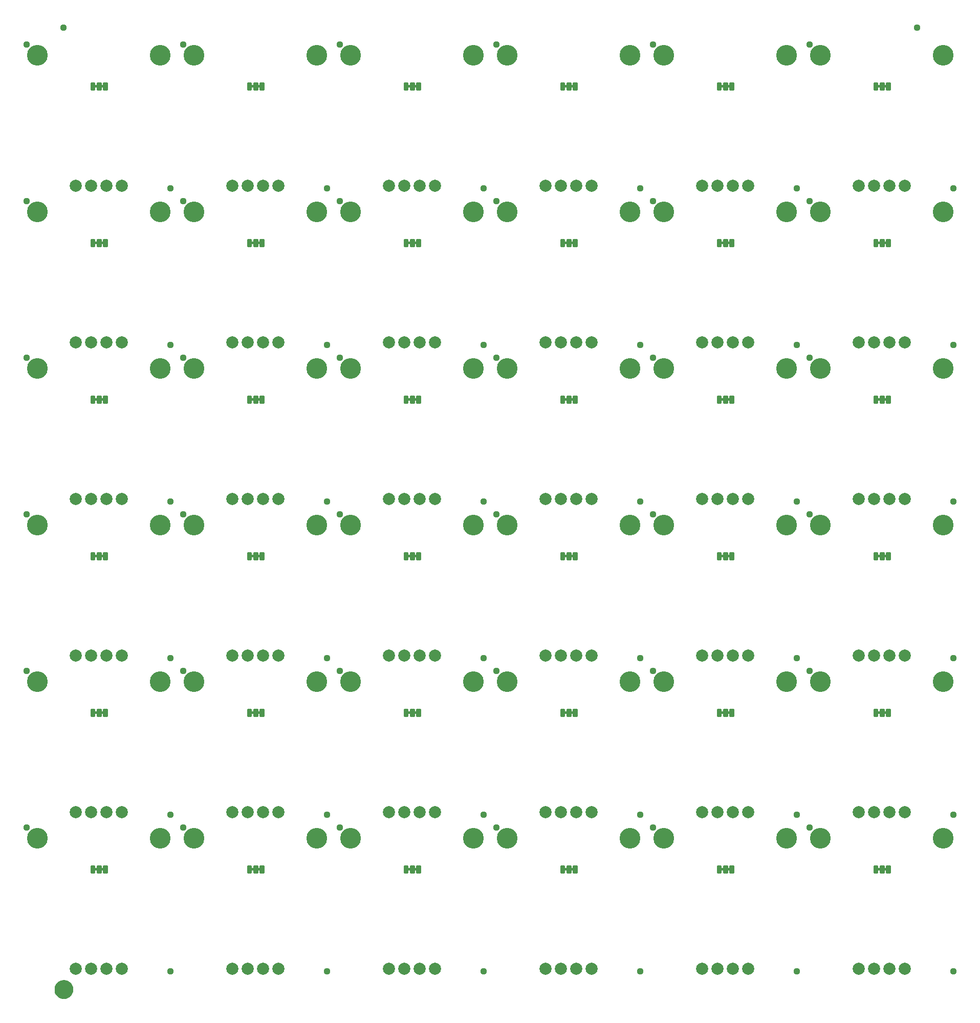
<source format=gbs>
G04 EAGLE Gerber RS-274X export*
G75*
%MOMM*%
%FSLAX34Y34*%
%LPD*%
%INSoldermask Bottom*%
%IPPOS*%
%AMOC8*
5,1,8,0,0,1.08239X$1,22.5*%
G01*
%ADD10C,3.429000*%
%ADD11C,1.127000*%
%ADD12C,2.006600*%
%ADD13C,0.228344*%
%ADD14C,1.270000*%
%ADD15C,1.627000*%

G36*
X652210Y1471307D02*
X652210Y1471307D01*
X652276Y1471309D01*
X652319Y1471327D01*
X652366Y1471335D01*
X652423Y1471369D01*
X652483Y1471394D01*
X652518Y1471425D01*
X652559Y1471450D01*
X652601Y1471501D01*
X652649Y1471545D01*
X652671Y1471587D01*
X652700Y1471624D01*
X652721Y1471686D01*
X652752Y1471745D01*
X652760Y1471799D01*
X652772Y1471836D01*
X652771Y1471876D01*
X652779Y1471930D01*
X652779Y1474470D01*
X652768Y1474535D01*
X652766Y1474601D01*
X652748Y1474644D01*
X652740Y1474691D01*
X652706Y1474748D01*
X652681Y1474808D01*
X652650Y1474843D01*
X652625Y1474884D01*
X652574Y1474926D01*
X652530Y1474974D01*
X652488Y1474996D01*
X652451Y1475025D01*
X652389Y1475046D01*
X652330Y1475077D01*
X652276Y1475085D01*
X652239Y1475097D01*
X652199Y1475096D01*
X652145Y1475104D01*
X648335Y1475104D01*
X648270Y1475093D01*
X648204Y1475091D01*
X648161Y1475073D01*
X648114Y1475065D01*
X648057Y1475031D01*
X647997Y1475006D01*
X647962Y1474975D01*
X647921Y1474950D01*
X647880Y1474899D01*
X647831Y1474855D01*
X647809Y1474813D01*
X647780Y1474776D01*
X647759Y1474714D01*
X647728Y1474655D01*
X647720Y1474601D01*
X647708Y1474564D01*
X647708Y1474561D01*
X647709Y1474524D01*
X647701Y1474470D01*
X647701Y1471930D01*
X647712Y1471865D01*
X647714Y1471799D01*
X647732Y1471756D01*
X647740Y1471709D01*
X647774Y1471652D01*
X647799Y1471592D01*
X647830Y1471557D01*
X647855Y1471516D01*
X647906Y1471475D01*
X647950Y1471426D01*
X647992Y1471404D01*
X648029Y1471375D01*
X648091Y1471354D01*
X648150Y1471323D01*
X648204Y1471315D01*
X648241Y1471303D01*
X648281Y1471304D01*
X648335Y1471296D01*
X652145Y1471296D01*
X652210Y1471307D01*
G37*
G36*
X1419290Y1471307D02*
X1419290Y1471307D01*
X1419356Y1471309D01*
X1419399Y1471327D01*
X1419446Y1471335D01*
X1419503Y1471369D01*
X1419563Y1471394D01*
X1419598Y1471425D01*
X1419639Y1471450D01*
X1419681Y1471501D01*
X1419729Y1471545D01*
X1419751Y1471587D01*
X1419780Y1471624D01*
X1419801Y1471686D01*
X1419832Y1471745D01*
X1419840Y1471799D01*
X1419852Y1471836D01*
X1419851Y1471876D01*
X1419859Y1471930D01*
X1419859Y1474470D01*
X1419848Y1474535D01*
X1419846Y1474601D01*
X1419828Y1474644D01*
X1419820Y1474691D01*
X1419786Y1474748D01*
X1419761Y1474808D01*
X1419730Y1474843D01*
X1419705Y1474884D01*
X1419654Y1474926D01*
X1419610Y1474974D01*
X1419568Y1474996D01*
X1419531Y1475025D01*
X1419469Y1475046D01*
X1419410Y1475077D01*
X1419356Y1475085D01*
X1419319Y1475097D01*
X1419279Y1475096D01*
X1419225Y1475104D01*
X1415415Y1475104D01*
X1415350Y1475093D01*
X1415284Y1475091D01*
X1415241Y1475073D01*
X1415194Y1475065D01*
X1415137Y1475031D01*
X1415077Y1475006D01*
X1415042Y1474975D01*
X1415001Y1474950D01*
X1414960Y1474899D01*
X1414911Y1474855D01*
X1414889Y1474813D01*
X1414860Y1474776D01*
X1414839Y1474714D01*
X1414808Y1474655D01*
X1414800Y1474601D01*
X1414788Y1474564D01*
X1414788Y1474561D01*
X1414789Y1474524D01*
X1414781Y1474470D01*
X1414781Y1471930D01*
X1414792Y1471865D01*
X1414794Y1471799D01*
X1414812Y1471756D01*
X1414820Y1471709D01*
X1414854Y1471652D01*
X1414879Y1471592D01*
X1414910Y1471557D01*
X1414935Y1471516D01*
X1414986Y1471475D01*
X1415030Y1471426D01*
X1415072Y1471404D01*
X1415109Y1471375D01*
X1415171Y1471354D01*
X1415230Y1471323D01*
X1415284Y1471315D01*
X1415321Y1471303D01*
X1415361Y1471304D01*
X1415415Y1471296D01*
X1419225Y1471296D01*
X1419290Y1471307D01*
G37*
G36*
X134050Y1471307D02*
X134050Y1471307D01*
X134116Y1471309D01*
X134159Y1471327D01*
X134206Y1471335D01*
X134263Y1471369D01*
X134323Y1471394D01*
X134358Y1471425D01*
X134399Y1471450D01*
X134441Y1471501D01*
X134489Y1471545D01*
X134511Y1471587D01*
X134540Y1471624D01*
X134561Y1471686D01*
X134592Y1471745D01*
X134600Y1471799D01*
X134612Y1471836D01*
X134611Y1471876D01*
X134619Y1471930D01*
X134619Y1474470D01*
X134608Y1474535D01*
X134606Y1474601D01*
X134588Y1474644D01*
X134580Y1474691D01*
X134546Y1474748D01*
X134521Y1474808D01*
X134490Y1474843D01*
X134465Y1474884D01*
X134414Y1474926D01*
X134370Y1474974D01*
X134328Y1474996D01*
X134291Y1475025D01*
X134229Y1475046D01*
X134170Y1475077D01*
X134116Y1475085D01*
X134079Y1475097D01*
X134039Y1475096D01*
X133985Y1475104D01*
X130175Y1475104D01*
X130110Y1475093D01*
X130044Y1475091D01*
X130001Y1475073D01*
X129954Y1475065D01*
X129897Y1475031D01*
X129837Y1475006D01*
X129802Y1474975D01*
X129761Y1474950D01*
X129720Y1474899D01*
X129671Y1474855D01*
X129649Y1474813D01*
X129620Y1474776D01*
X129599Y1474714D01*
X129568Y1474655D01*
X129560Y1474601D01*
X129548Y1474564D01*
X129548Y1474561D01*
X129549Y1474524D01*
X129541Y1474470D01*
X129541Y1471930D01*
X129552Y1471865D01*
X129554Y1471799D01*
X129572Y1471756D01*
X129580Y1471709D01*
X129614Y1471652D01*
X129639Y1471592D01*
X129670Y1471557D01*
X129695Y1471516D01*
X129746Y1471475D01*
X129790Y1471426D01*
X129832Y1471404D01*
X129869Y1471375D01*
X129931Y1471354D01*
X129990Y1471323D01*
X130044Y1471315D01*
X130081Y1471303D01*
X130121Y1471304D01*
X130175Y1471296D01*
X133985Y1471296D01*
X134050Y1471307D01*
G37*
G36*
X382970Y1471307D02*
X382970Y1471307D01*
X383036Y1471309D01*
X383079Y1471327D01*
X383126Y1471335D01*
X383183Y1471369D01*
X383243Y1471394D01*
X383278Y1471425D01*
X383319Y1471450D01*
X383361Y1471501D01*
X383409Y1471545D01*
X383431Y1471587D01*
X383460Y1471624D01*
X383481Y1471686D01*
X383512Y1471745D01*
X383520Y1471799D01*
X383532Y1471836D01*
X383531Y1471876D01*
X383539Y1471930D01*
X383539Y1474470D01*
X383528Y1474535D01*
X383526Y1474601D01*
X383508Y1474644D01*
X383500Y1474691D01*
X383466Y1474748D01*
X383441Y1474808D01*
X383410Y1474843D01*
X383385Y1474884D01*
X383334Y1474926D01*
X383290Y1474974D01*
X383248Y1474996D01*
X383211Y1475025D01*
X383149Y1475046D01*
X383090Y1475077D01*
X383036Y1475085D01*
X382999Y1475097D01*
X382959Y1475096D01*
X382905Y1475104D01*
X379095Y1475104D01*
X379030Y1475093D01*
X378964Y1475091D01*
X378921Y1475073D01*
X378874Y1475065D01*
X378817Y1475031D01*
X378757Y1475006D01*
X378722Y1474975D01*
X378681Y1474950D01*
X378640Y1474899D01*
X378591Y1474855D01*
X378569Y1474813D01*
X378540Y1474776D01*
X378519Y1474714D01*
X378488Y1474655D01*
X378480Y1474601D01*
X378468Y1474564D01*
X378468Y1474561D01*
X378469Y1474524D01*
X378461Y1474470D01*
X378461Y1471930D01*
X378472Y1471865D01*
X378474Y1471799D01*
X378492Y1471756D01*
X378500Y1471709D01*
X378534Y1471652D01*
X378559Y1471592D01*
X378590Y1471557D01*
X378615Y1471516D01*
X378666Y1471475D01*
X378710Y1471426D01*
X378752Y1471404D01*
X378789Y1471375D01*
X378851Y1471354D01*
X378910Y1471323D01*
X378964Y1471315D01*
X379001Y1471303D01*
X379041Y1471304D01*
X379095Y1471296D01*
X382905Y1471296D01*
X382970Y1471307D01*
G37*
G36*
X1170370Y1471307D02*
X1170370Y1471307D01*
X1170436Y1471309D01*
X1170479Y1471327D01*
X1170526Y1471335D01*
X1170583Y1471369D01*
X1170643Y1471394D01*
X1170678Y1471425D01*
X1170719Y1471450D01*
X1170761Y1471501D01*
X1170809Y1471545D01*
X1170831Y1471587D01*
X1170860Y1471624D01*
X1170881Y1471686D01*
X1170912Y1471745D01*
X1170920Y1471799D01*
X1170932Y1471836D01*
X1170931Y1471876D01*
X1170939Y1471930D01*
X1170939Y1474470D01*
X1170928Y1474535D01*
X1170926Y1474601D01*
X1170908Y1474644D01*
X1170900Y1474691D01*
X1170866Y1474748D01*
X1170841Y1474808D01*
X1170810Y1474843D01*
X1170785Y1474884D01*
X1170734Y1474926D01*
X1170690Y1474974D01*
X1170648Y1474996D01*
X1170611Y1475025D01*
X1170549Y1475046D01*
X1170490Y1475077D01*
X1170436Y1475085D01*
X1170399Y1475097D01*
X1170359Y1475096D01*
X1170305Y1475104D01*
X1166495Y1475104D01*
X1166430Y1475093D01*
X1166364Y1475091D01*
X1166321Y1475073D01*
X1166274Y1475065D01*
X1166217Y1475031D01*
X1166157Y1475006D01*
X1166122Y1474975D01*
X1166081Y1474950D01*
X1166040Y1474899D01*
X1165991Y1474855D01*
X1165969Y1474813D01*
X1165940Y1474776D01*
X1165919Y1474714D01*
X1165888Y1474655D01*
X1165880Y1474601D01*
X1165868Y1474564D01*
X1165868Y1474561D01*
X1165869Y1474524D01*
X1165861Y1474470D01*
X1165861Y1471930D01*
X1165872Y1471865D01*
X1165874Y1471799D01*
X1165892Y1471756D01*
X1165900Y1471709D01*
X1165934Y1471652D01*
X1165959Y1471592D01*
X1165990Y1471557D01*
X1166015Y1471516D01*
X1166066Y1471475D01*
X1166110Y1471426D01*
X1166152Y1471404D01*
X1166189Y1471375D01*
X1166251Y1471354D01*
X1166310Y1471323D01*
X1166364Y1471315D01*
X1166401Y1471303D01*
X1166441Y1471304D01*
X1166495Y1471296D01*
X1170305Y1471296D01*
X1170370Y1471307D01*
G37*
G36*
X911290Y1471307D02*
X911290Y1471307D01*
X911356Y1471309D01*
X911399Y1471327D01*
X911446Y1471335D01*
X911503Y1471369D01*
X911563Y1471394D01*
X911598Y1471425D01*
X911639Y1471450D01*
X911681Y1471501D01*
X911729Y1471545D01*
X911751Y1471587D01*
X911780Y1471624D01*
X911801Y1471686D01*
X911832Y1471745D01*
X911840Y1471799D01*
X911852Y1471836D01*
X911851Y1471876D01*
X911859Y1471930D01*
X911859Y1474470D01*
X911848Y1474535D01*
X911846Y1474601D01*
X911828Y1474644D01*
X911820Y1474691D01*
X911786Y1474748D01*
X911761Y1474808D01*
X911730Y1474843D01*
X911705Y1474884D01*
X911654Y1474926D01*
X911610Y1474974D01*
X911568Y1474996D01*
X911531Y1475025D01*
X911469Y1475046D01*
X911410Y1475077D01*
X911356Y1475085D01*
X911319Y1475097D01*
X911279Y1475096D01*
X911225Y1475104D01*
X907415Y1475104D01*
X907350Y1475093D01*
X907284Y1475091D01*
X907241Y1475073D01*
X907194Y1475065D01*
X907137Y1475031D01*
X907077Y1475006D01*
X907042Y1474975D01*
X907001Y1474950D01*
X906960Y1474899D01*
X906911Y1474855D01*
X906889Y1474813D01*
X906860Y1474776D01*
X906839Y1474714D01*
X906808Y1474655D01*
X906800Y1474601D01*
X906788Y1474564D01*
X906788Y1474561D01*
X906789Y1474524D01*
X906781Y1474470D01*
X906781Y1471930D01*
X906792Y1471865D01*
X906794Y1471799D01*
X906812Y1471756D01*
X906820Y1471709D01*
X906854Y1471652D01*
X906879Y1471592D01*
X906910Y1471557D01*
X906935Y1471516D01*
X906986Y1471475D01*
X907030Y1471426D01*
X907072Y1471404D01*
X907109Y1471375D01*
X907171Y1471354D01*
X907230Y1471323D01*
X907284Y1471315D01*
X907321Y1471303D01*
X907361Y1471304D01*
X907415Y1471296D01*
X911225Y1471296D01*
X911290Y1471307D01*
G37*
G36*
X642050Y1471307D02*
X642050Y1471307D01*
X642116Y1471309D01*
X642159Y1471327D01*
X642206Y1471335D01*
X642263Y1471369D01*
X642323Y1471394D01*
X642358Y1471425D01*
X642399Y1471450D01*
X642441Y1471501D01*
X642489Y1471545D01*
X642511Y1471587D01*
X642540Y1471624D01*
X642561Y1471686D01*
X642592Y1471745D01*
X642600Y1471799D01*
X642612Y1471836D01*
X642611Y1471876D01*
X642619Y1471930D01*
X642619Y1474470D01*
X642608Y1474535D01*
X642606Y1474601D01*
X642588Y1474644D01*
X642580Y1474691D01*
X642546Y1474748D01*
X642521Y1474808D01*
X642490Y1474843D01*
X642465Y1474884D01*
X642414Y1474926D01*
X642370Y1474974D01*
X642328Y1474996D01*
X642291Y1475025D01*
X642229Y1475046D01*
X642170Y1475077D01*
X642116Y1475085D01*
X642079Y1475097D01*
X642039Y1475096D01*
X641985Y1475104D01*
X638175Y1475104D01*
X638110Y1475093D01*
X638044Y1475091D01*
X638001Y1475073D01*
X637954Y1475065D01*
X637897Y1475031D01*
X637837Y1475006D01*
X637802Y1474975D01*
X637761Y1474950D01*
X637720Y1474899D01*
X637671Y1474855D01*
X637649Y1474813D01*
X637620Y1474776D01*
X637599Y1474714D01*
X637568Y1474655D01*
X637560Y1474601D01*
X637548Y1474564D01*
X637548Y1474561D01*
X637549Y1474524D01*
X637541Y1474470D01*
X637541Y1471930D01*
X637552Y1471865D01*
X637554Y1471799D01*
X637572Y1471756D01*
X637580Y1471709D01*
X637614Y1471652D01*
X637639Y1471592D01*
X637670Y1471557D01*
X637695Y1471516D01*
X637746Y1471475D01*
X637790Y1471426D01*
X637832Y1471404D01*
X637869Y1471375D01*
X637931Y1471354D01*
X637990Y1471323D01*
X638044Y1471315D01*
X638081Y1471303D01*
X638121Y1471304D01*
X638175Y1471296D01*
X641985Y1471296D01*
X642050Y1471307D01*
G37*
G36*
X1160210Y1471307D02*
X1160210Y1471307D01*
X1160276Y1471309D01*
X1160319Y1471327D01*
X1160366Y1471335D01*
X1160423Y1471369D01*
X1160483Y1471394D01*
X1160518Y1471425D01*
X1160559Y1471450D01*
X1160601Y1471501D01*
X1160649Y1471545D01*
X1160671Y1471587D01*
X1160700Y1471624D01*
X1160721Y1471686D01*
X1160752Y1471745D01*
X1160760Y1471799D01*
X1160772Y1471836D01*
X1160771Y1471876D01*
X1160779Y1471930D01*
X1160779Y1474470D01*
X1160768Y1474535D01*
X1160766Y1474601D01*
X1160748Y1474644D01*
X1160740Y1474691D01*
X1160706Y1474748D01*
X1160681Y1474808D01*
X1160650Y1474843D01*
X1160625Y1474884D01*
X1160574Y1474926D01*
X1160530Y1474974D01*
X1160488Y1474996D01*
X1160451Y1475025D01*
X1160389Y1475046D01*
X1160330Y1475077D01*
X1160276Y1475085D01*
X1160239Y1475097D01*
X1160199Y1475096D01*
X1160145Y1475104D01*
X1156335Y1475104D01*
X1156270Y1475093D01*
X1156204Y1475091D01*
X1156161Y1475073D01*
X1156114Y1475065D01*
X1156057Y1475031D01*
X1155997Y1475006D01*
X1155962Y1474975D01*
X1155921Y1474950D01*
X1155880Y1474899D01*
X1155831Y1474855D01*
X1155809Y1474813D01*
X1155780Y1474776D01*
X1155759Y1474714D01*
X1155728Y1474655D01*
X1155720Y1474601D01*
X1155708Y1474564D01*
X1155708Y1474561D01*
X1155709Y1474524D01*
X1155701Y1474470D01*
X1155701Y1471930D01*
X1155712Y1471865D01*
X1155714Y1471799D01*
X1155732Y1471756D01*
X1155740Y1471709D01*
X1155774Y1471652D01*
X1155799Y1471592D01*
X1155830Y1471557D01*
X1155855Y1471516D01*
X1155906Y1471475D01*
X1155950Y1471426D01*
X1155992Y1471404D01*
X1156029Y1471375D01*
X1156091Y1471354D01*
X1156150Y1471323D01*
X1156204Y1471315D01*
X1156241Y1471303D01*
X1156281Y1471304D01*
X1156335Y1471296D01*
X1160145Y1471296D01*
X1160210Y1471307D01*
G37*
G36*
X393130Y1471307D02*
X393130Y1471307D01*
X393196Y1471309D01*
X393239Y1471327D01*
X393286Y1471335D01*
X393343Y1471369D01*
X393403Y1471394D01*
X393438Y1471425D01*
X393479Y1471450D01*
X393521Y1471501D01*
X393569Y1471545D01*
X393591Y1471587D01*
X393620Y1471624D01*
X393641Y1471686D01*
X393672Y1471745D01*
X393680Y1471799D01*
X393692Y1471836D01*
X393691Y1471876D01*
X393699Y1471930D01*
X393699Y1474470D01*
X393688Y1474535D01*
X393686Y1474601D01*
X393668Y1474644D01*
X393660Y1474691D01*
X393626Y1474748D01*
X393601Y1474808D01*
X393570Y1474843D01*
X393545Y1474884D01*
X393494Y1474926D01*
X393450Y1474974D01*
X393408Y1474996D01*
X393371Y1475025D01*
X393309Y1475046D01*
X393250Y1475077D01*
X393196Y1475085D01*
X393159Y1475097D01*
X393119Y1475096D01*
X393065Y1475104D01*
X389255Y1475104D01*
X389190Y1475093D01*
X389124Y1475091D01*
X389081Y1475073D01*
X389034Y1475065D01*
X388977Y1475031D01*
X388917Y1475006D01*
X388882Y1474975D01*
X388841Y1474950D01*
X388800Y1474899D01*
X388751Y1474855D01*
X388729Y1474813D01*
X388700Y1474776D01*
X388679Y1474714D01*
X388648Y1474655D01*
X388640Y1474601D01*
X388628Y1474564D01*
X388628Y1474561D01*
X388629Y1474524D01*
X388621Y1474470D01*
X388621Y1471930D01*
X388632Y1471865D01*
X388634Y1471799D01*
X388652Y1471756D01*
X388660Y1471709D01*
X388694Y1471652D01*
X388719Y1471592D01*
X388750Y1471557D01*
X388775Y1471516D01*
X388826Y1471475D01*
X388870Y1471426D01*
X388912Y1471404D01*
X388949Y1471375D01*
X389011Y1471354D01*
X389070Y1471323D01*
X389124Y1471315D01*
X389161Y1471303D01*
X389201Y1471304D01*
X389255Y1471296D01*
X393065Y1471296D01*
X393130Y1471307D01*
G37*
G36*
X1429450Y1471307D02*
X1429450Y1471307D01*
X1429516Y1471309D01*
X1429559Y1471327D01*
X1429606Y1471335D01*
X1429663Y1471369D01*
X1429723Y1471394D01*
X1429758Y1471425D01*
X1429799Y1471450D01*
X1429841Y1471501D01*
X1429889Y1471545D01*
X1429911Y1471587D01*
X1429940Y1471624D01*
X1429961Y1471686D01*
X1429992Y1471745D01*
X1430000Y1471799D01*
X1430012Y1471836D01*
X1430011Y1471876D01*
X1430019Y1471930D01*
X1430019Y1474470D01*
X1430008Y1474535D01*
X1430006Y1474601D01*
X1429988Y1474644D01*
X1429980Y1474691D01*
X1429946Y1474748D01*
X1429921Y1474808D01*
X1429890Y1474843D01*
X1429865Y1474884D01*
X1429814Y1474926D01*
X1429770Y1474974D01*
X1429728Y1474996D01*
X1429691Y1475025D01*
X1429629Y1475046D01*
X1429570Y1475077D01*
X1429516Y1475085D01*
X1429479Y1475097D01*
X1429439Y1475096D01*
X1429385Y1475104D01*
X1425575Y1475104D01*
X1425510Y1475093D01*
X1425444Y1475091D01*
X1425401Y1475073D01*
X1425354Y1475065D01*
X1425297Y1475031D01*
X1425237Y1475006D01*
X1425202Y1474975D01*
X1425161Y1474950D01*
X1425120Y1474899D01*
X1425071Y1474855D01*
X1425049Y1474813D01*
X1425020Y1474776D01*
X1424999Y1474714D01*
X1424968Y1474655D01*
X1424960Y1474601D01*
X1424948Y1474564D01*
X1424948Y1474561D01*
X1424949Y1474524D01*
X1424941Y1474470D01*
X1424941Y1471930D01*
X1424952Y1471865D01*
X1424954Y1471799D01*
X1424972Y1471756D01*
X1424980Y1471709D01*
X1425014Y1471652D01*
X1425039Y1471592D01*
X1425070Y1471557D01*
X1425095Y1471516D01*
X1425146Y1471475D01*
X1425190Y1471426D01*
X1425232Y1471404D01*
X1425269Y1471375D01*
X1425331Y1471354D01*
X1425390Y1471323D01*
X1425444Y1471315D01*
X1425481Y1471303D01*
X1425521Y1471304D01*
X1425575Y1471296D01*
X1429385Y1471296D01*
X1429450Y1471307D01*
G37*
G36*
X901130Y1471307D02*
X901130Y1471307D01*
X901196Y1471309D01*
X901239Y1471327D01*
X901286Y1471335D01*
X901343Y1471369D01*
X901403Y1471394D01*
X901438Y1471425D01*
X901479Y1471450D01*
X901521Y1471501D01*
X901569Y1471545D01*
X901591Y1471587D01*
X901620Y1471624D01*
X901641Y1471686D01*
X901672Y1471745D01*
X901680Y1471799D01*
X901692Y1471836D01*
X901691Y1471876D01*
X901699Y1471930D01*
X901699Y1474470D01*
X901688Y1474535D01*
X901686Y1474601D01*
X901668Y1474644D01*
X901660Y1474691D01*
X901626Y1474748D01*
X901601Y1474808D01*
X901570Y1474843D01*
X901545Y1474884D01*
X901494Y1474926D01*
X901450Y1474974D01*
X901408Y1474996D01*
X901371Y1475025D01*
X901309Y1475046D01*
X901250Y1475077D01*
X901196Y1475085D01*
X901159Y1475097D01*
X901119Y1475096D01*
X901065Y1475104D01*
X897255Y1475104D01*
X897190Y1475093D01*
X897124Y1475091D01*
X897081Y1475073D01*
X897034Y1475065D01*
X896977Y1475031D01*
X896917Y1475006D01*
X896882Y1474975D01*
X896841Y1474950D01*
X896800Y1474899D01*
X896751Y1474855D01*
X896729Y1474813D01*
X896700Y1474776D01*
X896679Y1474714D01*
X896648Y1474655D01*
X896640Y1474601D01*
X896628Y1474564D01*
X896628Y1474561D01*
X896629Y1474524D01*
X896621Y1474470D01*
X896621Y1471930D01*
X896632Y1471865D01*
X896634Y1471799D01*
X896652Y1471756D01*
X896660Y1471709D01*
X896694Y1471652D01*
X896719Y1471592D01*
X896750Y1471557D01*
X896775Y1471516D01*
X896826Y1471475D01*
X896870Y1471426D01*
X896912Y1471404D01*
X896949Y1471375D01*
X897011Y1471354D01*
X897070Y1471323D01*
X897124Y1471315D01*
X897161Y1471303D01*
X897201Y1471304D01*
X897255Y1471296D01*
X901065Y1471296D01*
X901130Y1471307D01*
G37*
G36*
X123890Y1471307D02*
X123890Y1471307D01*
X123956Y1471309D01*
X123999Y1471327D01*
X124046Y1471335D01*
X124103Y1471369D01*
X124163Y1471394D01*
X124198Y1471425D01*
X124239Y1471450D01*
X124281Y1471501D01*
X124329Y1471545D01*
X124351Y1471587D01*
X124380Y1471624D01*
X124401Y1471686D01*
X124432Y1471745D01*
X124440Y1471799D01*
X124452Y1471836D01*
X124451Y1471876D01*
X124459Y1471930D01*
X124459Y1474470D01*
X124448Y1474535D01*
X124446Y1474601D01*
X124428Y1474644D01*
X124420Y1474691D01*
X124386Y1474748D01*
X124361Y1474808D01*
X124330Y1474843D01*
X124305Y1474884D01*
X124254Y1474926D01*
X124210Y1474974D01*
X124168Y1474996D01*
X124131Y1475025D01*
X124069Y1475046D01*
X124010Y1475077D01*
X123956Y1475085D01*
X123919Y1475097D01*
X123879Y1475096D01*
X123825Y1475104D01*
X120015Y1475104D01*
X119950Y1475093D01*
X119884Y1475091D01*
X119841Y1475073D01*
X119794Y1475065D01*
X119737Y1475031D01*
X119677Y1475006D01*
X119642Y1474975D01*
X119601Y1474950D01*
X119560Y1474899D01*
X119511Y1474855D01*
X119489Y1474813D01*
X119460Y1474776D01*
X119439Y1474714D01*
X119408Y1474655D01*
X119400Y1474601D01*
X119388Y1474564D01*
X119388Y1474561D01*
X119389Y1474524D01*
X119381Y1474470D01*
X119381Y1471930D01*
X119392Y1471865D01*
X119394Y1471799D01*
X119412Y1471756D01*
X119420Y1471709D01*
X119454Y1471652D01*
X119479Y1471592D01*
X119510Y1471557D01*
X119535Y1471516D01*
X119586Y1471475D01*
X119630Y1471426D01*
X119672Y1471404D01*
X119709Y1471375D01*
X119771Y1471354D01*
X119830Y1471323D01*
X119884Y1471315D01*
X119921Y1471303D01*
X119961Y1471304D01*
X120015Y1471296D01*
X123825Y1471296D01*
X123890Y1471307D01*
G37*
G36*
X1429450Y694067D02*
X1429450Y694067D01*
X1429516Y694069D01*
X1429559Y694087D01*
X1429606Y694095D01*
X1429663Y694129D01*
X1429723Y694154D01*
X1429758Y694185D01*
X1429799Y694210D01*
X1429841Y694261D01*
X1429889Y694305D01*
X1429911Y694347D01*
X1429940Y694384D01*
X1429961Y694446D01*
X1429992Y694505D01*
X1430000Y694559D01*
X1430012Y694596D01*
X1430011Y694636D01*
X1430019Y694690D01*
X1430019Y697230D01*
X1430008Y697295D01*
X1430006Y697361D01*
X1429988Y697404D01*
X1429980Y697451D01*
X1429946Y697508D01*
X1429921Y697568D01*
X1429890Y697603D01*
X1429865Y697644D01*
X1429814Y697686D01*
X1429770Y697734D01*
X1429728Y697756D01*
X1429691Y697785D01*
X1429629Y697806D01*
X1429570Y697837D01*
X1429516Y697845D01*
X1429479Y697857D01*
X1429439Y697856D01*
X1429385Y697864D01*
X1425575Y697864D01*
X1425510Y697853D01*
X1425444Y697851D01*
X1425401Y697833D01*
X1425354Y697825D01*
X1425297Y697791D01*
X1425237Y697766D01*
X1425202Y697735D01*
X1425161Y697710D01*
X1425120Y697659D01*
X1425071Y697615D01*
X1425049Y697573D01*
X1425020Y697536D01*
X1424999Y697474D01*
X1424968Y697415D01*
X1424960Y697361D01*
X1424948Y697324D01*
X1424948Y697321D01*
X1424949Y697284D01*
X1424941Y697230D01*
X1424941Y694690D01*
X1424952Y694625D01*
X1424954Y694559D01*
X1424972Y694516D01*
X1424980Y694469D01*
X1425014Y694412D01*
X1425039Y694352D01*
X1425070Y694317D01*
X1425095Y694276D01*
X1425146Y694235D01*
X1425190Y694186D01*
X1425232Y694164D01*
X1425269Y694135D01*
X1425331Y694114D01*
X1425390Y694083D01*
X1425444Y694075D01*
X1425481Y694063D01*
X1425521Y694064D01*
X1425575Y694056D01*
X1429385Y694056D01*
X1429450Y694067D01*
G37*
G36*
X642050Y694067D02*
X642050Y694067D01*
X642116Y694069D01*
X642159Y694087D01*
X642206Y694095D01*
X642263Y694129D01*
X642323Y694154D01*
X642358Y694185D01*
X642399Y694210D01*
X642441Y694261D01*
X642489Y694305D01*
X642511Y694347D01*
X642540Y694384D01*
X642561Y694446D01*
X642592Y694505D01*
X642600Y694559D01*
X642612Y694596D01*
X642611Y694636D01*
X642619Y694690D01*
X642619Y697230D01*
X642608Y697295D01*
X642606Y697361D01*
X642588Y697404D01*
X642580Y697451D01*
X642546Y697508D01*
X642521Y697568D01*
X642490Y697603D01*
X642465Y697644D01*
X642414Y697686D01*
X642370Y697734D01*
X642328Y697756D01*
X642291Y697785D01*
X642229Y697806D01*
X642170Y697837D01*
X642116Y697845D01*
X642079Y697857D01*
X642039Y697856D01*
X641985Y697864D01*
X638175Y697864D01*
X638110Y697853D01*
X638044Y697851D01*
X638001Y697833D01*
X637954Y697825D01*
X637897Y697791D01*
X637837Y697766D01*
X637802Y697735D01*
X637761Y697710D01*
X637720Y697659D01*
X637671Y697615D01*
X637649Y697573D01*
X637620Y697536D01*
X637599Y697474D01*
X637568Y697415D01*
X637560Y697361D01*
X637548Y697324D01*
X637548Y697321D01*
X637549Y697284D01*
X637541Y697230D01*
X637541Y694690D01*
X637552Y694625D01*
X637554Y694559D01*
X637572Y694516D01*
X637580Y694469D01*
X637614Y694412D01*
X637639Y694352D01*
X637670Y694317D01*
X637695Y694276D01*
X637746Y694235D01*
X637790Y694186D01*
X637832Y694164D01*
X637869Y694135D01*
X637931Y694114D01*
X637990Y694083D01*
X638044Y694075D01*
X638081Y694063D01*
X638121Y694064D01*
X638175Y694056D01*
X641985Y694056D01*
X642050Y694067D01*
G37*
G36*
X382970Y694067D02*
X382970Y694067D01*
X383036Y694069D01*
X383079Y694087D01*
X383126Y694095D01*
X383183Y694129D01*
X383243Y694154D01*
X383278Y694185D01*
X383319Y694210D01*
X383361Y694261D01*
X383409Y694305D01*
X383431Y694347D01*
X383460Y694384D01*
X383481Y694446D01*
X383512Y694505D01*
X383520Y694559D01*
X383532Y694596D01*
X383531Y694636D01*
X383539Y694690D01*
X383539Y697230D01*
X383528Y697295D01*
X383526Y697361D01*
X383508Y697404D01*
X383500Y697451D01*
X383466Y697508D01*
X383441Y697568D01*
X383410Y697603D01*
X383385Y697644D01*
X383334Y697686D01*
X383290Y697734D01*
X383248Y697756D01*
X383211Y697785D01*
X383149Y697806D01*
X383090Y697837D01*
X383036Y697845D01*
X382999Y697857D01*
X382959Y697856D01*
X382905Y697864D01*
X379095Y697864D01*
X379030Y697853D01*
X378964Y697851D01*
X378921Y697833D01*
X378874Y697825D01*
X378817Y697791D01*
X378757Y697766D01*
X378722Y697735D01*
X378681Y697710D01*
X378640Y697659D01*
X378591Y697615D01*
X378569Y697573D01*
X378540Y697536D01*
X378519Y697474D01*
X378488Y697415D01*
X378480Y697361D01*
X378468Y697324D01*
X378468Y697321D01*
X378469Y697284D01*
X378461Y697230D01*
X378461Y694690D01*
X378472Y694625D01*
X378474Y694559D01*
X378492Y694516D01*
X378500Y694469D01*
X378534Y694412D01*
X378559Y694352D01*
X378590Y694317D01*
X378615Y694276D01*
X378666Y694235D01*
X378710Y694186D01*
X378752Y694164D01*
X378789Y694135D01*
X378851Y694114D01*
X378910Y694083D01*
X378964Y694075D01*
X379001Y694063D01*
X379041Y694064D01*
X379095Y694056D01*
X382905Y694056D01*
X382970Y694067D01*
G37*
G36*
X652210Y694067D02*
X652210Y694067D01*
X652276Y694069D01*
X652319Y694087D01*
X652366Y694095D01*
X652423Y694129D01*
X652483Y694154D01*
X652518Y694185D01*
X652559Y694210D01*
X652601Y694261D01*
X652649Y694305D01*
X652671Y694347D01*
X652700Y694384D01*
X652721Y694446D01*
X652752Y694505D01*
X652760Y694559D01*
X652772Y694596D01*
X652771Y694636D01*
X652779Y694690D01*
X652779Y697230D01*
X652768Y697295D01*
X652766Y697361D01*
X652748Y697404D01*
X652740Y697451D01*
X652706Y697508D01*
X652681Y697568D01*
X652650Y697603D01*
X652625Y697644D01*
X652574Y697686D01*
X652530Y697734D01*
X652488Y697756D01*
X652451Y697785D01*
X652389Y697806D01*
X652330Y697837D01*
X652276Y697845D01*
X652239Y697857D01*
X652199Y697856D01*
X652145Y697864D01*
X648335Y697864D01*
X648270Y697853D01*
X648204Y697851D01*
X648161Y697833D01*
X648114Y697825D01*
X648057Y697791D01*
X647997Y697766D01*
X647962Y697735D01*
X647921Y697710D01*
X647880Y697659D01*
X647831Y697615D01*
X647809Y697573D01*
X647780Y697536D01*
X647759Y697474D01*
X647728Y697415D01*
X647720Y697361D01*
X647708Y697324D01*
X647708Y697321D01*
X647709Y697284D01*
X647701Y697230D01*
X647701Y694690D01*
X647712Y694625D01*
X647714Y694559D01*
X647732Y694516D01*
X647740Y694469D01*
X647774Y694412D01*
X647799Y694352D01*
X647830Y694317D01*
X647855Y694276D01*
X647906Y694235D01*
X647950Y694186D01*
X647992Y694164D01*
X648029Y694135D01*
X648091Y694114D01*
X648150Y694083D01*
X648204Y694075D01*
X648241Y694063D01*
X648281Y694064D01*
X648335Y694056D01*
X652145Y694056D01*
X652210Y694067D01*
G37*
G36*
X911290Y694067D02*
X911290Y694067D01*
X911356Y694069D01*
X911399Y694087D01*
X911446Y694095D01*
X911503Y694129D01*
X911563Y694154D01*
X911598Y694185D01*
X911639Y694210D01*
X911681Y694261D01*
X911729Y694305D01*
X911751Y694347D01*
X911780Y694384D01*
X911801Y694446D01*
X911832Y694505D01*
X911840Y694559D01*
X911852Y694596D01*
X911851Y694636D01*
X911859Y694690D01*
X911859Y697230D01*
X911848Y697295D01*
X911846Y697361D01*
X911828Y697404D01*
X911820Y697451D01*
X911786Y697508D01*
X911761Y697568D01*
X911730Y697603D01*
X911705Y697644D01*
X911654Y697686D01*
X911610Y697734D01*
X911568Y697756D01*
X911531Y697785D01*
X911469Y697806D01*
X911410Y697837D01*
X911356Y697845D01*
X911319Y697857D01*
X911279Y697856D01*
X911225Y697864D01*
X907415Y697864D01*
X907350Y697853D01*
X907284Y697851D01*
X907241Y697833D01*
X907194Y697825D01*
X907137Y697791D01*
X907077Y697766D01*
X907042Y697735D01*
X907001Y697710D01*
X906960Y697659D01*
X906911Y697615D01*
X906889Y697573D01*
X906860Y697536D01*
X906839Y697474D01*
X906808Y697415D01*
X906800Y697361D01*
X906788Y697324D01*
X906788Y697321D01*
X906789Y697284D01*
X906781Y697230D01*
X906781Y694690D01*
X906792Y694625D01*
X906794Y694559D01*
X906812Y694516D01*
X906820Y694469D01*
X906854Y694412D01*
X906879Y694352D01*
X906910Y694317D01*
X906935Y694276D01*
X906986Y694235D01*
X907030Y694186D01*
X907072Y694164D01*
X907109Y694135D01*
X907171Y694114D01*
X907230Y694083D01*
X907284Y694075D01*
X907321Y694063D01*
X907361Y694064D01*
X907415Y694056D01*
X911225Y694056D01*
X911290Y694067D01*
G37*
G36*
X1419290Y694067D02*
X1419290Y694067D01*
X1419356Y694069D01*
X1419399Y694087D01*
X1419446Y694095D01*
X1419503Y694129D01*
X1419563Y694154D01*
X1419598Y694185D01*
X1419639Y694210D01*
X1419681Y694261D01*
X1419729Y694305D01*
X1419751Y694347D01*
X1419780Y694384D01*
X1419801Y694446D01*
X1419832Y694505D01*
X1419840Y694559D01*
X1419852Y694596D01*
X1419851Y694636D01*
X1419859Y694690D01*
X1419859Y697230D01*
X1419848Y697295D01*
X1419846Y697361D01*
X1419828Y697404D01*
X1419820Y697451D01*
X1419786Y697508D01*
X1419761Y697568D01*
X1419730Y697603D01*
X1419705Y697644D01*
X1419654Y697686D01*
X1419610Y697734D01*
X1419568Y697756D01*
X1419531Y697785D01*
X1419469Y697806D01*
X1419410Y697837D01*
X1419356Y697845D01*
X1419319Y697857D01*
X1419279Y697856D01*
X1419225Y697864D01*
X1415415Y697864D01*
X1415350Y697853D01*
X1415284Y697851D01*
X1415241Y697833D01*
X1415194Y697825D01*
X1415137Y697791D01*
X1415077Y697766D01*
X1415042Y697735D01*
X1415001Y697710D01*
X1414960Y697659D01*
X1414911Y697615D01*
X1414889Y697573D01*
X1414860Y697536D01*
X1414839Y697474D01*
X1414808Y697415D01*
X1414800Y697361D01*
X1414788Y697324D01*
X1414788Y697321D01*
X1414789Y697284D01*
X1414781Y697230D01*
X1414781Y694690D01*
X1414792Y694625D01*
X1414794Y694559D01*
X1414812Y694516D01*
X1414820Y694469D01*
X1414854Y694412D01*
X1414879Y694352D01*
X1414910Y694317D01*
X1414935Y694276D01*
X1414986Y694235D01*
X1415030Y694186D01*
X1415072Y694164D01*
X1415109Y694135D01*
X1415171Y694114D01*
X1415230Y694083D01*
X1415284Y694075D01*
X1415321Y694063D01*
X1415361Y694064D01*
X1415415Y694056D01*
X1419225Y694056D01*
X1419290Y694067D01*
G37*
G36*
X393130Y694067D02*
X393130Y694067D01*
X393196Y694069D01*
X393239Y694087D01*
X393286Y694095D01*
X393343Y694129D01*
X393403Y694154D01*
X393438Y694185D01*
X393479Y694210D01*
X393521Y694261D01*
X393569Y694305D01*
X393591Y694347D01*
X393620Y694384D01*
X393641Y694446D01*
X393672Y694505D01*
X393680Y694559D01*
X393692Y694596D01*
X393691Y694636D01*
X393699Y694690D01*
X393699Y697230D01*
X393688Y697295D01*
X393686Y697361D01*
X393668Y697404D01*
X393660Y697451D01*
X393626Y697508D01*
X393601Y697568D01*
X393570Y697603D01*
X393545Y697644D01*
X393494Y697686D01*
X393450Y697734D01*
X393408Y697756D01*
X393371Y697785D01*
X393309Y697806D01*
X393250Y697837D01*
X393196Y697845D01*
X393159Y697857D01*
X393119Y697856D01*
X393065Y697864D01*
X389255Y697864D01*
X389190Y697853D01*
X389124Y697851D01*
X389081Y697833D01*
X389034Y697825D01*
X388977Y697791D01*
X388917Y697766D01*
X388882Y697735D01*
X388841Y697710D01*
X388800Y697659D01*
X388751Y697615D01*
X388729Y697573D01*
X388700Y697536D01*
X388679Y697474D01*
X388648Y697415D01*
X388640Y697361D01*
X388628Y697324D01*
X388628Y697321D01*
X388629Y697284D01*
X388621Y697230D01*
X388621Y694690D01*
X388632Y694625D01*
X388634Y694559D01*
X388652Y694516D01*
X388660Y694469D01*
X388694Y694412D01*
X388719Y694352D01*
X388750Y694317D01*
X388775Y694276D01*
X388826Y694235D01*
X388870Y694186D01*
X388912Y694164D01*
X388949Y694135D01*
X389011Y694114D01*
X389070Y694083D01*
X389124Y694075D01*
X389161Y694063D01*
X389201Y694064D01*
X389255Y694056D01*
X393065Y694056D01*
X393130Y694067D01*
G37*
G36*
X1160210Y694067D02*
X1160210Y694067D01*
X1160276Y694069D01*
X1160319Y694087D01*
X1160366Y694095D01*
X1160423Y694129D01*
X1160483Y694154D01*
X1160518Y694185D01*
X1160559Y694210D01*
X1160601Y694261D01*
X1160649Y694305D01*
X1160671Y694347D01*
X1160700Y694384D01*
X1160721Y694446D01*
X1160752Y694505D01*
X1160760Y694559D01*
X1160772Y694596D01*
X1160771Y694636D01*
X1160779Y694690D01*
X1160779Y697230D01*
X1160768Y697295D01*
X1160766Y697361D01*
X1160748Y697404D01*
X1160740Y697451D01*
X1160706Y697508D01*
X1160681Y697568D01*
X1160650Y697603D01*
X1160625Y697644D01*
X1160574Y697686D01*
X1160530Y697734D01*
X1160488Y697756D01*
X1160451Y697785D01*
X1160389Y697806D01*
X1160330Y697837D01*
X1160276Y697845D01*
X1160239Y697857D01*
X1160199Y697856D01*
X1160145Y697864D01*
X1156335Y697864D01*
X1156270Y697853D01*
X1156204Y697851D01*
X1156161Y697833D01*
X1156114Y697825D01*
X1156057Y697791D01*
X1155997Y697766D01*
X1155962Y697735D01*
X1155921Y697710D01*
X1155880Y697659D01*
X1155831Y697615D01*
X1155809Y697573D01*
X1155780Y697536D01*
X1155759Y697474D01*
X1155728Y697415D01*
X1155720Y697361D01*
X1155708Y697324D01*
X1155708Y697321D01*
X1155709Y697284D01*
X1155701Y697230D01*
X1155701Y694690D01*
X1155712Y694625D01*
X1155714Y694559D01*
X1155732Y694516D01*
X1155740Y694469D01*
X1155774Y694412D01*
X1155799Y694352D01*
X1155830Y694317D01*
X1155855Y694276D01*
X1155906Y694235D01*
X1155950Y694186D01*
X1155992Y694164D01*
X1156029Y694135D01*
X1156091Y694114D01*
X1156150Y694083D01*
X1156204Y694075D01*
X1156241Y694063D01*
X1156281Y694064D01*
X1156335Y694056D01*
X1160145Y694056D01*
X1160210Y694067D01*
G37*
G36*
X1170370Y694067D02*
X1170370Y694067D01*
X1170436Y694069D01*
X1170479Y694087D01*
X1170526Y694095D01*
X1170583Y694129D01*
X1170643Y694154D01*
X1170678Y694185D01*
X1170719Y694210D01*
X1170761Y694261D01*
X1170809Y694305D01*
X1170831Y694347D01*
X1170860Y694384D01*
X1170881Y694446D01*
X1170912Y694505D01*
X1170920Y694559D01*
X1170932Y694596D01*
X1170931Y694636D01*
X1170939Y694690D01*
X1170939Y697230D01*
X1170928Y697295D01*
X1170926Y697361D01*
X1170908Y697404D01*
X1170900Y697451D01*
X1170866Y697508D01*
X1170841Y697568D01*
X1170810Y697603D01*
X1170785Y697644D01*
X1170734Y697686D01*
X1170690Y697734D01*
X1170648Y697756D01*
X1170611Y697785D01*
X1170549Y697806D01*
X1170490Y697837D01*
X1170436Y697845D01*
X1170399Y697857D01*
X1170359Y697856D01*
X1170305Y697864D01*
X1166495Y697864D01*
X1166430Y697853D01*
X1166364Y697851D01*
X1166321Y697833D01*
X1166274Y697825D01*
X1166217Y697791D01*
X1166157Y697766D01*
X1166122Y697735D01*
X1166081Y697710D01*
X1166040Y697659D01*
X1165991Y697615D01*
X1165969Y697573D01*
X1165940Y697536D01*
X1165919Y697474D01*
X1165888Y697415D01*
X1165880Y697361D01*
X1165868Y697324D01*
X1165868Y697321D01*
X1165869Y697284D01*
X1165861Y697230D01*
X1165861Y694690D01*
X1165872Y694625D01*
X1165874Y694559D01*
X1165892Y694516D01*
X1165900Y694469D01*
X1165934Y694412D01*
X1165959Y694352D01*
X1165990Y694317D01*
X1166015Y694276D01*
X1166066Y694235D01*
X1166110Y694186D01*
X1166152Y694164D01*
X1166189Y694135D01*
X1166251Y694114D01*
X1166310Y694083D01*
X1166364Y694075D01*
X1166401Y694063D01*
X1166441Y694064D01*
X1166495Y694056D01*
X1170305Y694056D01*
X1170370Y694067D01*
G37*
G36*
X123890Y694067D02*
X123890Y694067D01*
X123956Y694069D01*
X123999Y694087D01*
X124046Y694095D01*
X124103Y694129D01*
X124163Y694154D01*
X124198Y694185D01*
X124239Y694210D01*
X124281Y694261D01*
X124329Y694305D01*
X124351Y694347D01*
X124380Y694384D01*
X124401Y694446D01*
X124432Y694505D01*
X124440Y694559D01*
X124452Y694596D01*
X124451Y694636D01*
X124459Y694690D01*
X124459Y697230D01*
X124448Y697295D01*
X124446Y697361D01*
X124428Y697404D01*
X124420Y697451D01*
X124386Y697508D01*
X124361Y697568D01*
X124330Y697603D01*
X124305Y697644D01*
X124254Y697686D01*
X124210Y697734D01*
X124168Y697756D01*
X124131Y697785D01*
X124069Y697806D01*
X124010Y697837D01*
X123956Y697845D01*
X123919Y697857D01*
X123879Y697856D01*
X123825Y697864D01*
X120015Y697864D01*
X119950Y697853D01*
X119884Y697851D01*
X119841Y697833D01*
X119794Y697825D01*
X119737Y697791D01*
X119677Y697766D01*
X119642Y697735D01*
X119601Y697710D01*
X119560Y697659D01*
X119511Y697615D01*
X119489Y697573D01*
X119460Y697536D01*
X119439Y697474D01*
X119408Y697415D01*
X119400Y697361D01*
X119388Y697324D01*
X119388Y697321D01*
X119389Y697284D01*
X119381Y697230D01*
X119381Y694690D01*
X119392Y694625D01*
X119394Y694559D01*
X119412Y694516D01*
X119420Y694469D01*
X119454Y694412D01*
X119479Y694352D01*
X119510Y694317D01*
X119535Y694276D01*
X119586Y694235D01*
X119630Y694186D01*
X119672Y694164D01*
X119709Y694135D01*
X119771Y694114D01*
X119830Y694083D01*
X119884Y694075D01*
X119921Y694063D01*
X119961Y694064D01*
X120015Y694056D01*
X123825Y694056D01*
X123890Y694067D01*
G37*
G36*
X901130Y694067D02*
X901130Y694067D01*
X901196Y694069D01*
X901239Y694087D01*
X901286Y694095D01*
X901343Y694129D01*
X901403Y694154D01*
X901438Y694185D01*
X901479Y694210D01*
X901521Y694261D01*
X901569Y694305D01*
X901591Y694347D01*
X901620Y694384D01*
X901641Y694446D01*
X901672Y694505D01*
X901680Y694559D01*
X901692Y694596D01*
X901691Y694636D01*
X901699Y694690D01*
X901699Y697230D01*
X901688Y697295D01*
X901686Y697361D01*
X901668Y697404D01*
X901660Y697451D01*
X901626Y697508D01*
X901601Y697568D01*
X901570Y697603D01*
X901545Y697644D01*
X901494Y697686D01*
X901450Y697734D01*
X901408Y697756D01*
X901371Y697785D01*
X901309Y697806D01*
X901250Y697837D01*
X901196Y697845D01*
X901159Y697857D01*
X901119Y697856D01*
X901065Y697864D01*
X897255Y697864D01*
X897190Y697853D01*
X897124Y697851D01*
X897081Y697833D01*
X897034Y697825D01*
X896977Y697791D01*
X896917Y697766D01*
X896882Y697735D01*
X896841Y697710D01*
X896800Y697659D01*
X896751Y697615D01*
X896729Y697573D01*
X896700Y697536D01*
X896679Y697474D01*
X896648Y697415D01*
X896640Y697361D01*
X896628Y697324D01*
X896628Y697321D01*
X896629Y697284D01*
X896621Y697230D01*
X896621Y694690D01*
X896632Y694625D01*
X896634Y694559D01*
X896652Y694516D01*
X896660Y694469D01*
X896694Y694412D01*
X896719Y694352D01*
X896750Y694317D01*
X896775Y694276D01*
X896826Y694235D01*
X896870Y694186D01*
X896912Y694164D01*
X896949Y694135D01*
X897011Y694114D01*
X897070Y694083D01*
X897124Y694075D01*
X897161Y694063D01*
X897201Y694064D01*
X897255Y694056D01*
X901065Y694056D01*
X901130Y694067D01*
G37*
G36*
X134050Y694067D02*
X134050Y694067D01*
X134116Y694069D01*
X134159Y694087D01*
X134206Y694095D01*
X134263Y694129D01*
X134323Y694154D01*
X134358Y694185D01*
X134399Y694210D01*
X134441Y694261D01*
X134489Y694305D01*
X134511Y694347D01*
X134540Y694384D01*
X134561Y694446D01*
X134592Y694505D01*
X134600Y694559D01*
X134612Y694596D01*
X134611Y694636D01*
X134619Y694690D01*
X134619Y697230D01*
X134608Y697295D01*
X134606Y697361D01*
X134588Y697404D01*
X134580Y697451D01*
X134546Y697508D01*
X134521Y697568D01*
X134490Y697603D01*
X134465Y697644D01*
X134414Y697686D01*
X134370Y697734D01*
X134328Y697756D01*
X134291Y697785D01*
X134229Y697806D01*
X134170Y697837D01*
X134116Y697845D01*
X134079Y697857D01*
X134039Y697856D01*
X133985Y697864D01*
X130175Y697864D01*
X130110Y697853D01*
X130044Y697851D01*
X130001Y697833D01*
X129954Y697825D01*
X129897Y697791D01*
X129837Y697766D01*
X129802Y697735D01*
X129761Y697710D01*
X129720Y697659D01*
X129671Y697615D01*
X129649Y697573D01*
X129620Y697536D01*
X129599Y697474D01*
X129568Y697415D01*
X129560Y697361D01*
X129548Y697324D01*
X129548Y697321D01*
X129549Y697284D01*
X129541Y697230D01*
X129541Y694690D01*
X129552Y694625D01*
X129554Y694559D01*
X129572Y694516D01*
X129580Y694469D01*
X129614Y694412D01*
X129639Y694352D01*
X129670Y694317D01*
X129695Y694276D01*
X129746Y694235D01*
X129790Y694186D01*
X129832Y694164D01*
X129869Y694135D01*
X129931Y694114D01*
X129990Y694083D01*
X130044Y694075D01*
X130081Y694063D01*
X130121Y694064D01*
X130175Y694056D01*
X133985Y694056D01*
X134050Y694067D01*
G37*
G36*
X1419290Y1212227D02*
X1419290Y1212227D01*
X1419356Y1212229D01*
X1419399Y1212247D01*
X1419446Y1212255D01*
X1419503Y1212289D01*
X1419563Y1212314D01*
X1419598Y1212345D01*
X1419639Y1212370D01*
X1419681Y1212421D01*
X1419729Y1212465D01*
X1419751Y1212507D01*
X1419780Y1212544D01*
X1419801Y1212606D01*
X1419832Y1212665D01*
X1419840Y1212719D01*
X1419852Y1212756D01*
X1419851Y1212796D01*
X1419859Y1212850D01*
X1419859Y1215390D01*
X1419848Y1215455D01*
X1419846Y1215521D01*
X1419828Y1215564D01*
X1419820Y1215611D01*
X1419786Y1215668D01*
X1419761Y1215728D01*
X1419730Y1215763D01*
X1419705Y1215804D01*
X1419654Y1215846D01*
X1419610Y1215894D01*
X1419568Y1215916D01*
X1419531Y1215945D01*
X1419469Y1215966D01*
X1419410Y1215997D01*
X1419356Y1216005D01*
X1419319Y1216017D01*
X1419279Y1216016D01*
X1419225Y1216024D01*
X1415415Y1216024D01*
X1415350Y1216013D01*
X1415284Y1216011D01*
X1415241Y1215993D01*
X1415194Y1215985D01*
X1415137Y1215951D01*
X1415077Y1215926D01*
X1415042Y1215895D01*
X1415001Y1215870D01*
X1414960Y1215819D01*
X1414911Y1215775D01*
X1414889Y1215733D01*
X1414860Y1215696D01*
X1414839Y1215634D01*
X1414808Y1215575D01*
X1414800Y1215521D01*
X1414788Y1215484D01*
X1414788Y1215481D01*
X1414789Y1215444D01*
X1414781Y1215390D01*
X1414781Y1212850D01*
X1414792Y1212785D01*
X1414794Y1212719D01*
X1414812Y1212676D01*
X1414820Y1212629D01*
X1414854Y1212572D01*
X1414879Y1212512D01*
X1414910Y1212477D01*
X1414935Y1212436D01*
X1414986Y1212395D01*
X1415030Y1212346D01*
X1415072Y1212324D01*
X1415109Y1212295D01*
X1415171Y1212274D01*
X1415230Y1212243D01*
X1415284Y1212235D01*
X1415321Y1212223D01*
X1415361Y1212224D01*
X1415415Y1212216D01*
X1419225Y1212216D01*
X1419290Y1212227D01*
G37*
G36*
X393130Y1212227D02*
X393130Y1212227D01*
X393196Y1212229D01*
X393239Y1212247D01*
X393286Y1212255D01*
X393343Y1212289D01*
X393403Y1212314D01*
X393438Y1212345D01*
X393479Y1212370D01*
X393521Y1212421D01*
X393569Y1212465D01*
X393591Y1212507D01*
X393620Y1212544D01*
X393641Y1212606D01*
X393672Y1212665D01*
X393680Y1212719D01*
X393692Y1212756D01*
X393691Y1212796D01*
X393699Y1212850D01*
X393699Y1215390D01*
X393688Y1215455D01*
X393686Y1215521D01*
X393668Y1215564D01*
X393660Y1215611D01*
X393626Y1215668D01*
X393601Y1215728D01*
X393570Y1215763D01*
X393545Y1215804D01*
X393494Y1215846D01*
X393450Y1215894D01*
X393408Y1215916D01*
X393371Y1215945D01*
X393309Y1215966D01*
X393250Y1215997D01*
X393196Y1216005D01*
X393159Y1216017D01*
X393119Y1216016D01*
X393065Y1216024D01*
X389255Y1216024D01*
X389190Y1216013D01*
X389124Y1216011D01*
X389081Y1215993D01*
X389034Y1215985D01*
X388977Y1215951D01*
X388917Y1215926D01*
X388882Y1215895D01*
X388841Y1215870D01*
X388800Y1215819D01*
X388751Y1215775D01*
X388729Y1215733D01*
X388700Y1215696D01*
X388679Y1215634D01*
X388648Y1215575D01*
X388640Y1215521D01*
X388628Y1215484D01*
X388628Y1215481D01*
X388629Y1215444D01*
X388621Y1215390D01*
X388621Y1212850D01*
X388632Y1212785D01*
X388634Y1212719D01*
X388652Y1212676D01*
X388660Y1212629D01*
X388694Y1212572D01*
X388719Y1212512D01*
X388750Y1212477D01*
X388775Y1212436D01*
X388826Y1212395D01*
X388870Y1212346D01*
X388912Y1212324D01*
X388949Y1212295D01*
X389011Y1212274D01*
X389070Y1212243D01*
X389124Y1212235D01*
X389161Y1212223D01*
X389201Y1212224D01*
X389255Y1212216D01*
X393065Y1212216D01*
X393130Y1212227D01*
G37*
G36*
X123890Y1212227D02*
X123890Y1212227D01*
X123956Y1212229D01*
X123999Y1212247D01*
X124046Y1212255D01*
X124103Y1212289D01*
X124163Y1212314D01*
X124198Y1212345D01*
X124239Y1212370D01*
X124281Y1212421D01*
X124329Y1212465D01*
X124351Y1212507D01*
X124380Y1212544D01*
X124401Y1212606D01*
X124432Y1212665D01*
X124440Y1212719D01*
X124452Y1212756D01*
X124451Y1212796D01*
X124459Y1212850D01*
X124459Y1215390D01*
X124448Y1215455D01*
X124446Y1215521D01*
X124428Y1215564D01*
X124420Y1215611D01*
X124386Y1215668D01*
X124361Y1215728D01*
X124330Y1215763D01*
X124305Y1215804D01*
X124254Y1215846D01*
X124210Y1215894D01*
X124168Y1215916D01*
X124131Y1215945D01*
X124069Y1215966D01*
X124010Y1215997D01*
X123956Y1216005D01*
X123919Y1216017D01*
X123879Y1216016D01*
X123825Y1216024D01*
X120015Y1216024D01*
X119950Y1216013D01*
X119884Y1216011D01*
X119841Y1215993D01*
X119794Y1215985D01*
X119737Y1215951D01*
X119677Y1215926D01*
X119642Y1215895D01*
X119601Y1215870D01*
X119560Y1215819D01*
X119511Y1215775D01*
X119489Y1215733D01*
X119460Y1215696D01*
X119439Y1215634D01*
X119408Y1215575D01*
X119400Y1215521D01*
X119388Y1215484D01*
X119388Y1215481D01*
X119389Y1215444D01*
X119381Y1215390D01*
X119381Y1212850D01*
X119392Y1212785D01*
X119394Y1212719D01*
X119412Y1212676D01*
X119420Y1212629D01*
X119454Y1212572D01*
X119479Y1212512D01*
X119510Y1212477D01*
X119535Y1212436D01*
X119586Y1212395D01*
X119630Y1212346D01*
X119672Y1212324D01*
X119709Y1212295D01*
X119771Y1212274D01*
X119830Y1212243D01*
X119884Y1212235D01*
X119921Y1212223D01*
X119961Y1212224D01*
X120015Y1212216D01*
X123825Y1212216D01*
X123890Y1212227D01*
G37*
G36*
X1160210Y1212227D02*
X1160210Y1212227D01*
X1160276Y1212229D01*
X1160319Y1212247D01*
X1160366Y1212255D01*
X1160423Y1212289D01*
X1160483Y1212314D01*
X1160518Y1212345D01*
X1160559Y1212370D01*
X1160601Y1212421D01*
X1160649Y1212465D01*
X1160671Y1212507D01*
X1160700Y1212544D01*
X1160721Y1212606D01*
X1160752Y1212665D01*
X1160760Y1212719D01*
X1160772Y1212756D01*
X1160771Y1212796D01*
X1160779Y1212850D01*
X1160779Y1215390D01*
X1160768Y1215455D01*
X1160766Y1215521D01*
X1160748Y1215564D01*
X1160740Y1215611D01*
X1160706Y1215668D01*
X1160681Y1215728D01*
X1160650Y1215763D01*
X1160625Y1215804D01*
X1160574Y1215846D01*
X1160530Y1215894D01*
X1160488Y1215916D01*
X1160451Y1215945D01*
X1160389Y1215966D01*
X1160330Y1215997D01*
X1160276Y1216005D01*
X1160239Y1216017D01*
X1160199Y1216016D01*
X1160145Y1216024D01*
X1156335Y1216024D01*
X1156270Y1216013D01*
X1156204Y1216011D01*
X1156161Y1215993D01*
X1156114Y1215985D01*
X1156057Y1215951D01*
X1155997Y1215926D01*
X1155962Y1215895D01*
X1155921Y1215870D01*
X1155880Y1215819D01*
X1155831Y1215775D01*
X1155809Y1215733D01*
X1155780Y1215696D01*
X1155759Y1215634D01*
X1155728Y1215575D01*
X1155720Y1215521D01*
X1155708Y1215484D01*
X1155708Y1215481D01*
X1155709Y1215444D01*
X1155701Y1215390D01*
X1155701Y1212850D01*
X1155712Y1212785D01*
X1155714Y1212719D01*
X1155732Y1212676D01*
X1155740Y1212629D01*
X1155774Y1212572D01*
X1155799Y1212512D01*
X1155830Y1212477D01*
X1155855Y1212436D01*
X1155906Y1212395D01*
X1155950Y1212346D01*
X1155992Y1212324D01*
X1156029Y1212295D01*
X1156091Y1212274D01*
X1156150Y1212243D01*
X1156204Y1212235D01*
X1156241Y1212223D01*
X1156281Y1212224D01*
X1156335Y1212216D01*
X1160145Y1212216D01*
X1160210Y1212227D01*
G37*
G36*
X652210Y1212227D02*
X652210Y1212227D01*
X652276Y1212229D01*
X652319Y1212247D01*
X652366Y1212255D01*
X652423Y1212289D01*
X652483Y1212314D01*
X652518Y1212345D01*
X652559Y1212370D01*
X652601Y1212421D01*
X652649Y1212465D01*
X652671Y1212507D01*
X652700Y1212544D01*
X652721Y1212606D01*
X652752Y1212665D01*
X652760Y1212719D01*
X652772Y1212756D01*
X652771Y1212796D01*
X652779Y1212850D01*
X652779Y1215390D01*
X652768Y1215455D01*
X652766Y1215521D01*
X652748Y1215564D01*
X652740Y1215611D01*
X652706Y1215668D01*
X652681Y1215728D01*
X652650Y1215763D01*
X652625Y1215804D01*
X652574Y1215846D01*
X652530Y1215894D01*
X652488Y1215916D01*
X652451Y1215945D01*
X652389Y1215966D01*
X652330Y1215997D01*
X652276Y1216005D01*
X652239Y1216017D01*
X652199Y1216016D01*
X652145Y1216024D01*
X648335Y1216024D01*
X648270Y1216013D01*
X648204Y1216011D01*
X648161Y1215993D01*
X648114Y1215985D01*
X648057Y1215951D01*
X647997Y1215926D01*
X647962Y1215895D01*
X647921Y1215870D01*
X647880Y1215819D01*
X647831Y1215775D01*
X647809Y1215733D01*
X647780Y1215696D01*
X647759Y1215634D01*
X647728Y1215575D01*
X647720Y1215521D01*
X647708Y1215484D01*
X647708Y1215481D01*
X647709Y1215444D01*
X647701Y1215390D01*
X647701Y1212850D01*
X647712Y1212785D01*
X647714Y1212719D01*
X647732Y1212676D01*
X647740Y1212629D01*
X647774Y1212572D01*
X647799Y1212512D01*
X647830Y1212477D01*
X647855Y1212436D01*
X647906Y1212395D01*
X647950Y1212346D01*
X647992Y1212324D01*
X648029Y1212295D01*
X648091Y1212274D01*
X648150Y1212243D01*
X648204Y1212235D01*
X648241Y1212223D01*
X648281Y1212224D01*
X648335Y1212216D01*
X652145Y1212216D01*
X652210Y1212227D01*
G37*
G36*
X1429450Y1212227D02*
X1429450Y1212227D01*
X1429516Y1212229D01*
X1429559Y1212247D01*
X1429606Y1212255D01*
X1429663Y1212289D01*
X1429723Y1212314D01*
X1429758Y1212345D01*
X1429799Y1212370D01*
X1429841Y1212421D01*
X1429889Y1212465D01*
X1429911Y1212507D01*
X1429940Y1212544D01*
X1429961Y1212606D01*
X1429992Y1212665D01*
X1430000Y1212719D01*
X1430012Y1212756D01*
X1430011Y1212796D01*
X1430019Y1212850D01*
X1430019Y1215390D01*
X1430008Y1215455D01*
X1430006Y1215521D01*
X1429988Y1215564D01*
X1429980Y1215611D01*
X1429946Y1215668D01*
X1429921Y1215728D01*
X1429890Y1215763D01*
X1429865Y1215804D01*
X1429814Y1215846D01*
X1429770Y1215894D01*
X1429728Y1215916D01*
X1429691Y1215945D01*
X1429629Y1215966D01*
X1429570Y1215997D01*
X1429516Y1216005D01*
X1429479Y1216017D01*
X1429439Y1216016D01*
X1429385Y1216024D01*
X1425575Y1216024D01*
X1425510Y1216013D01*
X1425444Y1216011D01*
X1425401Y1215993D01*
X1425354Y1215985D01*
X1425297Y1215951D01*
X1425237Y1215926D01*
X1425202Y1215895D01*
X1425161Y1215870D01*
X1425120Y1215819D01*
X1425071Y1215775D01*
X1425049Y1215733D01*
X1425020Y1215696D01*
X1424999Y1215634D01*
X1424968Y1215575D01*
X1424960Y1215521D01*
X1424948Y1215484D01*
X1424948Y1215481D01*
X1424949Y1215444D01*
X1424941Y1215390D01*
X1424941Y1212850D01*
X1424952Y1212785D01*
X1424954Y1212719D01*
X1424972Y1212676D01*
X1424980Y1212629D01*
X1425014Y1212572D01*
X1425039Y1212512D01*
X1425070Y1212477D01*
X1425095Y1212436D01*
X1425146Y1212395D01*
X1425190Y1212346D01*
X1425232Y1212324D01*
X1425269Y1212295D01*
X1425331Y1212274D01*
X1425390Y1212243D01*
X1425444Y1212235D01*
X1425481Y1212223D01*
X1425521Y1212224D01*
X1425575Y1212216D01*
X1429385Y1212216D01*
X1429450Y1212227D01*
G37*
G36*
X382970Y1212227D02*
X382970Y1212227D01*
X383036Y1212229D01*
X383079Y1212247D01*
X383126Y1212255D01*
X383183Y1212289D01*
X383243Y1212314D01*
X383278Y1212345D01*
X383319Y1212370D01*
X383361Y1212421D01*
X383409Y1212465D01*
X383431Y1212507D01*
X383460Y1212544D01*
X383481Y1212606D01*
X383512Y1212665D01*
X383520Y1212719D01*
X383532Y1212756D01*
X383531Y1212796D01*
X383539Y1212850D01*
X383539Y1215390D01*
X383528Y1215455D01*
X383526Y1215521D01*
X383508Y1215564D01*
X383500Y1215611D01*
X383466Y1215668D01*
X383441Y1215728D01*
X383410Y1215763D01*
X383385Y1215804D01*
X383334Y1215846D01*
X383290Y1215894D01*
X383248Y1215916D01*
X383211Y1215945D01*
X383149Y1215966D01*
X383090Y1215997D01*
X383036Y1216005D01*
X382999Y1216017D01*
X382959Y1216016D01*
X382905Y1216024D01*
X379095Y1216024D01*
X379030Y1216013D01*
X378964Y1216011D01*
X378921Y1215993D01*
X378874Y1215985D01*
X378817Y1215951D01*
X378757Y1215926D01*
X378722Y1215895D01*
X378681Y1215870D01*
X378640Y1215819D01*
X378591Y1215775D01*
X378569Y1215733D01*
X378540Y1215696D01*
X378519Y1215634D01*
X378488Y1215575D01*
X378480Y1215521D01*
X378468Y1215484D01*
X378468Y1215481D01*
X378469Y1215444D01*
X378461Y1215390D01*
X378461Y1212850D01*
X378472Y1212785D01*
X378474Y1212719D01*
X378492Y1212676D01*
X378500Y1212629D01*
X378534Y1212572D01*
X378559Y1212512D01*
X378590Y1212477D01*
X378615Y1212436D01*
X378666Y1212395D01*
X378710Y1212346D01*
X378752Y1212324D01*
X378789Y1212295D01*
X378851Y1212274D01*
X378910Y1212243D01*
X378964Y1212235D01*
X379001Y1212223D01*
X379041Y1212224D01*
X379095Y1212216D01*
X382905Y1212216D01*
X382970Y1212227D01*
G37*
G36*
X911290Y1212227D02*
X911290Y1212227D01*
X911356Y1212229D01*
X911399Y1212247D01*
X911446Y1212255D01*
X911503Y1212289D01*
X911563Y1212314D01*
X911598Y1212345D01*
X911639Y1212370D01*
X911681Y1212421D01*
X911729Y1212465D01*
X911751Y1212507D01*
X911780Y1212544D01*
X911801Y1212606D01*
X911832Y1212665D01*
X911840Y1212719D01*
X911852Y1212756D01*
X911851Y1212796D01*
X911859Y1212850D01*
X911859Y1215390D01*
X911848Y1215455D01*
X911846Y1215521D01*
X911828Y1215564D01*
X911820Y1215611D01*
X911786Y1215668D01*
X911761Y1215728D01*
X911730Y1215763D01*
X911705Y1215804D01*
X911654Y1215846D01*
X911610Y1215894D01*
X911568Y1215916D01*
X911531Y1215945D01*
X911469Y1215966D01*
X911410Y1215997D01*
X911356Y1216005D01*
X911319Y1216017D01*
X911279Y1216016D01*
X911225Y1216024D01*
X907415Y1216024D01*
X907350Y1216013D01*
X907284Y1216011D01*
X907241Y1215993D01*
X907194Y1215985D01*
X907137Y1215951D01*
X907077Y1215926D01*
X907042Y1215895D01*
X907001Y1215870D01*
X906960Y1215819D01*
X906911Y1215775D01*
X906889Y1215733D01*
X906860Y1215696D01*
X906839Y1215634D01*
X906808Y1215575D01*
X906800Y1215521D01*
X906788Y1215484D01*
X906788Y1215481D01*
X906789Y1215444D01*
X906781Y1215390D01*
X906781Y1212850D01*
X906792Y1212785D01*
X906794Y1212719D01*
X906812Y1212676D01*
X906820Y1212629D01*
X906854Y1212572D01*
X906879Y1212512D01*
X906910Y1212477D01*
X906935Y1212436D01*
X906986Y1212395D01*
X907030Y1212346D01*
X907072Y1212324D01*
X907109Y1212295D01*
X907171Y1212274D01*
X907230Y1212243D01*
X907284Y1212235D01*
X907321Y1212223D01*
X907361Y1212224D01*
X907415Y1212216D01*
X911225Y1212216D01*
X911290Y1212227D01*
G37*
G36*
X1170370Y1212227D02*
X1170370Y1212227D01*
X1170436Y1212229D01*
X1170479Y1212247D01*
X1170526Y1212255D01*
X1170583Y1212289D01*
X1170643Y1212314D01*
X1170678Y1212345D01*
X1170719Y1212370D01*
X1170761Y1212421D01*
X1170809Y1212465D01*
X1170831Y1212507D01*
X1170860Y1212544D01*
X1170881Y1212606D01*
X1170912Y1212665D01*
X1170920Y1212719D01*
X1170932Y1212756D01*
X1170931Y1212796D01*
X1170939Y1212850D01*
X1170939Y1215390D01*
X1170928Y1215455D01*
X1170926Y1215521D01*
X1170908Y1215564D01*
X1170900Y1215611D01*
X1170866Y1215668D01*
X1170841Y1215728D01*
X1170810Y1215763D01*
X1170785Y1215804D01*
X1170734Y1215846D01*
X1170690Y1215894D01*
X1170648Y1215916D01*
X1170611Y1215945D01*
X1170549Y1215966D01*
X1170490Y1215997D01*
X1170436Y1216005D01*
X1170399Y1216017D01*
X1170359Y1216016D01*
X1170305Y1216024D01*
X1166495Y1216024D01*
X1166430Y1216013D01*
X1166364Y1216011D01*
X1166321Y1215993D01*
X1166274Y1215985D01*
X1166217Y1215951D01*
X1166157Y1215926D01*
X1166122Y1215895D01*
X1166081Y1215870D01*
X1166040Y1215819D01*
X1165991Y1215775D01*
X1165969Y1215733D01*
X1165940Y1215696D01*
X1165919Y1215634D01*
X1165888Y1215575D01*
X1165880Y1215521D01*
X1165868Y1215484D01*
X1165868Y1215481D01*
X1165869Y1215444D01*
X1165861Y1215390D01*
X1165861Y1212850D01*
X1165872Y1212785D01*
X1165874Y1212719D01*
X1165892Y1212676D01*
X1165900Y1212629D01*
X1165934Y1212572D01*
X1165959Y1212512D01*
X1165990Y1212477D01*
X1166015Y1212436D01*
X1166066Y1212395D01*
X1166110Y1212346D01*
X1166152Y1212324D01*
X1166189Y1212295D01*
X1166251Y1212274D01*
X1166310Y1212243D01*
X1166364Y1212235D01*
X1166401Y1212223D01*
X1166441Y1212224D01*
X1166495Y1212216D01*
X1170305Y1212216D01*
X1170370Y1212227D01*
G37*
G36*
X642050Y1212227D02*
X642050Y1212227D01*
X642116Y1212229D01*
X642159Y1212247D01*
X642206Y1212255D01*
X642263Y1212289D01*
X642323Y1212314D01*
X642358Y1212345D01*
X642399Y1212370D01*
X642441Y1212421D01*
X642489Y1212465D01*
X642511Y1212507D01*
X642540Y1212544D01*
X642561Y1212606D01*
X642592Y1212665D01*
X642600Y1212719D01*
X642612Y1212756D01*
X642611Y1212796D01*
X642619Y1212850D01*
X642619Y1215390D01*
X642608Y1215455D01*
X642606Y1215521D01*
X642588Y1215564D01*
X642580Y1215611D01*
X642546Y1215668D01*
X642521Y1215728D01*
X642490Y1215763D01*
X642465Y1215804D01*
X642414Y1215846D01*
X642370Y1215894D01*
X642328Y1215916D01*
X642291Y1215945D01*
X642229Y1215966D01*
X642170Y1215997D01*
X642116Y1216005D01*
X642079Y1216017D01*
X642039Y1216016D01*
X641985Y1216024D01*
X638175Y1216024D01*
X638110Y1216013D01*
X638044Y1216011D01*
X638001Y1215993D01*
X637954Y1215985D01*
X637897Y1215951D01*
X637837Y1215926D01*
X637802Y1215895D01*
X637761Y1215870D01*
X637720Y1215819D01*
X637671Y1215775D01*
X637649Y1215733D01*
X637620Y1215696D01*
X637599Y1215634D01*
X637568Y1215575D01*
X637560Y1215521D01*
X637548Y1215484D01*
X637548Y1215481D01*
X637549Y1215444D01*
X637541Y1215390D01*
X637541Y1212850D01*
X637552Y1212785D01*
X637554Y1212719D01*
X637572Y1212676D01*
X637580Y1212629D01*
X637614Y1212572D01*
X637639Y1212512D01*
X637670Y1212477D01*
X637695Y1212436D01*
X637746Y1212395D01*
X637790Y1212346D01*
X637832Y1212324D01*
X637869Y1212295D01*
X637931Y1212274D01*
X637990Y1212243D01*
X638044Y1212235D01*
X638081Y1212223D01*
X638121Y1212224D01*
X638175Y1212216D01*
X641985Y1212216D01*
X642050Y1212227D01*
G37*
G36*
X134050Y1212227D02*
X134050Y1212227D01*
X134116Y1212229D01*
X134159Y1212247D01*
X134206Y1212255D01*
X134263Y1212289D01*
X134323Y1212314D01*
X134358Y1212345D01*
X134399Y1212370D01*
X134441Y1212421D01*
X134489Y1212465D01*
X134511Y1212507D01*
X134540Y1212544D01*
X134561Y1212606D01*
X134592Y1212665D01*
X134600Y1212719D01*
X134612Y1212756D01*
X134611Y1212796D01*
X134619Y1212850D01*
X134619Y1215390D01*
X134608Y1215455D01*
X134606Y1215521D01*
X134588Y1215564D01*
X134580Y1215611D01*
X134546Y1215668D01*
X134521Y1215728D01*
X134490Y1215763D01*
X134465Y1215804D01*
X134414Y1215846D01*
X134370Y1215894D01*
X134328Y1215916D01*
X134291Y1215945D01*
X134229Y1215966D01*
X134170Y1215997D01*
X134116Y1216005D01*
X134079Y1216017D01*
X134039Y1216016D01*
X133985Y1216024D01*
X130175Y1216024D01*
X130110Y1216013D01*
X130044Y1216011D01*
X130001Y1215993D01*
X129954Y1215985D01*
X129897Y1215951D01*
X129837Y1215926D01*
X129802Y1215895D01*
X129761Y1215870D01*
X129720Y1215819D01*
X129671Y1215775D01*
X129649Y1215733D01*
X129620Y1215696D01*
X129599Y1215634D01*
X129568Y1215575D01*
X129560Y1215521D01*
X129548Y1215484D01*
X129548Y1215481D01*
X129549Y1215444D01*
X129541Y1215390D01*
X129541Y1212850D01*
X129552Y1212785D01*
X129554Y1212719D01*
X129572Y1212676D01*
X129580Y1212629D01*
X129614Y1212572D01*
X129639Y1212512D01*
X129670Y1212477D01*
X129695Y1212436D01*
X129746Y1212395D01*
X129790Y1212346D01*
X129832Y1212324D01*
X129869Y1212295D01*
X129931Y1212274D01*
X129990Y1212243D01*
X130044Y1212235D01*
X130081Y1212223D01*
X130121Y1212224D01*
X130175Y1212216D01*
X133985Y1212216D01*
X134050Y1212227D01*
G37*
G36*
X901130Y1212227D02*
X901130Y1212227D01*
X901196Y1212229D01*
X901239Y1212247D01*
X901286Y1212255D01*
X901343Y1212289D01*
X901403Y1212314D01*
X901438Y1212345D01*
X901479Y1212370D01*
X901521Y1212421D01*
X901569Y1212465D01*
X901591Y1212507D01*
X901620Y1212544D01*
X901641Y1212606D01*
X901672Y1212665D01*
X901680Y1212719D01*
X901692Y1212756D01*
X901691Y1212796D01*
X901699Y1212850D01*
X901699Y1215390D01*
X901688Y1215455D01*
X901686Y1215521D01*
X901668Y1215564D01*
X901660Y1215611D01*
X901626Y1215668D01*
X901601Y1215728D01*
X901570Y1215763D01*
X901545Y1215804D01*
X901494Y1215846D01*
X901450Y1215894D01*
X901408Y1215916D01*
X901371Y1215945D01*
X901309Y1215966D01*
X901250Y1215997D01*
X901196Y1216005D01*
X901159Y1216017D01*
X901119Y1216016D01*
X901065Y1216024D01*
X897255Y1216024D01*
X897190Y1216013D01*
X897124Y1216011D01*
X897081Y1215993D01*
X897034Y1215985D01*
X896977Y1215951D01*
X896917Y1215926D01*
X896882Y1215895D01*
X896841Y1215870D01*
X896800Y1215819D01*
X896751Y1215775D01*
X896729Y1215733D01*
X896700Y1215696D01*
X896679Y1215634D01*
X896648Y1215575D01*
X896640Y1215521D01*
X896628Y1215484D01*
X896628Y1215481D01*
X896629Y1215444D01*
X896621Y1215390D01*
X896621Y1212850D01*
X896632Y1212785D01*
X896634Y1212719D01*
X896652Y1212676D01*
X896660Y1212629D01*
X896694Y1212572D01*
X896719Y1212512D01*
X896750Y1212477D01*
X896775Y1212436D01*
X896826Y1212395D01*
X896870Y1212346D01*
X896912Y1212324D01*
X896949Y1212295D01*
X897011Y1212274D01*
X897070Y1212243D01*
X897124Y1212235D01*
X897161Y1212223D01*
X897201Y1212224D01*
X897255Y1212216D01*
X901065Y1212216D01*
X901130Y1212227D01*
G37*
G36*
X642050Y953147D02*
X642050Y953147D01*
X642116Y953149D01*
X642159Y953167D01*
X642206Y953175D01*
X642263Y953209D01*
X642323Y953234D01*
X642358Y953265D01*
X642399Y953290D01*
X642441Y953341D01*
X642489Y953385D01*
X642511Y953427D01*
X642540Y953464D01*
X642561Y953526D01*
X642592Y953585D01*
X642600Y953639D01*
X642612Y953676D01*
X642611Y953716D01*
X642619Y953770D01*
X642619Y956310D01*
X642608Y956375D01*
X642606Y956441D01*
X642588Y956484D01*
X642580Y956531D01*
X642546Y956588D01*
X642521Y956648D01*
X642490Y956683D01*
X642465Y956724D01*
X642414Y956766D01*
X642370Y956814D01*
X642328Y956836D01*
X642291Y956865D01*
X642229Y956886D01*
X642170Y956917D01*
X642116Y956925D01*
X642079Y956937D01*
X642039Y956936D01*
X641985Y956944D01*
X638175Y956944D01*
X638110Y956933D01*
X638044Y956931D01*
X638001Y956913D01*
X637954Y956905D01*
X637897Y956871D01*
X637837Y956846D01*
X637802Y956815D01*
X637761Y956790D01*
X637720Y956739D01*
X637671Y956695D01*
X637649Y956653D01*
X637620Y956616D01*
X637599Y956554D01*
X637568Y956495D01*
X637560Y956441D01*
X637548Y956404D01*
X637548Y956401D01*
X637549Y956364D01*
X637541Y956310D01*
X637541Y953770D01*
X637552Y953705D01*
X637554Y953639D01*
X637572Y953596D01*
X637580Y953549D01*
X637614Y953492D01*
X637639Y953432D01*
X637670Y953397D01*
X637695Y953356D01*
X637746Y953315D01*
X637790Y953266D01*
X637832Y953244D01*
X637869Y953215D01*
X637931Y953194D01*
X637990Y953163D01*
X638044Y953155D01*
X638081Y953143D01*
X638121Y953144D01*
X638175Y953136D01*
X641985Y953136D01*
X642050Y953147D01*
G37*
G36*
X911290Y953147D02*
X911290Y953147D01*
X911356Y953149D01*
X911399Y953167D01*
X911446Y953175D01*
X911503Y953209D01*
X911563Y953234D01*
X911598Y953265D01*
X911639Y953290D01*
X911681Y953341D01*
X911729Y953385D01*
X911751Y953427D01*
X911780Y953464D01*
X911801Y953526D01*
X911832Y953585D01*
X911840Y953639D01*
X911852Y953676D01*
X911851Y953716D01*
X911859Y953770D01*
X911859Y956310D01*
X911848Y956375D01*
X911846Y956441D01*
X911828Y956484D01*
X911820Y956531D01*
X911786Y956588D01*
X911761Y956648D01*
X911730Y956683D01*
X911705Y956724D01*
X911654Y956766D01*
X911610Y956814D01*
X911568Y956836D01*
X911531Y956865D01*
X911469Y956886D01*
X911410Y956917D01*
X911356Y956925D01*
X911319Y956937D01*
X911279Y956936D01*
X911225Y956944D01*
X907415Y956944D01*
X907350Y956933D01*
X907284Y956931D01*
X907241Y956913D01*
X907194Y956905D01*
X907137Y956871D01*
X907077Y956846D01*
X907042Y956815D01*
X907001Y956790D01*
X906960Y956739D01*
X906911Y956695D01*
X906889Y956653D01*
X906860Y956616D01*
X906839Y956554D01*
X906808Y956495D01*
X906800Y956441D01*
X906788Y956404D01*
X906788Y956401D01*
X906789Y956364D01*
X906781Y956310D01*
X906781Y953770D01*
X906792Y953705D01*
X906794Y953639D01*
X906812Y953596D01*
X906820Y953549D01*
X906854Y953492D01*
X906879Y953432D01*
X906910Y953397D01*
X906935Y953356D01*
X906986Y953315D01*
X907030Y953266D01*
X907072Y953244D01*
X907109Y953215D01*
X907171Y953194D01*
X907230Y953163D01*
X907284Y953155D01*
X907321Y953143D01*
X907361Y953144D01*
X907415Y953136D01*
X911225Y953136D01*
X911290Y953147D01*
G37*
G36*
X1160210Y953147D02*
X1160210Y953147D01*
X1160276Y953149D01*
X1160319Y953167D01*
X1160366Y953175D01*
X1160423Y953209D01*
X1160483Y953234D01*
X1160518Y953265D01*
X1160559Y953290D01*
X1160601Y953341D01*
X1160649Y953385D01*
X1160671Y953427D01*
X1160700Y953464D01*
X1160721Y953526D01*
X1160752Y953585D01*
X1160760Y953639D01*
X1160772Y953676D01*
X1160771Y953716D01*
X1160779Y953770D01*
X1160779Y956310D01*
X1160768Y956375D01*
X1160766Y956441D01*
X1160748Y956484D01*
X1160740Y956531D01*
X1160706Y956588D01*
X1160681Y956648D01*
X1160650Y956683D01*
X1160625Y956724D01*
X1160574Y956766D01*
X1160530Y956814D01*
X1160488Y956836D01*
X1160451Y956865D01*
X1160389Y956886D01*
X1160330Y956917D01*
X1160276Y956925D01*
X1160239Y956937D01*
X1160199Y956936D01*
X1160145Y956944D01*
X1156335Y956944D01*
X1156270Y956933D01*
X1156204Y956931D01*
X1156161Y956913D01*
X1156114Y956905D01*
X1156057Y956871D01*
X1155997Y956846D01*
X1155962Y956815D01*
X1155921Y956790D01*
X1155880Y956739D01*
X1155831Y956695D01*
X1155809Y956653D01*
X1155780Y956616D01*
X1155759Y956554D01*
X1155728Y956495D01*
X1155720Y956441D01*
X1155708Y956404D01*
X1155708Y956401D01*
X1155709Y956364D01*
X1155701Y956310D01*
X1155701Y953770D01*
X1155712Y953705D01*
X1155714Y953639D01*
X1155732Y953596D01*
X1155740Y953549D01*
X1155774Y953492D01*
X1155799Y953432D01*
X1155830Y953397D01*
X1155855Y953356D01*
X1155906Y953315D01*
X1155950Y953266D01*
X1155992Y953244D01*
X1156029Y953215D01*
X1156091Y953194D01*
X1156150Y953163D01*
X1156204Y953155D01*
X1156241Y953143D01*
X1156281Y953144D01*
X1156335Y953136D01*
X1160145Y953136D01*
X1160210Y953147D01*
G37*
G36*
X652210Y953147D02*
X652210Y953147D01*
X652276Y953149D01*
X652319Y953167D01*
X652366Y953175D01*
X652423Y953209D01*
X652483Y953234D01*
X652518Y953265D01*
X652559Y953290D01*
X652601Y953341D01*
X652649Y953385D01*
X652671Y953427D01*
X652700Y953464D01*
X652721Y953526D01*
X652752Y953585D01*
X652760Y953639D01*
X652772Y953676D01*
X652771Y953716D01*
X652779Y953770D01*
X652779Y956310D01*
X652768Y956375D01*
X652766Y956441D01*
X652748Y956484D01*
X652740Y956531D01*
X652706Y956588D01*
X652681Y956648D01*
X652650Y956683D01*
X652625Y956724D01*
X652574Y956766D01*
X652530Y956814D01*
X652488Y956836D01*
X652451Y956865D01*
X652389Y956886D01*
X652330Y956917D01*
X652276Y956925D01*
X652239Y956937D01*
X652199Y956936D01*
X652145Y956944D01*
X648335Y956944D01*
X648270Y956933D01*
X648204Y956931D01*
X648161Y956913D01*
X648114Y956905D01*
X648057Y956871D01*
X647997Y956846D01*
X647962Y956815D01*
X647921Y956790D01*
X647880Y956739D01*
X647831Y956695D01*
X647809Y956653D01*
X647780Y956616D01*
X647759Y956554D01*
X647728Y956495D01*
X647720Y956441D01*
X647708Y956404D01*
X647708Y956401D01*
X647709Y956364D01*
X647701Y956310D01*
X647701Y953770D01*
X647712Y953705D01*
X647714Y953639D01*
X647732Y953596D01*
X647740Y953549D01*
X647774Y953492D01*
X647799Y953432D01*
X647830Y953397D01*
X647855Y953356D01*
X647906Y953315D01*
X647950Y953266D01*
X647992Y953244D01*
X648029Y953215D01*
X648091Y953194D01*
X648150Y953163D01*
X648204Y953155D01*
X648241Y953143D01*
X648281Y953144D01*
X648335Y953136D01*
X652145Y953136D01*
X652210Y953147D01*
G37*
G36*
X382970Y953147D02*
X382970Y953147D01*
X383036Y953149D01*
X383079Y953167D01*
X383126Y953175D01*
X383183Y953209D01*
X383243Y953234D01*
X383278Y953265D01*
X383319Y953290D01*
X383361Y953341D01*
X383409Y953385D01*
X383431Y953427D01*
X383460Y953464D01*
X383481Y953526D01*
X383512Y953585D01*
X383520Y953639D01*
X383532Y953676D01*
X383531Y953716D01*
X383539Y953770D01*
X383539Y956310D01*
X383528Y956375D01*
X383526Y956441D01*
X383508Y956484D01*
X383500Y956531D01*
X383466Y956588D01*
X383441Y956648D01*
X383410Y956683D01*
X383385Y956724D01*
X383334Y956766D01*
X383290Y956814D01*
X383248Y956836D01*
X383211Y956865D01*
X383149Y956886D01*
X383090Y956917D01*
X383036Y956925D01*
X382999Y956937D01*
X382959Y956936D01*
X382905Y956944D01*
X379095Y956944D01*
X379030Y956933D01*
X378964Y956931D01*
X378921Y956913D01*
X378874Y956905D01*
X378817Y956871D01*
X378757Y956846D01*
X378722Y956815D01*
X378681Y956790D01*
X378640Y956739D01*
X378591Y956695D01*
X378569Y956653D01*
X378540Y956616D01*
X378519Y956554D01*
X378488Y956495D01*
X378480Y956441D01*
X378468Y956404D01*
X378468Y956401D01*
X378469Y956364D01*
X378461Y956310D01*
X378461Y953770D01*
X378472Y953705D01*
X378474Y953639D01*
X378492Y953596D01*
X378500Y953549D01*
X378534Y953492D01*
X378559Y953432D01*
X378590Y953397D01*
X378615Y953356D01*
X378666Y953315D01*
X378710Y953266D01*
X378752Y953244D01*
X378789Y953215D01*
X378851Y953194D01*
X378910Y953163D01*
X378964Y953155D01*
X379001Y953143D01*
X379041Y953144D01*
X379095Y953136D01*
X382905Y953136D01*
X382970Y953147D01*
G37*
G36*
X1419290Y953147D02*
X1419290Y953147D01*
X1419356Y953149D01*
X1419399Y953167D01*
X1419446Y953175D01*
X1419503Y953209D01*
X1419563Y953234D01*
X1419598Y953265D01*
X1419639Y953290D01*
X1419681Y953341D01*
X1419729Y953385D01*
X1419751Y953427D01*
X1419780Y953464D01*
X1419801Y953526D01*
X1419832Y953585D01*
X1419840Y953639D01*
X1419852Y953676D01*
X1419851Y953716D01*
X1419859Y953770D01*
X1419859Y956310D01*
X1419848Y956375D01*
X1419846Y956441D01*
X1419828Y956484D01*
X1419820Y956531D01*
X1419786Y956588D01*
X1419761Y956648D01*
X1419730Y956683D01*
X1419705Y956724D01*
X1419654Y956766D01*
X1419610Y956814D01*
X1419568Y956836D01*
X1419531Y956865D01*
X1419469Y956886D01*
X1419410Y956917D01*
X1419356Y956925D01*
X1419319Y956937D01*
X1419279Y956936D01*
X1419225Y956944D01*
X1415415Y956944D01*
X1415350Y956933D01*
X1415284Y956931D01*
X1415241Y956913D01*
X1415194Y956905D01*
X1415137Y956871D01*
X1415077Y956846D01*
X1415042Y956815D01*
X1415001Y956790D01*
X1414960Y956739D01*
X1414911Y956695D01*
X1414889Y956653D01*
X1414860Y956616D01*
X1414839Y956554D01*
X1414808Y956495D01*
X1414800Y956441D01*
X1414788Y956404D01*
X1414788Y956401D01*
X1414789Y956364D01*
X1414781Y956310D01*
X1414781Y953770D01*
X1414792Y953705D01*
X1414794Y953639D01*
X1414812Y953596D01*
X1414820Y953549D01*
X1414854Y953492D01*
X1414879Y953432D01*
X1414910Y953397D01*
X1414935Y953356D01*
X1414986Y953315D01*
X1415030Y953266D01*
X1415072Y953244D01*
X1415109Y953215D01*
X1415171Y953194D01*
X1415230Y953163D01*
X1415284Y953155D01*
X1415321Y953143D01*
X1415361Y953144D01*
X1415415Y953136D01*
X1419225Y953136D01*
X1419290Y953147D01*
G37*
G36*
X393130Y953147D02*
X393130Y953147D01*
X393196Y953149D01*
X393239Y953167D01*
X393286Y953175D01*
X393343Y953209D01*
X393403Y953234D01*
X393438Y953265D01*
X393479Y953290D01*
X393521Y953341D01*
X393569Y953385D01*
X393591Y953427D01*
X393620Y953464D01*
X393641Y953526D01*
X393672Y953585D01*
X393680Y953639D01*
X393692Y953676D01*
X393691Y953716D01*
X393699Y953770D01*
X393699Y956310D01*
X393688Y956375D01*
X393686Y956441D01*
X393668Y956484D01*
X393660Y956531D01*
X393626Y956588D01*
X393601Y956648D01*
X393570Y956683D01*
X393545Y956724D01*
X393494Y956766D01*
X393450Y956814D01*
X393408Y956836D01*
X393371Y956865D01*
X393309Y956886D01*
X393250Y956917D01*
X393196Y956925D01*
X393159Y956937D01*
X393119Y956936D01*
X393065Y956944D01*
X389255Y956944D01*
X389190Y956933D01*
X389124Y956931D01*
X389081Y956913D01*
X389034Y956905D01*
X388977Y956871D01*
X388917Y956846D01*
X388882Y956815D01*
X388841Y956790D01*
X388800Y956739D01*
X388751Y956695D01*
X388729Y956653D01*
X388700Y956616D01*
X388679Y956554D01*
X388648Y956495D01*
X388640Y956441D01*
X388628Y956404D01*
X388628Y956401D01*
X388629Y956364D01*
X388621Y956310D01*
X388621Y953770D01*
X388632Y953705D01*
X388634Y953639D01*
X388652Y953596D01*
X388660Y953549D01*
X388694Y953492D01*
X388719Y953432D01*
X388750Y953397D01*
X388775Y953356D01*
X388826Y953315D01*
X388870Y953266D01*
X388912Y953244D01*
X388949Y953215D01*
X389011Y953194D01*
X389070Y953163D01*
X389124Y953155D01*
X389161Y953143D01*
X389201Y953144D01*
X389255Y953136D01*
X393065Y953136D01*
X393130Y953147D01*
G37*
G36*
X123890Y953147D02*
X123890Y953147D01*
X123956Y953149D01*
X123999Y953167D01*
X124046Y953175D01*
X124103Y953209D01*
X124163Y953234D01*
X124198Y953265D01*
X124239Y953290D01*
X124281Y953341D01*
X124329Y953385D01*
X124351Y953427D01*
X124380Y953464D01*
X124401Y953526D01*
X124432Y953585D01*
X124440Y953639D01*
X124452Y953676D01*
X124451Y953716D01*
X124459Y953770D01*
X124459Y956310D01*
X124448Y956375D01*
X124446Y956441D01*
X124428Y956484D01*
X124420Y956531D01*
X124386Y956588D01*
X124361Y956648D01*
X124330Y956683D01*
X124305Y956724D01*
X124254Y956766D01*
X124210Y956814D01*
X124168Y956836D01*
X124131Y956865D01*
X124069Y956886D01*
X124010Y956917D01*
X123956Y956925D01*
X123919Y956937D01*
X123879Y956936D01*
X123825Y956944D01*
X120015Y956944D01*
X119950Y956933D01*
X119884Y956931D01*
X119841Y956913D01*
X119794Y956905D01*
X119737Y956871D01*
X119677Y956846D01*
X119642Y956815D01*
X119601Y956790D01*
X119560Y956739D01*
X119511Y956695D01*
X119489Y956653D01*
X119460Y956616D01*
X119439Y956554D01*
X119408Y956495D01*
X119400Y956441D01*
X119388Y956404D01*
X119388Y956401D01*
X119389Y956364D01*
X119381Y956310D01*
X119381Y953770D01*
X119392Y953705D01*
X119394Y953639D01*
X119412Y953596D01*
X119420Y953549D01*
X119454Y953492D01*
X119479Y953432D01*
X119510Y953397D01*
X119535Y953356D01*
X119586Y953315D01*
X119630Y953266D01*
X119672Y953244D01*
X119709Y953215D01*
X119771Y953194D01*
X119830Y953163D01*
X119884Y953155D01*
X119921Y953143D01*
X119961Y953144D01*
X120015Y953136D01*
X123825Y953136D01*
X123890Y953147D01*
G37*
G36*
X1170370Y953147D02*
X1170370Y953147D01*
X1170436Y953149D01*
X1170479Y953167D01*
X1170526Y953175D01*
X1170583Y953209D01*
X1170643Y953234D01*
X1170678Y953265D01*
X1170719Y953290D01*
X1170761Y953341D01*
X1170809Y953385D01*
X1170831Y953427D01*
X1170860Y953464D01*
X1170881Y953526D01*
X1170912Y953585D01*
X1170920Y953639D01*
X1170932Y953676D01*
X1170931Y953716D01*
X1170939Y953770D01*
X1170939Y956310D01*
X1170928Y956375D01*
X1170926Y956441D01*
X1170908Y956484D01*
X1170900Y956531D01*
X1170866Y956588D01*
X1170841Y956648D01*
X1170810Y956683D01*
X1170785Y956724D01*
X1170734Y956766D01*
X1170690Y956814D01*
X1170648Y956836D01*
X1170611Y956865D01*
X1170549Y956886D01*
X1170490Y956917D01*
X1170436Y956925D01*
X1170399Y956937D01*
X1170359Y956936D01*
X1170305Y956944D01*
X1166495Y956944D01*
X1166430Y956933D01*
X1166364Y956931D01*
X1166321Y956913D01*
X1166274Y956905D01*
X1166217Y956871D01*
X1166157Y956846D01*
X1166122Y956815D01*
X1166081Y956790D01*
X1166040Y956739D01*
X1165991Y956695D01*
X1165969Y956653D01*
X1165940Y956616D01*
X1165919Y956554D01*
X1165888Y956495D01*
X1165880Y956441D01*
X1165868Y956404D01*
X1165868Y956401D01*
X1165869Y956364D01*
X1165861Y956310D01*
X1165861Y953770D01*
X1165872Y953705D01*
X1165874Y953639D01*
X1165892Y953596D01*
X1165900Y953549D01*
X1165934Y953492D01*
X1165959Y953432D01*
X1165990Y953397D01*
X1166015Y953356D01*
X1166066Y953315D01*
X1166110Y953266D01*
X1166152Y953244D01*
X1166189Y953215D01*
X1166251Y953194D01*
X1166310Y953163D01*
X1166364Y953155D01*
X1166401Y953143D01*
X1166441Y953144D01*
X1166495Y953136D01*
X1170305Y953136D01*
X1170370Y953147D01*
G37*
G36*
X901130Y953147D02*
X901130Y953147D01*
X901196Y953149D01*
X901239Y953167D01*
X901286Y953175D01*
X901343Y953209D01*
X901403Y953234D01*
X901438Y953265D01*
X901479Y953290D01*
X901521Y953341D01*
X901569Y953385D01*
X901591Y953427D01*
X901620Y953464D01*
X901641Y953526D01*
X901672Y953585D01*
X901680Y953639D01*
X901692Y953676D01*
X901691Y953716D01*
X901699Y953770D01*
X901699Y956310D01*
X901688Y956375D01*
X901686Y956441D01*
X901668Y956484D01*
X901660Y956531D01*
X901626Y956588D01*
X901601Y956648D01*
X901570Y956683D01*
X901545Y956724D01*
X901494Y956766D01*
X901450Y956814D01*
X901408Y956836D01*
X901371Y956865D01*
X901309Y956886D01*
X901250Y956917D01*
X901196Y956925D01*
X901159Y956937D01*
X901119Y956936D01*
X901065Y956944D01*
X897255Y956944D01*
X897190Y956933D01*
X897124Y956931D01*
X897081Y956913D01*
X897034Y956905D01*
X896977Y956871D01*
X896917Y956846D01*
X896882Y956815D01*
X896841Y956790D01*
X896800Y956739D01*
X896751Y956695D01*
X896729Y956653D01*
X896700Y956616D01*
X896679Y956554D01*
X896648Y956495D01*
X896640Y956441D01*
X896628Y956404D01*
X896628Y956401D01*
X896629Y956364D01*
X896621Y956310D01*
X896621Y953770D01*
X896632Y953705D01*
X896634Y953639D01*
X896652Y953596D01*
X896660Y953549D01*
X896694Y953492D01*
X896719Y953432D01*
X896750Y953397D01*
X896775Y953356D01*
X896826Y953315D01*
X896870Y953266D01*
X896912Y953244D01*
X896949Y953215D01*
X897011Y953194D01*
X897070Y953163D01*
X897124Y953155D01*
X897161Y953143D01*
X897201Y953144D01*
X897255Y953136D01*
X901065Y953136D01*
X901130Y953147D01*
G37*
G36*
X134050Y953147D02*
X134050Y953147D01*
X134116Y953149D01*
X134159Y953167D01*
X134206Y953175D01*
X134263Y953209D01*
X134323Y953234D01*
X134358Y953265D01*
X134399Y953290D01*
X134441Y953341D01*
X134489Y953385D01*
X134511Y953427D01*
X134540Y953464D01*
X134561Y953526D01*
X134592Y953585D01*
X134600Y953639D01*
X134612Y953676D01*
X134611Y953716D01*
X134619Y953770D01*
X134619Y956310D01*
X134608Y956375D01*
X134606Y956441D01*
X134588Y956484D01*
X134580Y956531D01*
X134546Y956588D01*
X134521Y956648D01*
X134490Y956683D01*
X134465Y956724D01*
X134414Y956766D01*
X134370Y956814D01*
X134328Y956836D01*
X134291Y956865D01*
X134229Y956886D01*
X134170Y956917D01*
X134116Y956925D01*
X134079Y956937D01*
X134039Y956936D01*
X133985Y956944D01*
X130175Y956944D01*
X130110Y956933D01*
X130044Y956931D01*
X130001Y956913D01*
X129954Y956905D01*
X129897Y956871D01*
X129837Y956846D01*
X129802Y956815D01*
X129761Y956790D01*
X129720Y956739D01*
X129671Y956695D01*
X129649Y956653D01*
X129620Y956616D01*
X129599Y956554D01*
X129568Y956495D01*
X129560Y956441D01*
X129548Y956404D01*
X129548Y956401D01*
X129549Y956364D01*
X129541Y956310D01*
X129541Y953770D01*
X129552Y953705D01*
X129554Y953639D01*
X129572Y953596D01*
X129580Y953549D01*
X129614Y953492D01*
X129639Y953432D01*
X129670Y953397D01*
X129695Y953356D01*
X129746Y953315D01*
X129790Y953266D01*
X129832Y953244D01*
X129869Y953215D01*
X129931Y953194D01*
X129990Y953163D01*
X130044Y953155D01*
X130081Y953143D01*
X130121Y953144D01*
X130175Y953136D01*
X133985Y953136D01*
X134050Y953147D01*
G37*
G36*
X1429450Y953147D02*
X1429450Y953147D01*
X1429516Y953149D01*
X1429559Y953167D01*
X1429606Y953175D01*
X1429663Y953209D01*
X1429723Y953234D01*
X1429758Y953265D01*
X1429799Y953290D01*
X1429841Y953341D01*
X1429889Y953385D01*
X1429911Y953427D01*
X1429940Y953464D01*
X1429961Y953526D01*
X1429992Y953585D01*
X1430000Y953639D01*
X1430012Y953676D01*
X1430011Y953716D01*
X1430019Y953770D01*
X1430019Y956310D01*
X1430008Y956375D01*
X1430006Y956441D01*
X1429988Y956484D01*
X1429980Y956531D01*
X1429946Y956588D01*
X1429921Y956648D01*
X1429890Y956683D01*
X1429865Y956724D01*
X1429814Y956766D01*
X1429770Y956814D01*
X1429728Y956836D01*
X1429691Y956865D01*
X1429629Y956886D01*
X1429570Y956917D01*
X1429516Y956925D01*
X1429479Y956937D01*
X1429439Y956936D01*
X1429385Y956944D01*
X1425575Y956944D01*
X1425510Y956933D01*
X1425444Y956931D01*
X1425401Y956913D01*
X1425354Y956905D01*
X1425297Y956871D01*
X1425237Y956846D01*
X1425202Y956815D01*
X1425161Y956790D01*
X1425120Y956739D01*
X1425071Y956695D01*
X1425049Y956653D01*
X1425020Y956616D01*
X1424999Y956554D01*
X1424968Y956495D01*
X1424960Y956441D01*
X1424948Y956404D01*
X1424948Y956401D01*
X1424949Y956364D01*
X1424941Y956310D01*
X1424941Y953770D01*
X1424952Y953705D01*
X1424954Y953639D01*
X1424972Y953596D01*
X1424980Y953549D01*
X1425014Y953492D01*
X1425039Y953432D01*
X1425070Y953397D01*
X1425095Y953356D01*
X1425146Y953315D01*
X1425190Y953266D01*
X1425232Y953244D01*
X1425269Y953215D01*
X1425331Y953194D01*
X1425390Y953163D01*
X1425444Y953155D01*
X1425481Y953143D01*
X1425521Y953144D01*
X1425575Y953136D01*
X1429385Y953136D01*
X1429450Y953147D01*
G37*
G36*
X1429450Y434987D02*
X1429450Y434987D01*
X1429516Y434989D01*
X1429559Y435007D01*
X1429606Y435015D01*
X1429663Y435049D01*
X1429723Y435074D01*
X1429758Y435105D01*
X1429799Y435130D01*
X1429841Y435181D01*
X1429889Y435225D01*
X1429911Y435267D01*
X1429940Y435304D01*
X1429961Y435366D01*
X1429992Y435425D01*
X1430000Y435479D01*
X1430012Y435516D01*
X1430011Y435556D01*
X1430019Y435610D01*
X1430019Y438150D01*
X1430008Y438215D01*
X1430006Y438281D01*
X1429988Y438324D01*
X1429980Y438371D01*
X1429946Y438428D01*
X1429921Y438488D01*
X1429890Y438523D01*
X1429865Y438564D01*
X1429814Y438606D01*
X1429770Y438654D01*
X1429728Y438676D01*
X1429691Y438705D01*
X1429629Y438726D01*
X1429570Y438757D01*
X1429516Y438765D01*
X1429479Y438777D01*
X1429439Y438776D01*
X1429385Y438784D01*
X1425575Y438784D01*
X1425510Y438773D01*
X1425444Y438771D01*
X1425401Y438753D01*
X1425354Y438745D01*
X1425297Y438711D01*
X1425237Y438686D01*
X1425202Y438655D01*
X1425161Y438630D01*
X1425120Y438579D01*
X1425071Y438535D01*
X1425049Y438493D01*
X1425020Y438456D01*
X1424999Y438394D01*
X1424968Y438335D01*
X1424960Y438281D01*
X1424948Y438244D01*
X1424948Y438241D01*
X1424949Y438204D01*
X1424941Y438150D01*
X1424941Y435610D01*
X1424952Y435545D01*
X1424954Y435479D01*
X1424972Y435436D01*
X1424980Y435389D01*
X1425014Y435332D01*
X1425039Y435272D01*
X1425070Y435237D01*
X1425095Y435196D01*
X1425146Y435155D01*
X1425190Y435106D01*
X1425232Y435084D01*
X1425269Y435055D01*
X1425331Y435034D01*
X1425390Y435003D01*
X1425444Y434995D01*
X1425481Y434983D01*
X1425521Y434984D01*
X1425575Y434976D01*
X1429385Y434976D01*
X1429450Y434987D01*
G37*
G36*
X642050Y434987D02*
X642050Y434987D01*
X642116Y434989D01*
X642159Y435007D01*
X642206Y435015D01*
X642263Y435049D01*
X642323Y435074D01*
X642358Y435105D01*
X642399Y435130D01*
X642441Y435181D01*
X642489Y435225D01*
X642511Y435267D01*
X642540Y435304D01*
X642561Y435366D01*
X642592Y435425D01*
X642600Y435479D01*
X642612Y435516D01*
X642611Y435556D01*
X642619Y435610D01*
X642619Y438150D01*
X642608Y438215D01*
X642606Y438281D01*
X642588Y438324D01*
X642580Y438371D01*
X642546Y438428D01*
X642521Y438488D01*
X642490Y438523D01*
X642465Y438564D01*
X642414Y438606D01*
X642370Y438654D01*
X642328Y438676D01*
X642291Y438705D01*
X642229Y438726D01*
X642170Y438757D01*
X642116Y438765D01*
X642079Y438777D01*
X642039Y438776D01*
X641985Y438784D01*
X638175Y438784D01*
X638110Y438773D01*
X638044Y438771D01*
X638001Y438753D01*
X637954Y438745D01*
X637897Y438711D01*
X637837Y438686D01*
X637802Y438655D01*
X637761Y438630D01*
X637720Y438579D01*
X637671Y438535D01*
X637649Y438493D01*
X637620Y438456D01*
X637599Y438394D01*
X637568Y438335D01*
X637560Y438281D01*
X637548Y438244D01*
X637548Y438241D01*
X637549Y438204D01*
X637541Y438150D01*
X637541Y435610D01*
X637552Y435545D01*
X637554Y435479D01*
X637572Y435436D01*
X637580Y435389D01*
X637614Y435332D01*
X637639Y435272D01*
X637670Y435237D01*
X637695Y435196D01*
X637746Y435155D01*
X637790Y435106D01*
X637832Y435084D01*
X637869Y435055D01*
X637931Y435034D01*
X637990Y435003D01*
X638044Y434995D01*
X638081Y434983D01*
X638121Y434984D01*
X638175Y434976D01*
X641985Y434976D01*
X642050Y434987D01*
G37*
G36*
X134050Y434987D02*
X134050Y434987D01*
X134116Y434989D01*
X134159Y435007D01*
X134206Y435015D01*
X134263Y435049D01*
X134323Y435074D01*
X134358Y435105D01*
X134399Y435130D01*
X134441Y435181D01*
X134489Y435225D01*
X134511Y435267D01*
X134540Y435304D01*
X134561Y435366D01*
X134592Y435425D01*
X134600Y435479D01*
X134612Y435516D01*
X134611Y435556D01*
X134619Y435610D01*
X134619Y438150D01*
X134608Y438215D01*
X134606Y438281D01*
X134588Y438324D01*
X134580Y438371D01*
X134546Y438428D01*
X134521Y438488D01*
X134490Y438523D01*
X134465Y438564D01*
X134414Y438606D01*
X134370Y438654D01*
X134328Y438676D01*
X134291Y438705D01*
X134229Y438726D01*
X134170Y438757D01*
X134116Y438765D01*
X134079Y438777D01*
X134039Y438776D01*
X133985Y438784D01*
X130175Y438784D01*
X130110Y438773D01*
X130044Y438771D01*
X130001Y438753D01*
X129954Y438745D01*
X129897Y438711D01*
X129837Y438686D01*
X129802Y438655D01*
X129761Y438630D01*
X129720Y438579D01*
X129671Y438535D01*
X129649Y438493D01*
X129620Y438456D01*
X129599Y438394D01*
X129568Y438335D01*
X129560Y438281D01*
X129548Y438244D01*
X129548Y438241D01*
X129549Y438204D01*
X129541Y438150D01*
X129541Y435610D01*
X129552Y435545D01*
X129554Y435479D01*
X129572Y435436D01*
X129580Y435389D01*
X129614Y435332D01*
X129639Y435272D01*
X129670Y435237D01*
X129695Y435196D01*
X129746Y435155D01*
X129790Y435106D01*
X129832Y435084D01*
X129869Y435055D01*
X129931Y435034D01*
X129990Y435003D01*
X130044Y434995D01*
X130081Y434983D01*
X130121Y434984D01*
X130175Y434976D01*
X133985Y434976D01*
X134050Y434987D01*
G37*
G36*
X911290Y434987D02*
X911290Y434987D01*
X911356Y434989D01*
X911399Y435007D01*
X911446Y435015D01*
X911503Y435049D01*
X911563Y435074D01*
X911598Y435105D01*
X911639Y435130D01*
X911681Y435181D01*
X911729Y435225D01*
X911751Y435267D01*
X911780Y435304D01*
X911801Y435366D01*
X911832Y435425D01*
X911840Y435479D01*
X911852Y435516D01*
X911851Y435556D01*
X911859Y435610D01*
X911859Y438150D01*
X911848Y438215D01*
X911846Y438281D01*
X911828Y438324D01*
X911820Y438371D01*
X911786Y438428D01*
X911761Y438488D01*
X911730Y438523D01*
X911705Y438564D01*
X911654Y438606D01*
X911610Y438654D01*
X911568Y438676D01*
X911531Y438705D01*
X911469Y438726D01*
X911410Y438757D01*
X911356Y438765D01*
X911319Y438777D01*
X911279Y438776D01*
X911225Y438784D01*
X907415Y438784D01*
X907350Y438773D01*
X907284Y438771D01*
X907241Y438753D01*
X907194Y438745D01*
X907137Y438711D01*
X907077Y438686D01*
X907042Y438655D01*
X907001Y438630D01*
X906960Y438579D01*
X906911Y438535D01*
X906889Y438493D01*
X906860Y438456D01*
X906839Y438394D01*
X906808Y438335D01*
X906800Y438281D01*
X906788Y438244D01*
X906788Y438241D01*
X906789Y438204D01*
X906781Y438150D01*
X906781Y435610D01*
X906792Y435545D01*
X906794Y435479D01*
X906812Y435436D01*
X906820Y435389D01*
X906854Y435332D01*
X906879Y435272D01*
X906910Y435237D01*
X906935Y435196D01*
X906986Y435155D01*
X907030Y435106D01*
X907072Y435084D01*
X907109Y435055D01*
X907171Y435034D01*
X907230Y435003D01*
X907284Y434995D01*
X907321Y434983D01*
X907361Y434984D01*
X907415Y434976D01*
X911225Y434976D01*
X911290Y434987D01*
G37*
G36*
X652210Y434987D02*
X652210Y434987D01*
X652276Y434989D01*
X652319Y435007D01*
X652366Y435015D01*
X652423Y435049D01*
X652483Y435074D01*
X652518Y435105D01*
X652559Y435130D01*
X652601Y435181D01*
X652649Y435225D01*
X652671Y435267D01*
X652700Y435304D01*
X652721Y435366D01*
X652752Y435425D01*
X652760Y435479D01*
X652772Y435516D01*
X652771Y435556D01*
X652779Y435610D01*
X652779Y438150D01*
X652768Y438215D01*
X652766Y438281D01*
X652748Y438324D01*
X652740Y438371D01*
X652706Y438428D01*
X652681Y438488D01*
X652650Y438523D01*
X652625Y438564D01*
X652574Y438606D01*
X652530Y438654D01*
X652488Y438676D01*
X652451Y438705D01*
X652389Y438726D01*
X652330Y438757D01*
X652276Y438765D01*
X652239Y438777D01*
X652199Y438776D01*
X652145Y438784D01*
X648335Y438784D01*
X648270Y438773D01*
X648204Y438771D01*
X648161Y438753D01*
X648114Y438745D01*
X648057Y438711D01*
X647997Y438686D01*
X647962Y438655D01*
X647921Y438630D01*
X647880Y438579D01*
X647831Y438535D01*
X647809Y438493D01*
X647780Y438456D01*
X647759Y438394D01*
X647728Y438335D01*
X647720Y438281D01*
X647708Y438244D01*
X647708Y438241D01*
X647709Y438204D01*
X647701Y438150D01*
X647701Y435610D01*
X647712Y435545D01*
X647714Y435479D01*
X647732Y435436D01*
X647740Y435389D01*
X647774Y435332D01*
X647799Y435272D01*
X647830Y435237D01*
X647855Y435196D01*
X647906Y435155D01*
X647950Y435106D01*
X647992Y435084D01*
X648029Y435055D01*
X648091Y435034D01*
X648150Y435003D01*
X648204Y434995D01*
X648241Y434983D01*
X648281Y434984D01*
X648335Y434976D01*
X652145Y434976D01*
X652210Y434987D01*
G37*
G36*
X382970Y434987D02*
X382970Y434987D01*
X383036Y434989D01*
X383079Y435007D01*
X383126Y435015D01*
X383183Y435049D01*
X383243Y435074D01*
X383278Y435105D01*
X383319Y435130D01*
X383361Y435181D01*
X383409Y435225D01*
X383431Y435267D01*
X383460Y435304D01*
X383481Y435366D01*
X383512Y435425D01*
X383520Y435479D01*
X383532Y435516D01*
X383531Y435556D01*
X383539Y435610D01*
X383539Y438150D01*
X383528Y438215D01*
X383526Y438281D01*
X383508Y438324D01*
X383500Y438371D01*
X383466Y438428D01*
X383441Y438488D01*
X383410Y438523D01*
X383385Y438564D01*
X383334Y438606D01*
X383290Y438654D01*
X383248Y438676D01*
X383211Y438705D01*
X383149Y438726D01*
X383090Y438757D01*
X383036Y438765D01*
X382999Y438777D01*
X382959Y438776D01*
X382905Y438784D01*
X379095Y438784D01*
X379030Y438773D01*
X378964Y438771D01*
X378921Y438753D01*
X378874Y438745D01*
X378817Y438711D01*
X378757Y438686D01*
X378722Y438655D01*
X378681Y438630D01*
X378640Y438579D01*
X378591Y438535D01*
X378569Y438493D01*
X378540Y438456D01*
X378519Y438394D01*
X378488Y438335D01*
X378480Y438281D01*
X378468Y438244D01*
X378468Y438241D01*
X378469Y438204D01*
X378461Y438150D01*
X378461Y435610D01*
X378472Y435545D01*
X378474Y435479D01*
X378492Y435436D01*
X378500Y435389D01*
X378534Y435332D01*
X378559Y435272D01*
X378590Y435237D01*
X378615Y435196D01*
X378666Y435155D01*
X378710Y435106D01*
X378752Y435084D01*
X378789Y435055D01*
X378851Y435034D01*
X378910Y435003D01*
X378964Y434995D01*
X379001Y434983D01*
X379041Y434984D01*
X379095Y434976D01*
X382905Y434976D01*
X382970Y434987D01*
G37*
G36*
X1170370Y434987D02*
X1170370Y434987D01*
X1170436Y434989D01*
X1170479Y435007D01*
X1170526Y435015D01*
X1170583Y435049D01*
X1170643Y435074D01*
X1170678Y435105D01*
X1170719Y435130D01*
X1170761Y435181D01*
X1170809Y435225D01*
X1170831Y435267D01*
X1170860Y435304D01*
X1170881Y435366D01*
X1170912Y435425D01*
X1170920Y435479D01*
X1170932Y435516D01*
X1170931Y435556D01*
X1170939Y435610D01*
X1170939Y438150D01*
X1170928Y438215D01*
X1170926Y438281D01*
X1170908Y438324D01*
X1170900Y438371D01*
X1170866Y438428D01*
X1170841Y438488D01*
X1170810Y438523D01*
X1170785Y438564D01*
X1170734Y438606D01*
X1170690Y438654D01*
X1170648Y438676D01*
X1170611Y438705D01*
X1170549Y438726D01*
X1170490Y438757D01*
X1170436Y438765D01*
X1170399Y438777D01*
X1170359Y438776D01*
X1170305Y438784D01*
X1166495Y438784D01*
X1166430Y438773D01*
X1166364Y438771D01*
X1166321Y438753D01*
X1166274Y438745D01*
X1166217Y438711D01*
X1166157Y438686D01*
X1166122Y438655D01*
X1166081Y438630D01*
X1166040Y438579D01*
X1165991Y438535D01*
X1165969Y438493D01*
X1165940Y438456D01*
X1165919Y438394D01*
X1165888Y438335D01*
X1165880Y438281D01*
X1165868Y438244D01*
X1165868Y438241D01*
X1165869Y438204D01*
X1165861Y438150D01*
X1165861Y435610D01*
X1165872Y435545D01*
X1165874Y435479D01*
X1165892Y435436D01*
X1165900Y435389D01*
X1165934Y435332D01*
X1165959Y435272D01*
X1165990Y435237D01*
X1166015Y435196D01*
X1166066Y435155D01*
X1166110Y435106D01*
X1166152Y435084D01*
X1166189Y435055D01*
X1166251Y435034D01*
X1166310Y435003D01*
X1166364Y434995D01*
X1166401Y434983D01*
X1166441Y434984D01*
X1166495Y434976D01*
X1170305Y434976D01*
X1170370Y434987D01*
G37*
G36*
X1419290Y434987D02*
X1419290Y434987D01*
X1419356Y434989D01*
X1419399Y435007D01*
X1419446Y435015D01*
X1419503Y435049D01*
X1419563Y435074D01*
X1419598Y435105D01*
X1419639Y435130D01*
X1419681Y435181D01*
X1419729Y435225D01*
X1419751Y435267D01*
X1419780Y435304D01*
X1419801Y435366D01*
X1419832Y435425D01*
X1419840Y435479D01*
X1419852Y435516D01*
X1419851Y435556D01*
X1419859Y435610D01*
X1419859Y438150D01*
X1419848Y438215D01*
X1419846Y438281D01*
X1419828Y438324D01*
X1419820Y438371D01*
X1419786Y438428D01*
X1419761Y438488D01*
X1419730Y438523D01*
X1419705Y438564D01*
X1419654Y438606D01*
X1419610Y438654D01*
X1419568Y438676D01*
X1419531Y438705D01*
X1419469Y438726D01*
X1419410Y438757D01*
X1419356Y438765D01*
X1419319Y438777D01*
X1419279Y438776D01*
X1419225Y438784D01*
X1415415Y438784D01*
X1415350Y438773D01*
X1415284Y438771D01*
X1415241Y438753D01*
X1415194Y438745D01*
X1415137Y438711D01*
X1415077Y438686D01*
X1415042Y438655D01*
X1415001Y438630D01*
X1414960Y438579D01*
X1414911Y438535D01*
X1414889Y438493D01*
X1414860Y438456D01*
X1414839Y438394D01*
X1414808Y438335D01*
X1414800Y438281D01*
X1414788Y438244D01*
X1414788Y438241D01*
X1414789Y438204D01*
X1414781Y438150D01*
X1414781Y435610D01*
X1414792Y435545D01*
X1414794Y435479D01*
X1414812Y435436D01*
X1414820Y435389D01*
X1414854Y435332D01*
X1414879Y435272D01*
X1414910Y435237D01*
X1414935Y435196D01*
X1414986Y435155D01*
X1415030Y435106D01*
X1415072Y435084D01*
X1415109Y435055D01*
X1415171Y435034D01*
X1415230Y435003D01*
X1415284Y434995D01*
X1415321Y434983D01*
X1415361Y434984D01*
X1415415Y434976D01*
X1419225Y434976D01*
X1419290Y434987D01*
G37*
G36*
X901130Y434987D02*
X901130Y434987D01*
X901196Y434989D01*
X901239Y435007D01*
X901286Y435015D01*
X901343Y435049D01*
X901403Y435074D01*
X901438Y435105D01*
X901479Y435130D01*
X901521Y435181D01*
X901569Y435225D01*
X901591Y435267D01*
X901620Y435304D01*
X901641Y435366D01*
X901672Y435425D01*
X901680Y435479D01*
X901692Y435516D01*
X901691Y435556D01*
X901699Y435610D01*
X901699Y438150D01*
X901688Y438215D01*
X901686Y438281D01*
X901668Y438324D01*
X901660Y438371D01*
X901626Y438428D01*
X901601Y438488D01*
X901570Y438523D01*
X901545Y438564D01*
X901494Y438606D01*
X901450Y438654D01*
X901408Y438676D01*
X901371Y438705D01*
X901309Y438726D01*
X901250Y438757D01*
X901196Y438765D01*
X901159Y438777D01*
X901119Y438776D01*
X901065Y438784D01*
X897255Y438784D01*
X897190Y438773D01*
X897124Y438771D01*
X897081Y438753D01*
X897034Y438745D01*
X896977Y438711D01*
X896917Y438686D01*
X896882Y438655D01*
X896841Y438630D01*
X896800Y438579D01*
X896751Y438535D01*
X896729Y438493D01*
X896700Y438456D01*
X896679Y438394D01*
X896648Y438335D01*
X896640Y438281D01*
X896628Y438244D01*
X896628Y438241D01*
X896629Y438204D01*
X896621Y438150D01*
X896621Y435610D01*
X896632Y435545D01*
X896634Y435479D01*
X896652Y435436D01*
X896660Y435389D01*
X896694Y435332D01*
X896719Y435272D01*
X896750Y435237D01*
X896775Y435196D01*
X896826Y435155D01*
X896870Y435106D01*
X896912Y435084D01*
X896949Y435055D01*
X897011Y435034D01*
X897070Y435003D01*
X897124Y434995D01*
X897161Y434983D01*
X897201Y434984D01*
X897255Y434976D01*
X901065Y434976D01*
X901130Y434987D01*
G37*
G36*
X1160210Y434987D02*
X1160210Y434987D01*
X1160276Y434989D01*
X1160319Y435007D01*
X1160366Y435015D01*
X1160423Y435049D01*
X1160483Y435074D01*
X1160518Y435105D01*
X1160559Y435130D01*
X1160601Y435181D01*
X1160649Y435225D01*
X1160671Y435267D01*
X1160700Y435304D01*
X1160721Y435366D01*
X1160752Y435425D01*
X1160760Y435479D01*
X1160772Y435516D01*
X1160771Y435556D01*
X1160779Y435610D01*
X1160779Y438150D01*
X1160768Y438215D01*
X1160766Y438281D01*
X1160748Y438324D01*
X1160740Y438371D01*
X1160706Y438428D01*
X1160681Y438488D01*
X1160650Y438523D01*
X1160625Y438564D01*
X1160574Y438606D01*
X1160530Y438654D01*
X1160488Y438676D01*
X1160451Y438705D01*
X1160389Y438726D01*
X1160330Y438757D01*
X1160276Y438765D01*
X1160239Y438777D01*
X1160199Y438776D01*
X1160145Y438784D01*
X1156335Y438784D01*
X1156270Y438773D01*
X1156204Y438771D01*
X1156161Y438753D01*
X1156114Y438745D01*
X1156057Y438711D01*
X1155997Y438686D01*
X1155962Y438655D01*
X1155921Y438630D01*
X1155880Y438579D01*
X1155831Y438535D01*
X1155809Y438493D01*
X1155780Y438456D01*
X1155759Y438394D01*
X1155728Y438335D01*
X1155720Y438281D01*
X1155708Y438244D01*
X1155708Y438241D01*
X1155709Y438204D01*
X1155701Y438150D01*
X1155701Y435610D01*
X1155712Y435545D01*
X1155714Y435479D01*
X1155732Y435436D01*
X1155740Y435389D01*
X1155774Y435332D01*
X1155799Y435272D01*
X1155830Y435237D01*
X1155855Y435196D01*
X1155906Y435155D01*
X1155950Y435106D01*
X1155992Y435084D01*
X1156029Y435055D01*
X1156091Y435034D01*
X1156150Y435003D01*
X1156204Y434995D01*
X1156241Y434983D01*
X1156281Y434984D01*
X1156335Y434976D01*
X1160145Y434976D01*
X1160210Y434987D01*
G37*
G36*
X393130Y434987D02*
X393130Y434987D01*
X393196Y434989D01*
X393239Y435007D01*
X393286Y435015D01*
X393343Y435049D01*
X393403Y435074D01*
X393438Y435105D01*
X393479Y435130D01*
X393521Y435181D01*
X393569Y435225D01*
X393591Y435267D01*
X393620Y435304D01*
X393641Y435366D01*
X393672Y435425D01*
X393680Y435479D01*
X393692Y435516D01*
X393691Y435556D01*
X393699Y435610D01*
X393699Y438150D01*
X393688Y438215D01*
X393686Y438281D01*
X393668Y438324D01*
X393660Y438371D01*
X393626Y438428D01*
X393601Y438488D01*
X393570Y438523D01*
X393545Y438564D01*
X393494Y438606D01*
X393450Y438654D01*
X393408Y438676D01*
X393371Y438705D01*
X393309Y438726D01*
X393250Y438757D01*
X393196Y438765D01*
X393159Y438777D01*
X393119Y438776D01*
X393065Y438784D01*
X389255Y438784D01*
X389190Y438773D01*
X389124Y438771D01*
X389081Y438753D01*
X389034Y438745D01*
X388977Y438711D01*
X388917Y438686D01*
X388882Y438655D01*
X388841Y438630D01*
X388800Y438579D01*
X388751Y438535D01*
X388729Y438493D01*
X388700Y438456D01*
X388679Y438394D01*
X388648Y438335D01*
X388640Y438281D01*
X388628Y438244D01*
X388628Y438241D01*
X388629Y438204D01*
X388621Y438150D01*
X388621Y435610D01*
X388632Y435545D01*
X388634Y435479D01*
X388652Y435436D01*
X388660Y435389D01*
X388694Y435332D01*
X388719Y435272D01*
X388750Y435237D01*
X388775Y435196D01*
X388826Y435155D01*
X388870Y435106D01*
X388912Y435084D01*
X388949Y435055D01*
X389011Y435034D01*
X389070Y435003D01*
X389124Y434995D01*
X389161Y434983D01*
X389201Y434984D01*
X389255Y434976D01*
X393065Y434976D01*
X393130Y434987D01*
G37*
G36*
X123890Y434987D02*
X123890Y434987D01*
X123956Y434989D01*
X123999Y435007D01*
X124046Y435015D01*
X124103Y435049D01*
X124163Y435074D01*
X124198Y435105D01*
X124239Y435130D01*
X124281Y435181D01*
X124329Y435225D01*
X124351Y435267D01*
X124380Y435304D01*
X124401Y435366D01*
X124432Y435425D01*
X124440Y435479D01*
X124452Y435516D01*
X124451Y435556D01*
X124459Y435610D01*
X124459Y438150D01*
X124448Y438215D01*
X124446Y438281D01*
X124428Y438324D01*
X124420Y438371D01*
X124386Y438428D01*
X124361Y438488D01*
X124330Y438523D01*
X124305Y438564D01*
X124254Y438606D01*
X124210Y438654D01*
X124168Y438676D01*
X124131Y438705D01*
X124069Y438726D01*
X124010Y438757D01*
X123956Y438765D01*
X123919Y438777D01*
X123879Y438776D01*
X123825Y438784D01*
X120015Y438784D01*
X119950Y438773D01*
X119884Y438771D01*
X119841Y438753D01*
X119794Y438745D01*
X119737Y438711D01*
X119677Y438686D01*
X119642Y438655D01*
X119601Y438630D01*
X119560Y438579D01*
X119511Y438535D01*
X119489Y438493D01*
X119460Y438456D01*
X119439Y438394D01*
X119408Y438335D01*
X119400Y438281D01*
X119388Y438244D01*
X119388Y438241D01*
X119389Y438204D01*
X119381Y438150D01*
X119381Y435610D01*
X119392Y435545D01*
X119394Y435479D01*
X119412Y435436D01*
X119420Y435389D01*
X119454Y435332D01*
X119479Y435272D01*
X119510Y435237D01*
X119535Y435196D01*
X119586Y435155D01*
X119630Y435106D01*
X119672Y435084D01*
X119709Y435055D01*
X119771Y435034D01*
X119830Y435003D01*
X119884Y434995D01*
X119921Y434983D01*
X119961Y434984D01*
X120015Y434976D01*
X123825Y434976D01*
X123890Y434987D01*
G37*
G36*
X652210Y175907D02*
X652210Y175907D01*
X652276Y175909D01*
X652319Y175927D01*
X652366Y175935D01*
X652423Y175969D01*
X652483Y175994D01*
X652518Y176025D01*
X652559Y176050D01*
X652601Y176101D01*
X652649Y176145D01*
X652671Y176187D01*
X652700Y176224D01*
X652721Y176286D01*
X652752Y176345D01*
X652760Y176399D01*
X652772Y176436D01*
X652771Y176476D01*
X652779Y176530D01*
X652779Y179070D01*
X652768Y179135D01*
X652766Y179201D01*
X652748Y179244D01*
X652740Y179291D01*
X652706Y179348D01*
X652681Y179408D01*
X652650Y179443D01*
X652625Y179484D01*
X652574Y179526D01*
X652530Y179574D01*
X652488Y179596D01*
X652451Y179625D01*
X652389Y179646D01*
X652330Y179677D01*
X652276Y179685D01*
X652239Y179697D01*
X652199Y179696D01*
X652145Y179704D01*
X648335Y179704D01*
X648270Y179693D01*
X648204Y179691D01*
X648161Y179673D01*
X648114Y179665D01*
X648057Y179631D01*
X647997Y179606D01*
X647962Y179575D01*
X647921Y179550D01*
X647880Y179499D01*
X647831Y179455D01*
X647809Y179413D01*
X647780Y179376D01*
X647759Y179314D01*
X647728Y179255D01*
X647720Y179201D01*
X647708Y179164D01*
X647708Y179161D01*
X647709Y179124D01*
X647701Y179070D01*
X647701Y176530D01*
X647712Y176465D01*
X647714Y176399D01*
X647732Y176356D01*
X647740Y176309D01*
X647774Y176252D01*
X647799Y176192D01*
X647830Y176157D01*
X647855Y176116D01*
X647906Y176075D01*
X647950Y176026D01*
X647992Y176004D01*
X648029Y175975D01*
X648091Y175954D01*
X648150Y175923D01*
X648204Y175915D01*
X648241Y175903D01*
X648281Y175904D01*
X648335Y175896D01*
X652145Y175896D01*
X652210Y175907D01*
G37*
G36*
X901130Y175907D02*
X901130Y175907D01*
X901196Y175909D01*
X901239Y175927D01*
X901286Y175935D01*
X901343Y175969D01*
X901403Y175994D01*
X901438Y176025D01*
X901479Y176050D01*
X901521Y176101D01*
X901569Y176145D01*
X901591Y176187D01*
X901620Y176224D01*
X901641Y176286D01*
X901672Y176345D01*
X901680Y176399D01*
X901692Y176436D01*
X901691Y176476D01*
X901699Y176530D01*
X901699Y179070D01*
X901688Y179135D01*
X901686Y179201D01*
X901668Y179244D01*
X901660Y179291D01*
X901626Y179348D01*
X901601Y179408D01*
X901570Y179443D01*
X901545Y179484D01*
X901494Y179526D01*
X901450Y179574D01*
X901408Y179596D01*
X901371Y179625D01*
X901309Y179646D01*
X901250Y179677D01*
X901196Y179685D01*
X901159Y179697D01*
X901119Y179696D01*
X901065Y179704D01*
X897255Y179704D01*
X897190Y179693D01*
X897124Y179691D01*
X897081Y179673D01*
X897034Y179665D01*
X896977Y179631D01*
X896917Y179606D01*
X896882Y179575D01*
X896841Y179550D01*
X896800Y179499D01*
X896751Y179455D01*
X896729Y179413D01*
X896700Y179376D01*
X896679Y179314D01*
X896648Y179255D01*
X896640Y179201D01*
X896628Y179164D01*
X896628Y179161D01*
X896629Y179124D01*
X896621Y179070D01*
X896621Y176530D01*
X896632Y176465D01*
X896634Y176399D01*
X896652Y176356D01*
X896660Y176309D01*
X896694Y176252D01*
X896719Y176192D01*
X896750Y176157D01*
X896775Y176116D01*
X896826Y176075D01*
X896870Y176026D01*
X896912Y176004D01*
X896949Y175975D01*
X897011Y175954D01*
X897070Y175923D01*
X897124Y175915D01*
X897161Y175903D01*
X897201Y175904D01*
X897255Y175896D01*
X901065Y175896D01*
X901130Y175907D01*
G37*
G36*
X911290Y175907D02*
X911290Y175907D01*
X911356Y175909D01*
X911399Y175927D01*
X911446Y175935D01*
X911503Y175969D01*
X911563Y175994D01*
X911598Y176025D01*
X911639Y176050D01*
X911681Y176101D01*
X911729Y176145D01*
X911751Y176187D01*
X911780Y176224D01*
X911801Y176286D01*
X911832Y176345D01*
X911840Y176399D01*
X911852Y176436D01*
X911851Y176476D01*
X911859Y176530D01*
X911859Y179070D01*
X911848Y179135D01*
X911846Y179201D01*
X911828Y179244D01*
X911820Y179291D01*
X911786Y179348D01*
X911761Y179408D01*
X911730Y179443D01*
X911705Y179484D01*
X911654Y179526D01*
X911610Y179574D01*
X911568Y179596D01*
X911531Y179625D01*
X911469Y179646D01*
X911410Y179677D01*
X911356Y179685D01*
X911319Y179697D01*
X911279Y179696D01*
X911225Y179704D01*
X907415Y179704D01*
X907350Y179693D01*
X907284Y179691D01*
X907241Y179673D01*
X907194Y179665D01*
X907137Y179631D01*
X907077Y179606D01*
X907042Y179575D01*
X907001Y179550D01*
X906960Y179499D01*
X906911Y179455D01*
X906889Y179413D01*
X906860Y179376D01*
X906839Y179314D01*
X906808Y179255D01*
X906800Y179201D01*
X906788Y179164D01*
X906788Y179161D01*
X906789Y179124D01*
X906781Y179070D01*
X906781Y176530D01*
X906792Y176465D01*
X906794Y176399D01*
X906812Y176356D01*
X906820Y176309D01*
X906854Y176252D01*
X906879Y176192D01*
X906910Y176157D01*
X906935Y176116D01*
X906986Y176075D01*
X907030Y176026D01*
X907072Y176004D01*
X907109Y175975D01*
X907171Y175954D01*
X907230Y175923D01*
X907284Y175915D01*
X907321Y175903D01*
X907361Y175904D01*
X907415Y175896D01*
X911225Y175896D01*
X911290Y175907D01*
G37*
G36*
X642050Y175907D02*
X642050Y175907D01*
X642116Y175909D01*
X642159Y175927D01*
X642206Y175935D01*
X642263Y175969D01*
X642323Y175994D01*
X642358Y176025D01*
X642399Y176050D01*
X642441Y176101D01*
X642489Y176145D01*
X642511Y176187D01*
X642540Y176224D01*
X642561Y176286D01*
X642592Y176345D01*
X642600Y176399D01*
X642612Y176436D01*
X642611Y176476D01*
X642619Y176530D01*
X642619Y179070D01*
X642608Y179135D01*
X642606Y179201D01*
X642588Y179244D01*
X642580Y179291D01*
X642546Y179348D01*
X642521Y179408D01*
X642490Y179443D01*
X642465Y179484D01*
X642414Y179526D01*
X642370Y179574D01*
X642328Y179596D01*
X642291Y179625D01*
X642229Y179646D01*
X642170Y179677D01*
X642116Y179685D01*
X642079Y179697D01*
X642039Y179696D01*
X641985Y179704D01*
X638175Y179704D01*
X638110Y179693D01*
X638044Y179691D01*
X638001Y179673D01*
X637954Y179665D01*
X637897Y179631D01*
X637837Y179606D01*
X637802Y179575D01*
X637761Y179550D01*
X637720Y179499D01*
X637671Y179455D01*
X637649Y179413D01*
X637620Y179376D01*
X637599Y179314D01*
X637568Y179255D01*
X637560Y179201D01*
X637548Y179164D01*
X637548Y179161D01*
X637549Y179124D01*
X637541Y179070D01*
X637541Y176530D01*
X637552Y176465D01*
X637554Y176399D01*
X637572Y176356D01*
X637580Y176309D01*
X637614Y176252D01*
X637639Y176192D01*
X637670Y176157D01*
X637695Y176116D01*
X637746Y176075D01*
X637790Y176026D01*
X637832Y176004D01*
X637869Y175975D01*
X637931Y175954D01*
X637990Y175923D01*
X638044Y175915D01*
X638081Y175903D01*
X638121Y175904D01*
X638175Y175896D01*
X641985Y175896D01*
X642050Y175907D01*
G37*
G36*
X1160210Y175907D02*
X1160210Y175907D01*
X1160276Y175909D01*
X1160319Y175927D01*
X1160366Y175935D01*
X1160423Y175969D01*
X1160483Y175994D01*
X1160518Y176025D01*
X1160559Y176050D01*
X1160601Y176101D01*
X1160649Y176145D01*
X1160671Y176187D01*
X1160700Y176224D01*
X1160721Y176286D01*
X1160752Y176345D01*
X1160760Y176399D01*
X1160772Y176436D01*
X1160771Y176476D01*
X1160779Y176530D01*
X1160779Y179070D01*
X1160768Y179135D01*
X1160766Y179201D01*
X1160748Y179244D01*
X1160740Y179291D01*
X1160706Y179348D01*
X1160681Y179408D01*
X1160650Y179443D01*
X1160625Y179484D01*
X1160574Y179526D01*
X1160530Y179574D01*
X1160488Y179596D01*
X1160451Y179625D01*
X1160389Y179646D01*
X1160330Y179677D01*
X1160276Y179685D01*
X1160239Y179697D01*
X1160199Y179696D01*
X1160145Y179704D01*
X1156335Y179704D01*
X1156270Y179693D01*
X1156204Y179691D01*
X1156161Y179673D01*
X1156114Y179665D01*
X1156057Y179631D01*
X1155997Y179606D01*
X1155962Y179575D01*
X1155921Y179550D01*
X1155880Y179499D01*
X1155831Y179455D01*
X1155809Y179413D01*
X1155780Y179376D01*
X1155759Y179314D01*
X1155728Y179255D01*
X1155720Y179201D01*
X1155708Y179164D01*
X1155708Y179161D01*
X1155709Y179124D01*
X1155701Y179070D01*
X1155701Y176530D01*
X1155712Y176465D01*
X1155714Y176399D01*
X1155732Y176356D01*
X1155740Y176309D01*
X1155774Y176252D01*
X1155799Y176192D01*
X1155830Y176157D01*
X1155855Y176116D01*
X1155906Y176075D01*
X1155950Y176026D01*
X1155992Y176004D01*
X1156029Y175975D01*
X1156091Y175954D01*
X1156150Y175923D01*
X1156204Y175915D01*
X1156241Y175903D01*
X1156281Y175904D01*
X1156335Y175896D01*
X1160145Y175896D01*
X1160210Y175907D01*
G37*
G36*
X123890Y175907D02*
X123890Y175907D01*
X123956Y175909D01*
X123999Y175927D01*
X124046Y175935D01*
X124103Y175969D01*
X124163Y175994D01*
X124198Y176025D01*
X124239Y176050D01*
X124281Y176101D01*
X124329Y176145D01*
X124351Y176187D01*
X124380Y176224D01*
X124401Y176286D01*
X124432Y176345D01*
X124440Y176399D01*
X124452Y176436D01*
X124451Y176476D01*
X124459Y176530D01*
X124459Y179070D01*
X124448Y179135D01*
X124446Y179201D01*
X124428Y179244D01*
X124420Y179291D01*
X124386Y179348D01*
X124361Y179408D01*
X124330Y179443D01*
X124305Y179484D01*
X124254Y179526D01*
X124210Y179574D01*
X124168Y179596D01*
X124131Y179625D01*
X124069Y179646D01*
X124010Y179677D01*
X123956Y179685D01*
X123919Y179697D01*
X123879Y179696D01*
X123825Y179704D01*
X120015Y179704D01*
X119950Y179693D01*
X119884Y179691D01*
X119841Y179673D01*
X119794Y179665D01*
X119737Y179631D01*
X119677Y179606D01*
X119642Y179575D01*
X119601Y179550D01*
X119560Y179499D01*
X119511Y179455D01*
X119489Y179413D01*
X119460Y179376D01*
X119439Y179314D01*
X119408Y179255D01*
X119400Y179201D01*
X119388Y179164D01*
X119388Y179161D01*
X119389Y179124D01*
X119381Y179070D01*
X119381Y176530D01*
X119392Y176465D01*
X119394Y176399D01*
X119412Y176356D01*
X119420Y176309D01*
X119454Y176252D01*
X119479Y176192D01*
X119510Y176157D01*
X119535Y176116D01*
X119586Y176075D01*
X119630Y176026D01*
X119672Y176004D01*
X119709Y175975D01*
X119771Y175954D01*
X119830Y175923D01*
X119884Y175915D01*
X119921Y175903D01*
X119961Y175904D01*
X120015Y175896D01*
X123825Y175896D01*
X123890Y175907D01*
G37*
G36*
X393130Y175907D02*
X393130Y175907D01*
X393196Y175909D01*
X393239Y175927D01*
X393286Y175935D01*
X393343Y175969D01*
X393403Y175994D01*
X393438Y176025D01*
X393479Y176050D01*
X393521Y176101D01*
X393569Y176145D01*
X393591Y176187D01*
X393620Y176224D01*
X393641Y176286D01*
X393672Y176345D01*
X393680Y176399D01*
X393692Y176436D01*
X393691Y176476D01*
X393699Y176530D01*
X393699Y179070D01*
X393688Y179135D01*
X393686Y179201D01*
X393668Y179244D01*
X393660Y179291D01*
X393626Y179348D01*
X393601Y179408D01*
X393570Y179443D01*
X393545Y179484D01*
X393494Y179526D01*
X393450Y179574D01*
X393408Y179596D01*
X393371Y179625D01*
X393309Y179646D01*
X393250Y179677D01*
X393196Y179685D01*
X393159Y179697D01*
X393119Y179696D01*
X393065Y179704D01*
X389255Y179704D01*
X389190Y179693D01*
X389124Y179691D01*
X389081Y179673D01*
X389034Y179665D01*
X388977Y179631D01*
X388917Y179606D01*
X388882Y179575D01*
X388841Y179550D01*
X388800Y179499D01*
X388751Y179455D01*
X388729Y179413D01*
X388700Y179376D01*
X388679Y179314D01*
X388648Y179255D01*
X388640Y179201D01*
X388628Y179164D01*
X388628Y179161D01*
X388629Y179124D01*
X388621Y179070D01*
X388621Y176530D01*
X388632Y176465D01*
X388634Y176399D01*
X388652Y176356D01*
X388660Y176309D01*
X388694Y176252D01*
X388719Y176192D01*
X388750Y176157D01*
X388775Y176116D01*
X388826Y176075D01*
X388870Y176026D01*
X388912Y176004D01*
X388949Y175975D01*
X389011Y175954D01*
X389070Y175923D01*
X389124Y175915D01*
X389161Y175903D01*
X389201Y175904D01*
X389255Y175896D01*
X393065Y175896D01*
X393130Y175907D01*
G37*
G36*
X1419290Y175907D02*
X1419290Y175907D01*
X1419356Y175909D01*
X1419399Y175927D01*
X1419446Y175935D01*
X1419503Y175969D01*
X1419563Y175994D01*
X1419598Y176025D01*
X1419639Y176050D01*
X1419681Y176101D01*
X1419729Y176145D01*
X1419751Y176187D01*
X1419780Y176224D01*
X1419801Y176286D01*
X1419832Y176345D01*
X1419840Y176399D01*
X1419852Y176436D01*
X1419851Y176476D01*
X1419859Y176530D01*
X1419859Y179070D01*
X1419848Y179135D01*
X1419846Y179201D01*
X1419828Y179244D01*
X1419820Y179291D01*
X1419786Y179348D01*
X1419761Y179408D01*
X1419730Y179443D01*
X1419705Y179484D01*
X1419654Y179526D01*
X1419610Y179574D01*
X1419568Y179596D01*
X1419531Y179625D01*
X1419469Y179646D01*
X1419410Y179677D01*
X1419356Y179685D01*
X1419319Y179697D01*
X1419279Y179696D01*
X1419225Y179704D01*
X1415415Y179704D01*
X1415350Y179693D01*
X1415284Y179691D01*
X1415241Y179673D01*
X1415194Y179665D01*
X1415137Y179631D01*
X1415077Y179606D01*
X1415042Y179575D01*
X1415001Y179550D01*
X1414960Y179499D01*
X1414911Y179455D01*
X1414889Y179413D01*
X1414860Y179376D01*
X1414839Y179314D01*
X1414808Y179255D01*
X1414800Y179201D01*
X1414788Y179164D01*
X1414788Y179161D01*
X1414789Y179124D01*
X1414781Y179070D01*
X1414781Y176530D01*
X1414792Y176465D01*
X1414794Y176399D01*
X1414812Y176356D01*
X1414820Y176309D01*
X1414854Y176252D01*
X1414879Y176192D01*
X1414910Y176157D01*
X1414935Y176116D01*
X1414986Y176075D01*
X1415030Y176026D01*
X1415072Y176004D01*
X1415109Y175975D01*
X1415171Y175954D01*
X1415230Y175923D01*
X1415284Y175915D01*
X1415321Y175903D01*
X1415361Y175904D01*
X1415415Y175896D01*
X1419225Y175896D01*
X1419290Y175907D01*
G37*
G36*
X134050Y175907D02*
X134050Y175907D01*
X134116Y175909D01*
X134159Y175927D01*
X134206Y175935D01*
X134263Y175969D01*
X134323Y175994D01*
X134358Y176025D01*
X134399Y176050D01*
X134441Y176101D01*
X134489Y176145D01*
X134511Y176187D01*
X134540Y176224D01*
X134561Y176286D01*
X134592Y176345D01*
X134600Y176399D01*
X134612Y176436D01*
X134611Y176476D01*
X134619Y176530D01*
X134619Y179070D01*
X134608Y179135D01*
X134606Y179201D01*
X134588Y179244D01*
X134580Y179291D01*
X134546Y179348D01*
X134521Y179408D01*
X134490Y179443D01*
X134465Y179484D01*
X134414Y179526D01*
X134370Y179574D01*
X134328Y179596D01*
X134291Y179625D01*
X134229Y179646D01*
X134170Y179677D01*
X134116Y179685D01*
X134079Y179697D01*
X134039Y179696D01*
X133985Y179704D01*
X130175Y179704D01*
X130110Y179693D01*
X130044Y179691D01*
X130001Y179673D01*
X129954Y179665D01*
X129897Y179631D01*
X129837Y179606D01*
X129802Y179575D01*
X129761Y179550D01*
X129720Y179499D01*
X129671Y179455D01*
X129649Y179413D01*
X129620Y179376D01*
X129599Y179314D01*
X129568Y179255D01*
X129560Y179201D01*
X129548Y179164D01*
X129548Y179161D01*
X129549Y179124D01*
X129541Y179070D01*
X129541Y176530D01*
X129552Y176465D01*
X129554Y176399D01*
X129572Y176356D01*
X129580Y176309D01*
X129614Y176252D01*
X129639Y176192D01*
X129670Y176157D01*
X129695Y176116D01*
X129746Y176075D01*
X129790Y176026D01*
X129832Y176004D01*
X129869Y175975D01*
X129931Y175954D01*
X129990Y175923D01*
X130044Y175915D01*
X130081Y175903D01*
X130121Y175904D01*
X130175Y175896D01*
X133985Y175896D01*
X134050Y175907D01*
G37*
G36*
X1170370Y175907D02*
X1170370Y175907D01*
X1170436Y175909D01*
X1170479Y175927D01*
X1170526Y175935D01*
X1170583Y175969D01*
X1170643Y175994D01*
X1170678Y176025D01*
X1170719Y176050D01*
X1170761Y176101D01*
X1170809Y176145D01*
X1170831Y176187D01*
X1170860Y176224D01*
X1170881Y176286D01*
X1170912Y176345D01*
X1170920Y176399D01*
X1170932Y176436D01*
X1170931Y176476D01*
X1170939Y176530D01*
X1170939Y179070D01*
X1170928Y179135D01*
X1170926Y179201D01*
X1170908Y179244D01*
X1170900Y179291D01*
X1170866Y179348D01*
X1170841Y179408D01*
X1170810Y179443D01*
X1170785Y179484D01*
X1170734Y179526D01*
X1170690Y179574D01*
X1170648Y179596D01*
X1170611Y179625D01*
X1170549Y179646D01*
X1170490Y179677D01*
X1170436Y179685D01*
X1170399Y179697D01*
X1170359Y179696D01*
X1170305Y179704D01*
X1166495Y179704D01*
X1166430Y179693D01*
X1166364Y179691D01*
X1166321Y179673D01*
X1166274Y179665D01*
X1166217Y179631D01*
X1166157Y179606D01*
X1166122Y179575D01*
X1166081Y179550D01*
X1166040Y179499D01*
X1165991Y179455D01*
X1165969Y179413D01*
X1165940Y179376D01*
X1165919Y179314D01*
X1165888Y179255D01*
X1165880Y179201D01*
X1165868Y179164D01*
X1165868Y179161D01*
X1165869Y179124D01*
X1165861Y179070D01*
X1165861Y176530D01*
X1165872Y176465D01*
X1165874Y176399D01*
X1165892Y176356D01*
X1165900Y176309D01*
X1165934Y176252D01*
X1165959Y176192D01*
X1165990Y176157D01*
X1166015Y176116D01*
X1166066Y176075D01*
X1166110Y176026D01*
X1166152Y176004D01*
X1166189Y175975D01*
X1166251Y175954D01*
X1166310Y175923D01*
X1166364Y175915D01*
X1166401Y175903D01*
X1166441Y175904D01*
X1166495Y175896D01*
X1170305Y175896D01*
X1170370Y175907D01*
G37*
G36*
X1429450Y175907D02*
X1429450Y175907D01*
X1429516Y175909D01*
X1429559Y175927D01*
X1429606Y175935D01*
X1429663Y175969D01*
X1429723Y175994D01*
X1429758Y176025D01*
X1429799Y176050D01*
X1429841Y176101D01*
X1429889Y176145D01*
X1429911Y176187D01*
X1429940Y176224D01*
X1429961Y176286D01*
X1429992Y176345D01*
X1430000Y176399D01*
X1430012Y176436D01*
X1430011Y176476D01*
X1430019Y176530D01*
X1430019Y179070D01*
X1430008Y179135D01*
X1430006Y179201D01*
X1429988Y179244D01*
X1429980Y179291D01*
X1429946Y179348D01*
X1429921Y179408D01*
X1429890Y179443D01*
X1429865Y179484D01*
X1429814Y179526D01*
X1429770Y179574D01*
X1429728Y179596D01*
X1429691Y179625D01*
X1429629Y179646D01*
X1429570Y179677D01*
X1429516Y179685D01*
X1429479Y179697D01*
X1429439Y179696D01*
X1429385Y179704D01*
X1425575Y179704D01*
X1425510Y179693D01*
X1425444Y179691D01*
X1425401Y179673D01*
X1425354Y179665D01*
X1425297Y179631D01*
X1425237Y179606D01*
X1425202Y179575D01*
X1425161Y179550D01*
X1425120Y179499D01*
X1425071Y179455D01*
X1425049Y179413D01*
X1425020Y179376D01*
X1424999Y179314D01*
X1424968Y179255D01*
X1424960Y179201D01*
X1424948Y179164D01*
X1424948Y179161D01*
X1424949Y179124D01*
X1424941Y179070D01*
X1424941Y176530D01*
X1424952Y176465D01*
X1424954Y176399D01*
X1424972Y176356D01*
X1424980Y176309D01*
X1425014Y176252D01*
X1425039Y176192D01*
X1425070Y176157D01*
X1425095Y176116D01*
X1425146Y176075D01*
X1425190Y176026D01*
X1425232Y176004D01*
X1425269Y175975D01*
X1425331Y175954D01*
X1425390Y175923D01*
X1425444Y175915D01*
X1425481Y175903D01*
X1425521Y175904D01*
X1425575Y175896D01*
X1429385Y175896D01*
X1429450Y175907D01*
G37*
G36*
X382970Y175907D02*
X382970Y175907D01*
X383036Y175909D01*
X383079Y175927D01*
X383126Y175935D01*
X383183Y175969D01*
X383243Y175994D01*
X383278Y176025D01*
X383319Y176050D01*
X383361Y176101D01*
X383409Y176145D01*
X383431Y176187D01*
X383460Y176224D01*
X383481Y176286D01*
X383512Y176345D01*
X383520Y176399D01*
X383532Y176436D01*
X383531Y176476D01*
X383539Y176530D01*
X383539Y179070D01*
X383528Y179135D01*
X383526Y179201D01*
X383508Y179244D01*
X383500Y179291D01*
X383466Y179348D01*
X383441Y179408D01*
X383410Y179443D01*
X383385Y179484D01*
X383334Y179526D01*
X383290Y179574D01*
X383248Y179596D01*
X383211Y179625D01*
X383149Y179646D01*
X383090Y179677D01*
X383036Y179685D01*
X382999Y179697D01*
X382959Y179696D01*
X382905Y179704D01*
X379095Y179704D01*
X379030Y179693D01*
X378964Y179691D01*
X378921Y179673D01*
X378874Y179665D01*
X378817Y179631D01*
X378757Y179606D01*
X378722Y179575D01*
X378681Y179550D01*
X378640Y179499D01*
X378591Y179455D01*
X378569Y179413D01*
X378540Y179376D01*
X378519Y179314D01*
X378488Y179255D01*
X378480Y179201D01*
X378468Y179164D01*
X378468Y179161D01*
X378469Y179124D01*
X378461Y179070D01*
X378461Y176530D01*
X378472Y176465D01*
X378474Y176399D01*
X378492Y176356D01*
X378500Y176309D01*
X378534Y176252D01*
X378559Y176192D01*
X378590Y176157D01*
X378615Y176116D01*
X378666Y176075D01*
X378710Y176026D01*
X378752Y176004D01*
X378789Y175975D01*
X378851Y175954D01*
X378910Y175923D01*
X378964Y175915D01*
X379001Y175903D01*
X379041Y175904D01*
X379095Y175896D01*
X382905Y175896D01*
X382970Y175907D01*
G37*
D10*
X25400Y228600D03*
X228600Y228600D03*
D11*
X7620Y246380D03*
X245110Y8890D03*
D12*
X88900Y12700D03*
X114300Y12700D03*
X139700Y12700D03*
X165100Y12700D03*
D13*
X140210Y183644D02*
X134618Y183644D01*
X140210Y183644D02*
X140210Y171956D01*
X134618Y171956D01*
X134618Y183644D01*
X134618Y174125D02*
X140210Y174125D01*
X140210Y176294D02*
X134618Y176294D01*
X134618Y178463D02*
X140210Y178463D01*
X140210Y180632D02*
X134618Y180632D01*
X134618Y182801D02*
X140210Y182801D01*
X129796Y183644D02*
X124204Y183644D01*
X129796Y183644D02*
X129796Y171956D01*
X124204Y171956D01*
X124204Y183644D01*
X124204Y174125D02*
X129796Y174125D01*
X129796Y176294D02*
X124204Y176294D01*
X124204Y178463D02*
X129796Y178463D01*
X129796Y180632D02*
X124204Y180632D01*
X124204Y182801D02*
X129796Y182801D01*
X119382Y183644D02*
X113790Y183644D01*
X119382Y183644D02*
X119382Y171956D01*
X113790Y171956D01*
X113790Y183644D01*
X113790Y174125D02*
X119382Y174125D01*
X119382Y176294D02*
X113790Y176294D01*
X113790Y178463D02*
X119382Y178463D01*
X119382Y180632D02*
X113790Y180632D01*
X113790Y182801D02*
X119382Y182801D01*
D10*
X284480Y228600D03*
X487680Y228600D03*
D11*
X266700Y246380D03*
X504190Y8890D03*
D12*
X347980Y12700D03*
X373380Y12700D03*
X398780Y12700D03*
X424180Y12700D03*
D13*
X399290Y183644D02*
X393698Y183644D01*
X399290Y183644D02*
X399290Y171956D01*
X393698Y171956D01*
X393698Y183644D01*
X393698Y174125D02*
X399290Y174125D01*
X399290Y176294D02*
X393698Y176294D01*
X393698Y178463D02*
X399290Y178463D01*
X399290Y180632D02*
X393698Y180632D01*
X393698Y182801D02*
X399290Y182801D01*
X388876Y183644D02*
X383284Y183644D01*
X388876Y183644D02*
X388876Y171956D01*
X383284Y171956D01*
X383284Y183644D01*
X383284Y174125D02*
X388876Y174125D01*
X388876Y176294D02*
X383284Y176294D01*
X383284Y178463D02*
X388876Y178463D01*
X388876Y180632D02*
X383284Y180632D01*
X383284Y182801D02*
X388876Y182801D01*
X378462Y183644D02*
X372870Y183644D01*
X378462Y183644D02*
X378462Y171956D01*
X372870Y171956D01*
X372870Y183644D01*
X372870Y174125D02*
X378462Y174125D01*
X378462Y176294D02*
X372870Y176294D01*
X372870Y178463D02*
X378462Y178463D01*
X378462Y180632D02*
X372870Y180632D01*
X372870Y182801D02*
X378462Y182801D01*
D10*
X543560Y228600D03*
X746760Y228600D03*
D11*
X525780Y246380D03*
X763270Y8890D03*
D12*
X607060Y12700D03*
X632460Y12700D03*
X657860Y12700D03*
X683260Y12700D03*
D13*
X658370Y183644D02*
X652778Y183644D01*
X658370Y183644D02*
X658370Y171956D01*
X652778Y171956D01*
X652778Y183644D01*
X652778Y174125D02*
X658370Y174125D01*
X658370Y176294D02*
X652778Y176294D01*
X652778Y178463D02*
X658370Y178463D01*
X658370Y180632D02*
X652778Y180632D01*
X652778Y182801D02*
X658370Y182801D01*
X647956Y183644D02*
X642364Y183644D01*
X647956Y183644D02*
X647956Y171956D01*
X642364Y171956D01*
X642364Y183644D01*
X642364Y174125D02*
X647956Y174125D01*
X647956Y176294D02*
X642364Y176294D01*
X642364Y178463D02*
X647956Y178463D01*
X647956Y180632D02*
X642364Y180632D01*
X642364Y182801D02*
X647956Y182801D01*
X637542Y183644D02*
X631950Y183644D01*
X637542Y183644D02*
X637542Y171956D01*
X631950Y171956D01*
X631950Y183644D01*
X631950Y174125D02*
X637542Y174125D01*
X637542Y176294D02*
X631950Y176294D01*
X631950Y178463D02*
X637542Y178463D01*
X637542Y180632D02*
X631950Y180632D01*
X631950Y182801D02*
X637542Y182801D01*
D10*
X802640Y228600D03*
X1005840Y228600D03*
D11*
X784860Y246380D03*
X1022350Y8890D03*
D12*
X866140Y12700D03*
X891540Y12700D03*
X916940Y12700D03*
X942340Y12700D03*
D13*
X917450Y183644D02*
X911858Y183644D01*
X917450Y183644D02*
X917450Y171956D01*
X911858Y171956D01*
X911858Y183644D01*
X911858Y174125D02*
X917450Y174125D01*
X917450Y176294D02*
X911858Y176294D01*
X911858Y178463D02*
X917450Y178463D01*
X917450Y180632D02*
X911858Y180632D01*
X911858Y182801D02*
X917450Y182801D01*
X907036Y183644D02*
X901444Y183644D01*
X907036Y183644D02*
X907036Y171956D01*
X901444Y171956D01*
X901444Y183644D01*
X901444Y174125D02*
X907036Y174125D01*
X907036Y176294D02*
X901444Y176294D01*
X901444Y178463D02*
X907036Y178463D01*
X907036Y180632D02*
X901444Y180632D01*
X901444Y182801D02*
X907036Y182801D01*
X896622Y183644D02*
X891030Y183644D01*
X896622Y183644D02*
X896622Y171956D01*
X891030Y171956D01*
X891030Y183644D01*
X891030Y174125D02*
X896622Y174125D01*
X896622Y176294D02*
X891030Y176294D01*
X891030Y178463D02*
X896622Y178463D01*
X896622Y180632D02*
X891030Y180632D01*
X891030Y182801D02*
X896622Y182801D01*
D10*
X1061720Y228600D03*
X1264920Y228600D03*
D11*
X1043940Y246380D03*
X1281430Y8890D03*
D12*
X1125220Y12700D03*
X1150620Y12700D03*
X1176020Y12700D03*
X1201420Y12700D03*
D13*
X1176530Y183644D02*
X1170938Y183644D01*
X1176530Y183644D02*
X1176530Y171956D01*
X1170938Y171956D01*
X1170938Y183644D01*
X1170938Y174125D02*
X1176530Y174125D01*
X1176530Y176294D02*
X1170938Y176294D01*
X1170938Y178463D02*
X1176530Y178463D01*
X1176530Y180632D02*
X1170938Y180632D01*
X1170938Y182801D02*
X1176530Y182801D01*
X1166116Y183644D02*
X1160524Y183644D01*
X1166116Y183644D02*
X1166116Y171956D01*
X1160524Y171956D01*
X1160524Y183644D01*
X1160524Y174125D02*
X1166116Y174125D01*
X1166116Y176294D02*
X1160524Y176294D01*
X1160524Y178463D02*
X1166116Y178463D01*
X1166116Y180632D02*
X1160524Y180632D01*
X1160524Y182801D02*
X1166116Y182801D01*
X1155702Y183644D02*
X1150110Y183644D01*
X1155702Y183644D02*
X1155702Y171956D01*
X1150110Y171956D01*
X1150110Y183644D01*
X1150110Y174125D02*
X1155702Y174125D01*
X1155702Y176294D02*
X1150110Y176294D01*
X1150110Y178463D02*
X1155702Y178463D01*
X1155702Y180632D02*
X1150110Y180632D01*
X1150110Y182801D02*
X1155702Y182801D01*
D10*
X1320800Y228600D03*
X1524000Y228600D03*
D11*
X1303020Y246380D03*
X1540510Y8890D03*
D12*
X1384300Y12700D03*
X1409700Y12700D03*
X1435100Y12700D03*
X1460500Y12700D03*
D13*
X1435610Y183644D02*
X1430018Y183644D01*
X1435610Y183644D02*
X1435610Y171956D01*
X1430018Y171956D01*
X1430018Y183644D01*
X1430018Y174125D02*
X1435610Y174125D01*
X1435610Y176294D02*
X1430018Y176294D01*
X1430018Y178463D02*
X1435610Y178463D01*
X1435610Y180632D02*
X1430018Y180632D01*
X1430018Y182801D02*
X1435610Y182801D01*
X1425196Y183644D02*
X1419604Y183644D01*
X1425196Y183644D02*
X1425196Y171956D01*
X1419604Y171956D01*
X1419604Y183644D01*
X1419604Y174125D02*
X1425196Y174125D01*
X1425196Y176294D02*
X1419604Y176294D01*
X1419604Y178463D02*
X1425196Y178463D01*
X1425196Y180632D02*
X1419604Y180632D01*
X1419604Y182801D02*
X1425196Y182801D01*
X1414782Y183644D02*
X1409190Y183644D01*
X1414782Y183644D02*
X1414782Y171956D01*
X1409190Y171956D01*
X1409190Y183644D01*
X1409190Y174125D02*
X1414782Y174125D01*
X1414782Y176294D02*
X1409190Y176294D01*
X1409190Y178463D02*
X1414782Y178463D01*
X1414782Y180632D02*
X1409190Y180632D01*
X1409190Y182801D02*
X1414782Y182801D01*
D10*
X25400Y487680D03*
X228600Y487680D03*
D11*
X7620Y505460D03*
X245110Y267970D03*
D12*
X88900Y271780D03*
X114300Y271780D03*
X139700Y271780D03*
X165100Y271780D03*
D13*
X140210Y442724D02*
X134618Y442724D01*
X140210Y442724D02*
X140210Y431036D01*
X134618Y431036D01*
X134618Y442724D01*
X134618Y433205D02*
X140210Y433205D01*
X140210Y435374D02*
X134618Y435374D01*
X134618Y437543D02*
X140210Y437543D01*
X140210Y439712D02*
X134618Y439712D01*
X134618Y441881D02*
X140210Y441881D01*
X129796Y442724D02*
X124204Y442724D01*
X129796Y442724D02*
X129796Y431036D01*
X124204Y431036D01*
X124204Y442724D01*
X124204Y433205D02*
X129796Y433205D01*
X129796Y435374D02*
X124204Y435374D01*
X124204Y437543D02*
X129796Y437543D01*
X129796Y439712D02*
X124204Y439712D01*
X124204Y441881D02*
X129796Y441881D01*
X119382Y442724D02*
X113790Y442724D01*
X119382Y442724D02*
X119382Y431036D01*
X113790Y431036D01*
X113790Y442724D01*
X113790Y433205D02*
X119382Y433205D01*
X119382Y435374D02*
X113790Y435374D01*
X113790Y437543D02*
X119382Y437543D01*
X119382Y439712D02*
X113790Y439712D01*
X113790Y441881D02*
X119382Y441881D01*
D10*
X284480Y487680D03*
X487680Y487680D03*
D11*
X266700Y505460D03*
X504190Y267970D03*
D12*
X347980Y271780D03*
X373380Y271780D03*
X398780Y271780D03*
X424180Y271780D03*
D13*
X399290Y442724D02*
X393698Y442724D01*
X399290Y442724D02*
X399290Y431036D01*
X393698Y431036D01*
X393698Y442724D01*
X393698Y433205D02*
X399290Y433205D01*
X399290Y435374D02*
X393698Y435374D01*
X393698Y437543D02*
X399290Y437543D01*
X399290Y439712D02*
X393698Y439712D01*
X393698Y441881D02*
X399290Y441881D01*
X388876Y442724D02*
X383284Y442724D01*
X388876Y442724D02*
X388876Y431036D01*
X383284Y431036D01*
X383284Y442724D01*
X383284Y433205D02*
X388876Y433205D01*
X388876Y435374D02*
X383284Y435374D01*
X383284Y437543D02*
X388876Y437543D01*
X388876Y439712D02*
X383284Y439712D01*
X383284Y441881D02*
X388876Y441881D01*
X378462Y442724D02*
X372870Y442724D01*
X378462Y442724D02*
X378462Y431036D01*
X372870Y431036D01*
X372870Y442724D01*
X372870Y433205D02*
X378462Y433205D01*
X378462Y435374D02*
X372870Y435374D01*
X372870Y437543D02*
X378462Y437543D01*
X378462Y439712D02*
X372870Y439712D01*
X372870Y441881D02*
X378462Y441881D01*
D10*
X543560Y487680D03*
X746760Y487680D03*
D11*
X525780Y505460D03*
X763270Y267970D03*
D12*
X607060Y271780D03*
X632460Y271780D03*
X657860Y271780D03*
X683260Y271780D03*
D13*
X658370Y442724D02*
X652778Y442724D01*
X658370Y442724D02*
X658370Y431036D01*
X652778Y431036D01*
X652778Y442724D01*
X652778Y433205D02*
X658370Y433205D01*
X658370Y435374D02*
X652778Y435374D01*
X652778Y437543D02*
X658370Y437543D01*
X658370Y439712D02*
X652778Y439712D01*
X652778Y441881D02*
X658370Y441881D01*
X647956Y442724D02*
X642364Y442724D01*
X647956Y442724D02*
X647956Y431036D01*
X642364Y431036D01*
X642364Y442724D01*
X642364Y433205D02*
X647956Y433205D01*
X647956Y435374D02*
X642364Y435374D01*
X642364Y437543D02*
X647956Y437543D01*
X647956Y439712D02*
X642364Y439712D01*
X642364Y441881D02*
X647956Y441881D01*
X637542Y442724D02*
X631950Y442724D01*
X637542Y442724D02*
X637542Y431036D01*
X631950Y431036D01*
X631950Y442724D01*
X631950Y433205D02*
X637542Y433205D01*
X637542Y435374D02*
X631950Y435374D01*
X631950Y437543D02*
X637542Y437543D01*
X637542Y439712D02*
X631950Y439712D01*
X631950Y441881D02*
X637542Y441881D01*
D10*
X802640Y487680D03*
X1005840Y487680D03*
D11*
X784860Y505460D03*
X1022350Y267970D03*
D12*
X866140Y271780D03*
X891540Y271780D03*
X916940Y271780D03*
X942340Y271780D03*
D13*
X917450Y442724D02*
X911858Y442724D01*
X917450Y442724D02*
X917450Y431036D01*
X911858Y431036D01*
X911858Y442724D01*
X911858Y433205D02*
X917450Y433205D01*
X917450Y435374D02*
X911858Y435374D01*
X911858Y437543D02*
X917450Y437543D01*
X917450Y439712D02*
X911858Y439712D01*
X911858Y441881D02*
X917450Y441881D01*
X907036Y442724D02*
X901444Y442724D01*
X907036Y442724D02*
X907036Y431036D01*
X901444Y431036D01*
X901444Y442724D01*
X901444Y433205D02*
X907036Y433205D01*
X907036Y435374D02*
X901444Y435374D01*
X901444Y437543D02*
X907036Y437543D01*
X907036Y439712D02*
X901444Y439712D01*
X901444Y441881D02*
X907036Y441881D01*
X896622Y442724D02*
X891030Y442724D01*
X896622Y442724D02*
X896622Y431036D01*
X891030Y431036D01*
X891030Y442724D01*
X891030Y433205D02*
X896622Y433205D01*
X896622Y435374D02*
X891030Y435374D01*
X891030Y437543D02*
X896622Y437543D01*
X896622Y439712D02*
X891030Y439712D01*
X891030Y441881D02*
X896622Y441881D01*
D10*
X1061720Y487680D03*
X1264920Y487680D03*
D11*
X1043940Y505460D03*
X1281430Y267970D03*
D12*
X1125220Y271780D03*
X1150620Y271780D03*
X1176020Y271780D03*
X1201420Y271780D03*
D13*
X1176530Y442724D02*
X1170938Y442724D01*
X1176530Y442724D02*
X1176530Y431036D01*
X1170938Y431036D01*
X1170938Y442724D01*
X1170938Y433205D02*
X1176530Y433205D01*
X1176530Y435374D02*
X1170938Y435374D01*
X1170938Y437543D02*
X1176530Y437543D01*
X1176530Y439712D02*
X1170938Y439712D01*
X1170938Y441881D02*
X1176530Y441881D01*
X1166116Y442724D02*
X1160524Y442724D01*
X1166116Y442724D02*
X1166116Y431036D01*
X1160524Y431036D01*
X1160524Y442724D01*
X1160524Y433205D02*
X1166116Y433205D01*
X1166116Y435374D02*
X1160524Y435374D01*
X1160524Y437543D02*
X1166116Y437543D01*
X1166116Y439712D02*
X1160524Y439712D01*
X1160524Y441881D02*
X1166116Y441881D01*
X1155702Y442724D02*
X1150110Y442724D01*
X1155702Y442724D02*
X1155702Y431036D01*
X1150110Y431036D01*
X1150110Y442724D01*
X1150110Y433205D02*
X1155702Y433205D01*
X1155702Y435374D02*
X1150110Y435374D01*
X1150110Y437543D02*
X1155702Y437543D01*
X1155702Y439712D02*
X1150110Y439712D01*
X1150110Y441881D02*
X1155702Y441881D01*
D10*
X1320800Y487680D03*
X1524000Y487680D03*
D11*
X1303020Y505460D03*
X1540510Y267970D03*
D12*
X1384300Y271780D03*
X1409700Y271780D03*
X1435100Y271780D03*
X1460500Y271780D03*
D13*
X1435610Y442724D02*
X1430018Y442724D01*
X1435610Y442724D02*
X1435610Y431036D01*
X1430018Y431036D01*
X1430018Y442724D01*
X1430018Y433205D02*
X1435610Y433205D01*
X1435610Y435374D02*
X1430018Y435374D01*
X1430018Y437543D02*
X1435610Y437543D01*
X1435610Y439712D02*
X1430018Y439712D01*
X1430018Y441881D02*
X1435610Y441881D01*
X1425196Y442724D02*
X1419604Y442724D01*
X1425196Y442724D02*
X1425196Y431036D01*
X1419604Y431036D01*
X1419604Y442724D01*
X1419604Y433205D02*
X1425196Y433205D01*
X1425196Y435374D02*
X1419604Y435374D01*
X1419604Y437543D02*
X1425196Y437543D01*
X1425196Y439712D02*
X1419604Y439712D01*
X1419604Y441881D02*
X1425196Y441881D01*
X1414782Y442724D02*
X1409190Y442724D01*
X1414782Y442724D02*
X1414782Y431036D01*
X1409190Y431036D01*
X1409190Y442724D01*
X1409190Y433205D02*
X1414782Y433205D01*
X1414782Y435374D02*
X1409190Y435374D01*
X1409190Y437543D02*
X1414782Y437543D01*
X1414782Y439712D02*
X1409190Y439712D01*
X1409190Y441881D02*
X1414782Y441881D01*
D10*
X25400Y746760D03*
X228600Y746760D03*
D11*
X7620Y764540D03*
X245110Y527050D03*
D12*
X88900Y530860D03*
X114300Y530860D03*
X139700Y530860D03*
X165100Y530860D03*
D13*
X140210Y701804D02*
X134618Y701804D01*
X140210Y701804D02*
X140210Y690116D01*
X134618Y690116D01*
X134618Y701804D01*
X134618Y692285D02*
X140210Y692285D01*
X140210Y694454D02*
X134618Y694454D01*
X134618Y696623D02*
X140210Y696623D01*
X140210Y698792D02*
X134618Y698792D01*
X134618Y700961D02*
X140210Y700961D01*
X129796Y701804D02*
X124204Y701804D01*
X129796Y701804D02*
X129796Y690116D01*
X124204Y690116D01*
X124204Y701804D01*
X124204Y692285D02*
X129796Y692285D01*
X129796Y694454D02*
X124204Y694454D01*
X124204Y696623D02*
X129796Y696623D01*
X129796Y698792D02*
X124204Y698792D01*
X124204Y700961D02*
X129796Y700961D01*
X119382Y701804D02*
X113790Y701804D01*
X119382Y701804D02*
X119382Y690116D01*
X113790Y690116D01*
X113790Y701804D01*
X113790Y692285D02*
X119382Y692285D01*
X119382Y694454D02*
X113790Y694454D01*
X113790Y696623D02*
X119382Y696623D01*
X119382Y698792D02*
X113790Y698792D01*
X113790Y700961D02*
X119382Y700961D01*
D10*
X284480Y746760D03*
X487680Y746760D03*
D11*
X266700Y764540D03*
X504190Y527050D03*
D12*
X347980Y530860D03*
X373380Y530860D03*
X398780Y530860D03*
X424180Y530860D03*
D13*
X399290Y701804D02*
X393698Y701804D01*
X399290Y701804D02*
X399290Y690116D01*
X393698Y690116D01*
X393698Y701804D01*
X393698Y692285D02*
X399290Y692285D01*
X399290Y694454D02*
X393698Y694454D01*
X393698Y696623D02*
X399290Y696623D01*
X399290Y698792D02*
X393698Y698792D01*
X393698Y700961D02*
X399290Y700961D01*
X388876Y701804D02*
X383284Y701804D01*
X388876Y701804D02*
X388876Y690116D01*
X383284Y690116D01*
X383284Y701804D01*
X383284Y692285D02*
X388876Y692285D01*
X388876Y694454D02*
X383284Y694454D01*
X383284Y696623D02*
X388876Y696623D01*
X388876Y698792D02*
X383284Y698792D01*
X383284Y700961D02*
X388876Y700961D01*
X378462Y701804D02*
X372870Y701804D01*
X378462Y701804D02*
X378462Y690116D01*
X372870Y690116D01*
X372870Y701804D01*
X372870Y692285D02*
X378462Y692285D01*
X378462Y694454D02*
X372870Y694454D01*
X372870Y696623D02*
X378462Y696623D01*
X378462Y698792D02*
X372870Y698792D01*
X372870Y700961D02*
X378462Y700961D01*
D10*
X543560Y746760D03*
X746760Y746760D03*
D11*
X525780Y764540D03*
X763270Y527050D03*
D12*
X607060Y530860D03*
X632460Y530860D03*
X657860Y530860D03*
X683260Y530860D03*
D13*
X658370Y701804D02*
X652778Y701804D01*
X658370Y701804D02*
X658370Y690116D01*
X652778Y690116D01*
X652778Y701804D01*
X652778Y692285D02*
X658370Y692285D01*
X658370Y694454D02*
X652778Y694454D01*
X652778Y696623D02*
X658370Y696623D01*
X658370Y698792D02*
X652778Y698792D01*
X652778Y700961D02*
X658370Y700961D01*
X647956Y701804D02*
X642364Y701804D01*
X647956Y701804D02*
X647956Y690116D01*
X642364Y690116D01*
X642364Y701804D01*
X642364Y692285D02*
X647956Y692285D01*
X647956Y694454D02*
X642364Y694454D01*
X642364Y696623D02*
X647956Y696623D01*
X647956Y698792D02*
X642364Y698792D01*
X642364Y700961D02*
X647956Y700961D01*
X637542Y701804D02*
X631950Y701804D01*
X637542Y701804D02*
X637542Y690116D01*
X631950Y690116D01*
X631950Y701804D01*
X631950Y692285D02*
X637542Y692285D01*
X637542Y694454D02*
X631950Y694454D01*
X631950Y696623D02*
X637542Y696623D01*
X637542Y698792D02*
X631950Y698792D01*
X631950Y700961D02*
X637542Y700961D01*
D10*
X802640Y746760D03*
X1005840Y746760D03*
D11*
X784860Y764540D03*
X1022350Y527050D03*
D12*
X866140Y530860D03*
X891540Y530860D03*
X916940Y530860D03*
X942340Y530860D03*
D13*
X917450Y701804D02*
X911858Y701804D01*
X917450Y701804D02*
X917450Y690116D01*
X911858Y690116D01*
X911858Y701804D01*
X911858Y692285D02*
X917450Y692285D01*
X917450Y694454D02*
X911858Y694454D01*
X911858Y696623D02*
X917450Y696623D01*
X917450Y698792D02*
X911858Y698792D01*
X911858Y700961D02*
X917450Y700961D01*
X907036Y701804D02*
X901444Y701804D01*
X907036Y701804D02*
X907036Y690116D01*
X901444Y690116D01*
X901444Y701804D01*
X901444Y692285D02*
X907036Y692285D01*
X907036Y694454D02*
X901444Y694454D01*
X901444Y696623D02*
X907036Y696623D01*
X907036Y698792D02*
X901444Y698792D01*
X901444Y700961D02*
X907036Y700961D01*
X896622Y701804D02*
X891030Y701804D01*
X896622Y701804D02*
X896622Y690116D01*
X891030Y690116D01*
X891030Y701804D01*
X891030Y692285D02*
X896622Y692285D01*
X896622Y694454D02*
X891030Y694454D01*
X891030Y696623D02*
X896622Y696623D01*
X896622Y698792D02*
X891030Y698792D01*
X891030Y700961D02*
X896622Y700961D01*
D10*
X1061720Y746760D03*
X1264920Y746760D03*
D11*
X1043940Y764540D03*
X1281430Y527050D03*
D12*
X1125220Y530860D03*
X1150620Y530860D03*
X1176020Y530860D03*
X1201420Y530860D03*
D13*
X1176530Y701804D02*
X1170938Y701804D01*
X1176530Y701804D02*
X1176530Y690116D01*
X1170938Y690116D01*
X1170938Y701804D01*
X1170938Y692285D02*
X1176530Y692285D01*
X1176530Y694454D02*
X1170938Y694454D01*
X1170938Y696623D02*
X1176530Y696623D01*
X1176530Y698792D02*
X1170938Y698792D01*
X1170938Y700961D02*
X1176530Y700961D01*
X1166116Y701804D02*
X1160524Y701804D01*
X1166116Y701804D02*
X1166116Y690116D01*
X1160524Y690116D01*
X1160524Y701804D01*
X1160524Y692285D02*
X1166116Y692285D01*
X1166116Y694454D02*
X1160524Y694454D01*
X1160524Y696623D02*
X1166116Y696623D01*
X1166116Y698792D02*
X1160524Y698792D01*
X1160524Y700961D02*
X1166116Y700961D01*
X1155702Y701804D02*
X1150110Y701804D01*
X1155702Y701804D02*
X1155702Y690116D01*
X1150110Y690116D01*
X1150110Y701804D01*
X1150110Y692285D02*
X1155702Y692285D01*
X1155702Y694454D02*
X1150110Y694454D01*
X1150110Y696623D02*
X1155702Y696623D01*
X1155702Y698792D02*
X1150110Y698792D01*
X1150110Y700961D02*
X1155702Y700961D01*
D10*
X1320800Y746760D03*
X1524000Y746760D03*
D11*
X1303020Y764540D03*
X1540510Y527050D03*
D12*
X1384300Y530860D03*
X1409700Y530860D03*
X1435100Y530860D03*
X1460500Y530860D03*
D13*
X1435610Y701804D02*
X1430018Y701804D01*
X1435610Y701804D02*
X1435610Y690116D01*
X1430018Y690116D01*
X1430018Y701804D01*
X1430018Y692285D02*
X1435610Y692285D01*
X1435610Y694454D02*
X1430018Y694454D01*
X1430018Y696623D02*
X1435610Y696623D01*
X1435610Y698792D02*
X1430018Y698792D01*
X1430018Y700961D02*
X1435610Y700961D01*
X1425196Y701804D02*
X1419604Y701804D01*
X1425196Y701804D02*
X1425196Y690116D01*
X1419604Y690116D01*
X1419604Y701804D01*
X1419604Y692285D02*
X1425196Y692285D01*
X1425196Y694454D02*
X1419604Y694454D01*
X1419604Y696623D02*
X1425196Y696623D01*
X1425196Y698792D02*
X1419604Y698792D01*
X1419604Y700961D02*
X1425196Y700961D01*
X1414782Y701804D02*
X1409190Y701804D01*
X1414782Y701804D02*
X1414782Y690116D01*
X1409190Y690116D01*
X1409190Y701804D01*
X1409190Y692285D02*
X1414782Y692285D01*
X1414782Y694454D02*
X1409190Y694454D01*
X1409190Y696623D02*
X1414782Y696623D01*
X1414782Y698792D02*
X1409190Y698792D01*
X1409190Y700961D02*
X1414782Y700961D01*
D10*
X25400Y1005840D03*
X228600Y1005840D03*
D11*
X7620Y1023620D03*
X245110Y786130D03*
D12*
X88900Y789940D03*
X114300Y789940D03*
X139700Y789940D03*
X165100Y789940D03*
D13*
X140210Y960884D02*
X134618Y960884D01*
X140210Y960884D02*
X140210Y949196D01*
X134618Y949196D01*
X134618Y960884D01*
X134618Y951365D02*
X140210Y951365D01*
X140210Y953534D02*
X134618Y953534D01*
X134618Y955703D02*
X140210Y955703D01*
X140210Y957872D02*
X134618Y957872D01*
X134618Y960041D02*
X140210Y960041D01*
X129796Y960884D02*
X124204Y960884D01*
X129796Y960884D02*
X129796Y949196D01*
X124204Y949196D01*
X124204Y960884D01*
X124204Y951365D02*
X129796Y951365D01*
X129796Y953534D02*
X124204Y953534D01*
X124204Y955703D02*
X129796Y955703D01*
X129796Y957872D02*
X124204Y957872D01*
X124204Y960041D02*
X129796Y960041D01*
X119382Y960884D02*
X113790Y960884D01*
X119382Y960884D02*
X119382Y949196D01*
X113790Y949196D01*
X113790Y960884D01*
X113790Y951365D02*
X119382Y951365D01*
X119382Y953534D02*
X113790Y953534D01*
X113790Y955703D02*
X119382Y955703D01*
X119382Y957872D02*
X113790Y957872D01*
X113790Y960041D02*
X119382Y960041D01*
D10*
X284480Y1005840D03*
X487680Y1005840D03*
D11*
X266700Y1023620D03*
X504190Y786130D03*
D12*
X347980Y789940D03*
X373380Y789940D03*
X398780Y789940D03*
X424180Y789940D03*
D13*
X399290Y960884D02*
X393698Y960884D01*
X399290Y960884D02*
X399290Y949196D01*
X393698Y949196D01*
X393698Y960884D01*
X393698Y951365D02*
X399290Y951365D01*
X399290Y953534D02*
X393698Y953534D01*
X393698Y955703D02*
X399290Y955703D01*
X399290Y957872D02*
X393698Y957872D01*
X393698Y960041D02*
X399290Y960041D01*
X388876Y960884D02*
X383284Y960884D01*
X388876Y960884D02*
X388876Y949196D01*
X383284Y949196D01*
X383284Y960884D01*
X383284Y951365D02*
X388876Y951365D01*
X388876Y953534D02*
X383284Y953534D01*
X383284Y955703D02*
X388876Y955703D01*
X388876Y957872D02*
X383284Y957872D01*
X383284Y960041D02*
X388876Y960041D01*
X378462Y960884D02*
X372870Y960884D01*
X378462Y960884D02*
X378462Y949196D01*
X372870Y949196D01*
X372870Y960884D01*
X372870Y951365D02*
X378462Y951365D01*
X378462Y953534D02*
X372870Y953534D01*
X372870Y955703D02*
X378462Y955703D01*
X378462Y957872D02*
X372870Y957872D01*
X372870Y960041D02*
X378462Y960041D01*
D10*
X543560Y1005840D03*
X746760Y1005840D03*
D11*
X525780Y1023620D03*
X763270Y786130D03*
D12*
X607060Y789940D03*
X632460Y789940D03*
X657860Y789940D03*
X683260Y789940D03*
D13*
X658370Y960884D02*
X652778Y960884D01*
X658370Y960884D02*
X658370Y949196D01*
X652778Y949196D01*
X652778Y960884D01*
X652778Y951365D02*
X658370Y951365D01*
X658370Y953534D02*
X652778Y953534D01*
X652778Y955703D02*
X658370Y955703D01*
X658370Y957872D02*
X652778Y957872D01*
X652778Y960041D02*
X658370Y960041D01*
X647956Y960884D02*
X642364Y960884D01*
X647956Y960884D02*
X647956Y949196D01*
X642364Y949196D01*
X642364Y960884D01*
X642364Y951365D02*
X647956Y951365D01*
X647956Y953534D02*
X642364Y953534D01*
X642364Y955703D02*
X647956Y955703D01*
X647956Y957872D02*
X642364Y957872D01*
X642364Y960041D02*
X647956Y960041D01*
X637542Y960884D02*
X631950Y960884D01*
X637542Y960884D02*
X637542Y949196D01*
X631950Y949196D01*
X631950Y960884D01*
X631950Y951365D02*
X637542Y951365D01*
X637542Y953534D02*
X631950Y953534D01*
X631950Y955703D02*
X637542Y955703D01*
X637542Y957872D02*
X631950Y957872D01*
X631950Y960041D02*
X637542Y960041D01*
D10*
X802640Y1005840D03*
X1005840Y1005840D03*
D11*
X784860Y1023620D03*
X1022350Y786130D03*
D12*
X866140Y789940D03*
X891540Y789940D03*
X916940Y789940D03*
X942340Y789940D03*
D13*
X917450Y960884D02*
X911858Y960884D01*
X917450Y960884D02*
X917450Y949196D01*
X911858Y949196D01*
X911858Y960884D01*
X911858Y951365D02*
X917450Y951365D01*
X917450Y953534D02*
X911858Y953534D01*
X911858Y955703D02*
X917450Y955703D01*
X917450Y957872D02*
X911858Y957872D01*
X911858Y960041D02*
X917450Y960041D01*
X907036Y960884D02*
X901444Y960884D01*
X907036Y960884D02*
X907036Y949196D01*
X901444Y949196D01*
X901444Y960884D01*
X901444Y951365D02*
X907036Y951365D01*
X907036Y953534D02*
X901444Y953534D01*
X901444Y955703D02*
X907036Y955703D01*
X907036Y957872D02*
X901444Y957872D01*
X901444Y960041D02*
X907036Y960041D01*
X896622Y960884D02*
X891030Y960884D01*
X896622Y960884D02*
X896622Y949196D01*
X891030Y949196D01*
X891030Y960884D01*
X891030Y951365D02*
X896622Y951365D01*
X896622Y953534D02*
X891030Y953534D01*
X891030Y955703D02*
X896622Y955703D01*
X896622Y957872D02*
X891030Y957872D01*
X891030Y960041D02*
X896622Y960041D01*
D10*
X1061720Y1005840D03*
X1264920Y1005840D03*
D11*
X1043940Y1023620D03*
X1281430Y786130D03*
D12*
X1125220Y789940D03*
X1150620Y789940D03*
X1176020Y789940D03*
X1201420Y789940D03*
D13*
X1176530Y960884D02*
X1170938Y960884D01*
X1176530Y960884D02*
X1176530Y949196D01*
X1170938Y949196D01*
X1170938Y960884D01*
X1170938Y951365D02*
X1176530Y951365D01*
X1176530Y953534D02*
X1170938Y953534D01*
X1170938Y955703D02*
X1176530Y955703D01*
X1176530Y957872D02*
X1170938Y957872D01*
X1170938Y960041D02*
X1176530Y960041D01*
X1166116Y960884D02*
X1160524Y960884D01*
X1166116Y960884D02*
X1166116Y949196D01*
X1160524Y949196D01*
X1160524Y960884D01*
X1160524Y951365D02*
X1166116Y951365D01*
X1166116Y953534D02*
X1160524Y953534D01*
X1160524Y955703D02*
X1166116Y955703D01*
X1166116Y957872D02*
X1160524Y957872D01*
X1160524Y960041D02*
X1166116Y960041D01*
X1155702Y960884D02*
X1150110Y960884D01*
X1155702Y960884D02*
X1155702Y949196D01*
X1150110Y949196D01*
X1150110Y960884D01*
X1150110Y951365D02*
X1155702Y951365D01*
X1155702Y953534D02*
X1150110Y953534D01*
X1150110Y955703D02*
X1155702Y955703D01*
X1155702Y957872D02*
X1150110Y957872D01*
X1150110Y960041D02*
X1155702Y960041D01*
D10*
X1320800Y1005840D03*
X1524000Y1005840D03*
D11*
X1303020Y1023620D03*
X1540510Y786130D03*
D12*
X1384300Y789940D03*
X1409700Y789940D03*
X1435100Y789940D03*
X1460500Y789940D03*
D13*
X1435610Y960884D02*
X1430018Y960884D01*
X1435610Y960884D02*
X1435610Y949196D01*
X1430018Y949196D01*
X1430018Y960884D01*
X1430018Y951365D02*
X1435610Y951365D01*
X1435610Y953534D02*
X1430018Y953534D01*
X1430018Y955703D02*
X1435610Y955703D01*
X1435610Y957872D02*
X1430018Y957872D01*
X1430018Y960041D02*
X1435610Y960041D01*
X1425196Y960884D02*
X1419604Y960884D01*
X1425196Y960884D02*
X1425196Y949196D01*
X1419604Y949196D01*
X1419604Y960884D01*
X1419604Y951365D02*
X1425196Y951365D01*
X1425196Y953534D02*
X1419604Y953534D01*
X1419604Y955703D02*
X1425196Y955703D01*
X1425196Y957872D02*
X1419604Y957872D01*
X1419604Y960041D02*
X1425196Y960041D01*
X1414782Y960884D02*
X1409190Y960884D01*
X1414782Y960884D02*
X1414782Y949196D01*
X1409190Y949196D01*
X1409190Y960884D01*
X1409190Y951365D02*
X1414782Y951365D01*
X1414782Y953534D02*
X1409190Y953534D01*
X1409190Y955703D02*
X1414782Y955703D01*
X1414782Y957872D02*
X1409190Y957872D01*
X1409190Y960041D02*
X1414782Y960041D01*
D10*
X25400Y1264920D03*
X228600Y1264920D03*
D11*
X7620Y1282700D03*
X245110Y1045210D03*
D12*
X88900Y1049020D03*
X114300Y1049020D03*
X139700Y1049020D03*
X165100Y1049020D03*
D13*
X140210Y1219964D02*
X134618Y1219964D01*
X140210Y1219964D02*
X140210Y1208276D01*
X134618Y1208276D01*
X134618Y1219964D01*
X134618Y1210445D02*
X140210Y1210445D01*
X140210Y1212614D02*
X134618Y1212614D01*
X134618Y1214783D02*
X140210Y1214783D01*
X140210Y1216952D02*
X134618Y1216952D01*
X134618Y1219121D02*
X140210Y1219121D01*
X129796Y1219964D02*
X124204Y1219964D01*
X129796Y1219964D02*
X129796Y1208276D01*
X124204Y1208276D01*
X124204Y1219964D01*
X124204Y1210445D02*
X129796Y1210445D01*
X129796Y1212614D02*
X124204Y1212614D01*
X124204Y1214783D02*
X129796Y1214783D01*
X129796Y1216952D02*
X124204Y1216952D01*
X124204Y1219121D02*
X129796Y1219121D01*
X119382Y1219964D02*
X113790Y1219964D01*
X119382Y1219964D02*
X119382Y1208276D01*
X113790Y1208276D01*
X113790Y1219964D01*
X113790Y1210445D02*
X119382Y1210445D01*
X119382Y1212614D02*
X113790Y1212614D01*
X113790Y1214783D02*
X119382Y1214783D01*
X119382Y1216952D02*
X113790Y1216952D01*
X113790Y1219121D02*
X119382Y1219121D01*
D10*
X284480Y1264920D03*
X487680Y1264920D03*
D11*
X266700Y1282700D03*
X504190Y1045210D03*
D12*
X347980Y1049020D03*
X373380Y1049020D03*
X398780Y1049020D03*
X424180Y1049020D03*
D13*
X399290Y1219964D02*
X393698Y1219964D01*
X399290Y1219964D02*
X399290Y1208276D01*
X393698Y1208276D01*
X393698Y1219964D01*
X393698Y1210445D02*
X399290Y1210445D01*
X399290Y1212614D02*
X393698Y1212614D01*
X393698Y1214783D02*
X399290Y1214783D01*
X399290Y1216952D02*
X393698Y1216952D01*
X393698Y1219121D02*
X399290Y1219121D01*
X388876Y1219964D02*
X383284Y1219964D01*
X388876Y1219964D02*
X388876Y1208276D01*
X383284Y1208276D01*
X383284Y1219964D01*
X383284Y1210445D02*
X388876Y1210445D01*
X388876Y1212614D02*
X383284Y1212614D01*
X383284Y1214783D02*
X388876Y1214783D01*
X388876Y1216952D02*
X383284Y1216952D01*
X383284Y1219121D02*
X388876Y1219121D01*
X378462Y1219964D02*
X372870Y1219964D01*
X378462Y1219964D02*
X378462Y1208276D01*
X372870Y1208276D01*
X372870Y1219964D01*
X372870Y1210445D02*
X378462Y1210445D01*
X378462Y1212614D02*
X372870Y1212614D01*
X372870Y1214783D02*
X378462Y1214783D01*
X378462Y1216952D02*
X372870Y1216952D01*
X372870Y1219121D02*
X378462Y1219121D01*
D10*
X543560Y1264920D03*
X746760Y1264920D03*
D11*
X525780Y1282700D03*
X763270Y1045210D03*
D12*
X607060Y1049020D03*
X632460Y1049020D03*
X657860Y1049020D03*
X683260Y1049020D03*
D13*
X658370Y1219964D02*
X652778Y1219964D01*
X658370Y1219964D02*
X658370Y1208276D01*
X652778Y1208276D01*
X652778Y1219964D01*
X652778Y1210445D02*
X658370Y1210445D01*
X658370Y1212614D02*
X652778Y1212614D01*
X652778Y1214783D02*
X658370Y1214783D01*
X658370Y1216952D02*
X652778Y1216952D01*
X652778Y1219121D02*
X658370Y1219121D01*
X647956Y1219964D02*
X642364Y1219964D01*
X647956Y1219964D02*
X647956Y1208276D01*
X642364Y1208276D01*
X642364Y1219964D01*
X642364Y1210445D02*
X647956Y1210445D01*
X647956Y1212614D02*
X642364Y1212614D01*
X642364Y1214783D02*
X647956Y1214783D01*
X647956Y1216952D02*
X642364Y1216952D01*
X642364Y1219121D02*
X647956Y1219121D01*
X637542Y1219964D02*
X631950Y1219964D01*
X637542Y1219964D02*
X637542Y1208276D01*
X631950Y1208276D01*
X631950Y1219964D01*
X631950Y1210445D02*
X637542Y1210445D01*
X637542Y1212614D02*
X631950Y1212614D01*
X631950Y1214783D02*
X637542Y1214783D01*
X637542Y1216952D02*
X631950Y1216952D01*
X631950Y1219121D02*
X637542Y1219121D01*
D10*
X802640Y1264920D03*
X1005840Y1264920D03*
D11*
X784860Y1282700D03*
X1022350Y1045210D03*
D12*
X866140Y1049020D03*
X891540Y1049020D03*
X916940Y1049020D03*
X942340Y1049020D03*
D13*
X917450Y1219964D02*
X911858Y1219964D01*
X917450Y1219964D02*
X917450Y1208276D01*
X911858Y1208276D01*
X911858Y1219964D01*
X911858Y1210445D02*
X917450Y1210445D01*
X917450Y1212614D02*
X911858Y1212614D01*
X911858Y1214783D02*
X917450Y1214783D01*
X917450Y1216952D02*
X911858Y1216952D01*
X911858Y1219121D02*
X917450Y1219121D01*
X907036Y1219964D02*
X901444Y1219964D01*
X907036Y1219964D02*
X907036Y1208276D01*
X901444Y1208276D01*
X901444Y1219964D01*
X901444Y1210445D02*
X907036Y1210445D01*
X907036Y1212614D02*
X901444Y1212614D01*
X901444Y1214783D02*
X907036Y1214783D01*
X907036Y1216952D02*
X901444Y1216952D01*
X901444Y1219121D02*
X907036Y1219121D01*
X896622Y1219964D02*
X891030Y1219964D01*
X896622Y1219964D02*
X896622Y1208276D01*
X891030Y1208276D01*
X891030Y1219964D01*
X891030Y1210445D02*
X896622Y1210445D01*
X896622Y1212614D02*
X891030Y1212614D01*
X891030Y1214783D02*
X896622Y1214783D01*
X896622Y1216952D02*
X891030Y1216952D01*
X891030Y1219121D02*
X896622Y1219121D01*
D10*
X1061720Y1264920D03*
X1264920Y1264920D03*
D11*
X1043940Y1282700D03*
X1281430Y1045210D03*
D12*
X1125220Y1049020D03*
X1150620Y1049020D03*
X1176020Y1049020D03*
X1201420Y1049020D03*
D13*
X1176530Y1219964D02*
X1170938Y1219964D01*
X1176530Y1219964D02*
X1176530Y1208276D01*
X1170938Y1208276D01*
X1170938Y1219964D01*
X1170938Y1210445D02*
X1176530Y1210445D01*
X1176530Y1212614D02*
X1170938Y1212614D01*
X1170938Y1214783D02*
X1176530Y1214783D01*
X1176530Y1216952D02*
X1170938Y1216952D01*
X1170938Y1219121D02*
X1176530Y1219121D01*
X1166116Y1219964D02*
X1160524Y1219964D01*
X1166116Y1219964D02*
X1166116Y1208276D01*
X1160524Y1208276D01*
X1160524Y1219964D01*
X1160524Y1210445D02*
X1166116Y1210445D01*
X1166116Y1212614D02*
X1160524Y1212614D01*
X1160524Y1214783D02*
X1166116Y1214783D01*
X1166116Y1216952D02*
X1160524Y1216952D01*
X1160524Y1219121D02*
X1166116Y1219121D01*
X1155702Y1219964D02*
X1150110Y1219964D01*
X1155702Y1219964D02*
X1155702Y1208276D01*
X1150110Y1208276D01*
X1150110Y1219964D01*
X1150110Y1210445D02*
X1155702Y1210445D01*
X1155702Y1212614D02*
X1150110Y1212614D01*
X1150110Y1214783D02*
X1155702Y1214783D01*
X1155702Y1216952D02*
X1150110Y1216952D01*
X1150110Y1219121D02*
X1155702Y1219121D01*
D10*
X1320800Y1264920D03*
X1524000Y1264920D03*
D11*
X1303020Y1282700D03*
X1540510Y1045210D03*
D12*
X1384300Y1049020D03*
X1409700Y1049020D03*
X1435100Y1049020D03*
X1460500Y1049020D03*
D13*
X1435610Y1219964D02*
X1430018Y1219964D01*
X1435610Y1219964D02*
X1435610Y1208276D01*
X1430018Y1208276D01*
X1430018Y1219964D01*
X1430018Y1210445D02*
X1435610Y1210445D01*
X1435610Y1212614D02*
X1430018Y1212614D01*
X1430018Y1214783D02*
X1435610Y1214783D01*
X1435610Y1216952D02*
X1430018Y1216952D01*
X1430018Y1219121D02*
X1435610Y1219121D01*
X1425196Y1219964D02*
X1419604Y1219964D01*
X1425196Y1219964D02*
X1425196Y1208276D01*
X1419604Y1208276D01*
X1419604Y1219964D01*
X1419604Y1210445D02*
X1425196Y1210445D01*
X1425196Y1212614D02*
X1419604Y1212614D01*
X1419604Y1214783D02*
X1425196Y1214783D01*
X1425196Y1216952D02*
X1419604Y1216952D01*
X1419604Y1219121D02*
X1425196Y1219121D01*
X1414782Y1219964D02*
X1409190Y1219964D01*
X1414782Y1219964D02*
X1414782Y1208276D01*
X1409190Y1208276D01*
X1409190Y1219964D01*
X1409190Y1210445D02*
X1414782Y1210445D01*
X1414782Y1212614D02*
X1409190Y1212614D01*
X1409190Y1214783D02*
X1414782Y1214783D01*
X1414782Y1216952D02*
X1409190Y1216952D01*
X1409190Y1219121D02*
X1414782Y1219121D01*
D10*
X25400Y1524000D03*
X228600Y1524000D03*
D11*
X7620Y1541780D03*
X245110Y1304290D03*
D12*
X88900Y1308100D03*
X114300Y1308100D03*
X139700Y1308100D03*
X165100Y1308100D03*
D13*
X140210Y1479044D02*
X134618Y1479044D01*
X140210Y1479044D02*
X140210Y1467356D01*
X134618Y1467356D01*
X134618Y1479044D01*
X134618Y1469525D02*
X140210Y1469525D01*
X140210Y1471694D02*
X134618Y1471694D01*
X134618Y1473863D02*
X140210Y1473863D01*
X140210Y1476032D02*
X134618Y1476032D01*
X134618Y1478201D02*
X140210Y1478201D01*
X129796Y1479044D02*
X124204Y1479044D01*
X129796Y1479044D02*
X129796Y1467356D01*
X124204Y1467356D01*
X124204Y1479044D01*
X124204Y1469525D02*
X129796Y1469525D01*
X129796Y1471694D02*
X124204Y1471694D01*
X124204Y1473863D02*
X129796Y1473863D01*
X129796Y1476032D02*
X124204Y1476032D01*
X124204Y1478201D02*
X129796Y1478201D01*
X119382Y1479044D02*
X113790Y1479044D01*
X119382Y1479044D02*
X119382Y1467356D01*
X113790Y1467356D01*
X113790Y1479044D01*
X113790Y1469525D02*
X119382Y1469525D01*
X119382Y1471694D02*
X113790Y1471694D01*
X113790Y1473863D02*
X119382Y1473863D01*
X119382Y1476032D02*
X113790Y1476032D01*
X113790Y1478201D02*
X119382Y1478201D01*
D10*
X284480Y1524000D03*
X487680Y1524000D03*
D11*
X266700Y1541780D03*
X504190Y1304290D03*
D12*
X347980Y1308100D03*
X373380Y1308100D03*
X398780Y1308100D03*
X424180Y1308100D03*
D13*
X399290Y1479044D02*
X393698Y1479044D01*
X399290Y1479044D02*
X399290Y1467356D01*
X393698Y1467356D01*
X393698Y1479044D01*
X393698Y1469525D02*
X399290Y1469525D01*
X399290Y1471694D02*
X393698Y1471694D01*
X393698Y1473863D02*
X399290Y1473863D01*
X399290Y1476032D02*
X393698Y1476032D01*
X393698Y1478201D02*
X399290Y1478201D01*
X388876Y1479044D02*
X383284Y1479044D01*
X388876Y1479044D02*
X388876Y1467356D01*
X383284Y1467356D01*
X383284Y1479044D01*
X383284Y1469525D02*
X388876Y1469525D01*
X388876Y1471694D02*
X383284Y1471694D01*
X383284Y1473863D02*
X388876Y1473863D01*
X388876Y1476032D02*
X383284Y1476032D01*
X383284Y1478201D02*
X388876Y1478201D01*
X378462Y1479044D02*
X372870Y1479044D01*
X378462Y1479044D02*
X378462Y1467356D01*
X372870Y1467356D01*
X372870Y1479044D01*
X372870Y1469525D02*
X378462Y1469525D01*
X378462Y1471694D02*
X372870Y1471694D01*
X372870Y1473863D02*
X378462Y1473863D01*
X378462Y1476032D02*
X372870Y1476032D01*
X372870Y1478201D02*
X378462Y1478201D01*
D10*
X543560Y1524000D03*
X746760Y1524000D03*
D11*
X525780Y1541780D03*
X763270Y1304290D03*
D12*
X607060Y1308100D03*
X632460Y1308100D03*
X657860Y1308100D03*
X683260Y1308100D03*
D13*
X658370Y1479044D02*
X652778Y1479044D01*
X658370Y1479044D02*
X658370Y1467356D01*
X652778Y1467356D01*
X652778Y1479044D01*
X652778Y1469525D02*
X658370Y1469525D01*
X658370Y1471694D02*
X652778Y1471694D01*
X652778Y1473863D02*
X658370Y1473863D01*
X658370Y1476032D02*
X652778Y1476032D01*
X652778Y1478201D02*
X658370Y1478201D01*
X647956Y1479044D02*
X642364Y1479044D01*
X647956Y1479044D02*
X647956Y1467356D01*
X642364Y1467356D01*
X642364Y1479044D01*
X642364Y1469525D02*
X647956Y1469525D01*
X647956Y1471694D02*
X642364Y1471694D01*
X642364Y1473863D02*
X647956Y1473863D01*
X647956Y1476032D02*
X642364Y1476032D01*
X642364Y1478201D02*
X647956Y1478201D01*
X637542Y1479044D02*
X631950Y1479044D01*
X637542Y1479044D02*
X637542Y1467356D01*
X631950Y1467356D01*
X631950Y1479044D01*
X631950Y1469525D02*
X637542Y1469525D01*
X637542Y1471694D02*
X631950Y1471694D01*
X631950Y1473863D02*
X637542Y1473863D01*
X637542Y1476032D02*
X631950Y1476032D01*
X631950Y1478201D02*
X637542Y1478201D01*
D10*
X802640Y1524000D03*
X1005840Y1524000D03*
D11*
X784860Y1541780D03*
X1022350Y1304290D03*
D12*
X866140Y1308100D03*
X891540Y1308100D03*
X916940Y1308100D03*
X942340Y1308100D03*
D13*
X917450Y1479044D02*
X911858Y1479044D01*
X917450Y1479044D02*
X917450Y1467356D01*
X911858Y1467356D01*
X911858Y1479044D01*
X911858Y1469525D02*
X917450Y1469525D01*
X917450Y1471694D02*
X911858Y1471694D01*
X911858Y1473863D02*
X917450Y1473863D01*
X917450Y1476032D02*
X911858Y1476032D01*
X911858Y1478201D02*
X917450Y1478201D01*
X907036Y1479044D02*
X901444Y1479044D01*
X907036Y1479044D02*
X907036Y1467356D01*
X901444Y1467356D01*
X901444Y1479044D01*
X901444Y1469525D02*
X907036Y1469525D01*
X907036Y1471694D02*
X901444Y1471694D01*
X901444Y1473863D02*
X907036Y1473863D01*
X907036Y1476032D02*
X901444Y1476032D01*
X901444Y1478201D02*
X907036Y1478201D01*
X896622Y1479044D02*
X891030Y1479044D01*
X896622Y1479044D02*
X896622Y1467356D01*
X891030Y1467356D01*
X891030Y1479044D01*
X891030Y1469525D02*
X896622Y1469525D01*
X896622Y1471694D02*
X891030Y1471694D01*
X891030Y1473863D02*
X896622Y1473863D01*
X896622Y1476032D02*
X891030Y1476032D01*
X891030Y1478201D02*
X896622Y1478201D01*
D10*
X1061720Y1524000D03*
X1264920Y1524000D03*
D11*
X1043940Y1541780D03*
X1281430Y1304290D03*
D12*
X1125220Y1308100D03*
X1150620Y1308100D03*
X1176020Y1308100D03*
X1201420Y1308100D03*
D13*
X1176530Y1479044D02*
X1170938Y1479044D01*
X1176530Y1479044D02*
X1176530Y1467356D01*
X1170938Y1467356D01*
X1170938Y1479044D01*
X1170938Y1469525D02*
X1176530Y1469525D01*
X1176530Y1471694D02*
X1170938Y1471694D01*
X1170938Y1473863D02*
X1176530Y1473863D01*
X1176530Y1476032D02*
X1170938Y1476032D01*
X1170938Y1478201D02*
X1176530Y1478201D01*
X1166116Y1479044D02*
X1160524Y1479044D01*
X1166116Y1479044D02*
X1166116Y1467356D01*
X1160524Y1467356D01*
X1160524Y1479044D01*
X1160524Y1469525D02*
X1166116Y1469525D01*
X1166116Y1471694D02*
X1160524Y1471694D01*
X1160524Y1473863D02*
X1166116Y1473863D01*
X1166116Y1476032D02*
X1160524Y1476032D01*
X1160524Y1478201D02*
X1166116Y1478201D01*
X1155702Y1479044D02*
X1150110Y1479044D01*
X1155702Y1479044D02*
X1155702Y1467356D01*
X1150110Y1467356D01*
X1150110Y1479044D01*
X1150110Y1469525D02*
X1155702Y1469525D01*
X1155702Y1471694D02*
X1150110Y1471694D01*
X1150110Y1473863D02*
X1155702Y1473863D01*
X1155702Y1476032D02*
X1150110Y1476032D01*
X1150110Y1478201D02*
X1155702Y1478201D01*
D10*
X1320800Y1524000D03*
X1524000Y1524000D03*
D11*
X1303020Y1541780D03*
X1540510Y1304290D03*
D12*
X1384300Y1308100D03*
X1409700Y1308100D03*
X1435100Y1308100D03*
X1460500Y1308100D03*
D13*
X1435610Y1479044D02*
X1430018Y1479044D01*
X1435610Y1479044D02*
X1435610Y1467356D01*
X1430018Y1467356D01*
X1430018Y1479044D01*
X1430018Y1469525D02*
X1435610Y1469525D01*
X1435610Y1471694D02*
X1430018Y1471694D01*
X1430018Y1473863D02*
X1435610Y1473863D01*
X1435610Y1476032D02*
X1430018Y1476032D01*
X1430018Y1478201D02*
X1435610Y1478201D01*
X1425196Y1479044D02*
X1419604Y1479044D01*
X1425196Y1479044D02*
X1425196Y1467356D01*
X1419604Y1467356D01*
X1419604Y1479044D01*
X1419604Y1469525D02*
X1425196Y1469525D01*
X1425196Y1471694D02*
X1419604Y1471694D01*
X1419604Y1473863D02*
X1425196Y1473863D01*
X1425196Y1476032D02*
X1419604Y1476032D01*
X1419604Y1478201D02*
X1425196Y1478201D01*
X1414782Y1479044D02*
X1409190Y1479044D01*
X1414782Y1479044D02*
X1414782Y1467356D01*
X1409190Y1467356D01*
X1409190Y1479044D01*
X1409190Y1469525D02*
X1414782Y1469525D01*
X1414782Y1471694D02*
X1409190Y1471694D01*
X1409190Y1473863D02*
X1414782Y1473863D01*
X1414782Y1476032D02*
X1409190Y1476032D01*
X1409190Y1478201D02*
X1414782Y1478201D01*
D11*
X68580Y1570355D03*
X1480185Y1570355D03*
D14*
X59525Y-20955D02*
X59528Y-20733D01*
X59536Y-20511D01*
X59550Y-20289D01*
X59569Y-20067D01*
X59593Y-19847D01*
X59623Y-19626D01*
X59658Y-19407D01*
X59699Y-19188D01*
X59745Y-18971D01*
X59796Y-18755D01*
X59853Y-18540D01*
X59915Y-18326D01*
X59982Y-18115D01*
X60054Y-17904D01*
X60132Y-17696D01*
X60214Y-17490D01*
X60302Y-17286D01*
X60394Y-17083D01*
X60492Y-16884D01*
X60594Y-16687D01*
X60701Y-16492D01*
X60813Y-16300D01*
X60930Y-16111D01*
X61051Y-15924D01*
X61177Y-15741D01*
X61307Y-15561D01*
X61442Y-15384D01*
X61580Y-15211D01*
X61723Y-15041D01*
X61871Y-14874D01*
X62022Y-14711D01*
X62177Y-14552D01*
X62336Y-14397D01*
X62499Y-14246D01*
X62666Y-14098D01*
X62836Y-13955D01*
X63009Y-13817D01*
X63186Y-13682D01*
X63366Y-13552D01*
X63549Y-13426D01*
X63736Y-13305D01*
X63925Y-13188D01*
X64117Y-13076D01*
X64312Y-12969D01*
X64509Y-12867D01*
X64708Y-12769D01*
X64911Y-12677D01*
X65115Y-12589D01*
X65321Y-12507D01*
X65529Y-12429D01*
X65740Y-12357D01*
X65951Y-12290D01*
X66165Y-12228D01*
X66380Y-12171D01*
X66596Y-12120D01*
X66813Y-12074D01*
X67032Y-12033D01*
X67251Y-11998D01*
X67472Y-11968D01*
X67692Y-11944D01*
X67914Y-11925D01*
X68136Y-11911D01*
X68358Y-11903D01*
X68580Y-11900D01*
X68802Y-11903D01*
X69024Y-11911D01*
X69246Y-11925D01*
X69468Y-11944D01*
X69688Y-11968D01*
X69909Y-11998D01*
X70128Y-12033D01*
X70347Y-12074D01*
X70564Y-12120D01*
X70780Y-12171D01*
X70995Y-12228D01*
X71209Y-12290D01*
X71420Y-12357D01*
X71631Y-12429D01*
X71839Y-12507D01*
X72045Y-12589D01*
X72249Y-12677D01*
X72452Y-12769D01*
X72651Y-12867D01*
X72848Y-12969D01*
X73043Y-13076D01*
X73235Y-13188D01*
X73424Y-13305D01*
X73611Y-13426D01*
X73794Y-13552D01*
X73974Y-13682D01*
X74151Y-13817D01*
X74324Y-13955D01*
X74494Y-14098D01*
X74661Y-14246D01*
X74824Y-14397D01*
X74983Y-14552D01*
X75138Y-14711D01*
X75289Y-14874D01*
X75437Y-15041D01*
X75580Y-15211D01*
X75718Y-15384D01*
X75853Y-15561D01*
X75983Y-15741D01*
X76109Y-15924D01*
X76230Y-16111D01*
X76347Y-16300D01*
X76459Y-16492D01*
X76566Y-16687D01*
X76668Y-16884D01*
X76766Y-17083D01*
X76858Y-17286D01*
X76946Y-17490D01*
X77028Y-17696D01*
X77106Y-17904D01*
X77178Y-18115D01*
X77245Y-18326D01*
X77307Y-18540D01*
X77364Y-18755D01*
X77415Y-18971D01*
X77461Y-19188D01*
X77502Y-19407D01*
X77537Y-19626D01*
X77567Y-19847D01*
X77591Y-20067D01*
X77610Y-20289D01*
X77624Y-20511D01*
X77632Y-20733D01*
X77635Y-20955D01*
X77632Y-21177D01*
X77624Y-21399D01*
X77610Y-21621D01*
X77591Y-21843D01*
X77567Y-22063D01*
X77537Y-22284D01*
X77502Y-22503D01*
X77461Y-22722D01*
X77415Y-22939D01*
X77364Y-23155D01*
X77307Y-23370D01*
X77245Y-23584D01*
X77178Y-23795D01*
X77106Y-24006D01*
X77028Y-24214D01*
X76946Y-24420D01*
X76858Y-24624D01*
X76766Y-24827D01*
X76668Y-25026D01*
X76566Y-25223D01*
X76459Y-25418D01*
X76347Y-25610D01*
X76230Y-25799D01*
X76109Y-25986D01*
X75983Y-26169D01*
X75853Y-26349D01*
X75718Y-26526D01*
X75580Y-26699D01*
X75437Y-26869D01*
X75289Y-27036D01*
X75138Y-27199D01*
X74983Y-27358D01*
X74824Y-27513D01*
X74661Y-27664D01*
X74494Y-27812D01*
X74324Y-27955D01*
X74151Y-28093D01*
X73974Y-28228D01*
X73794Y-28358D01*
X73611Y-28484D01*
X73424Y-28605D01*
X73235Y-28722D01*
X73043Y-28834D01*
X72848Y-28941D01*
X72651Y-29043D01*
X72452Y-29141D01*
X72249Y-29233D01*
X72045Y-29321D01*
X71839Y-29403D01*
X71631Y-29481D01*
X71420Y-29553D01*
X71209Y-29620D01*
X70995Y-29682D01*
X70780Y-29739D01*
X70564Y-29790D01*
X70347Y-29836D01*
X70128Y-29877D01*
X69909Y-29912D01*
X69688Y-29942D01*
X69468Y-29966D01*
X69246Y-29985D01*
X69024Y-29999D01*
X68802Y-30007D01*
X68580Y-30010D01*
X68358Y-30007D01*
X68136Y-29999D01*
X67914Y-29985D01*
X67692Y-29966D01*
X67472Y-29942D01*
X67251Y-29912D01*
X67032Y-29877D01*
X66813Y-29836D01*
X66596Y-29790D01*
X66380Y-29739D01*
X66165Y-29682D01*
X65951Y-29620D01*
X65740Y-29553D01*
X65529Y-29481D01*
X65321Y-29403D01*
X65115Y-29321D01*
X64911Y-29233D01*
X64708Y-29141D01*
X64509Y-29043D01*
X64312Y-28941D01*
X64117Y-28834D01*
X63925Y-28722D01*
X63736Y-28605D01*
X63549Y-28484D01*
X63366Y-28358D01*
X63186Y-28228D01*
X63009Y-28093D01*
X62836Y-27955D01*
X62666Y-27812D01*
X62499Y-27664D01*
X62336Y-27513D01*
X62177Y-27358D01*
X62022Y-27199D01*
X61871Y-27036D01*
X61723Y-26869D01*
X61580Y-26699D01*
X61442Y-26526D01*
X61307Y-26349D01*
X61177Y-26169D01*
X61051Y-25986D01*
X60930Y-25799D01*
X60813Y-25610D01*
X60701Y-25418D01*
X60594Y-25223D01*
X60492Y-25026D01*
X60394Y-24827D01*
X60302Y-24624D01*
X60214Y-24420D01*
X60132Y-24214D01*
X60054Y-24006D01*
X59982Y-23795D01*
X59915Y-23584D01*
X59853Y-23370D01*
X59796Y-23155D01*
X59745Y-22939D01*
X59699Y-22722D01*
X59658Y-22503D01*
X59623Y-22284D01*
X59593Y-22063D01*
X59569Y-21843D01*
X59550Y-21621D01*
X59536Y-21399D01*
X59528Y-21177D01*
X59525Y-20955D01*
D15*
X68580Y-20955D03*
M02*

</source>
